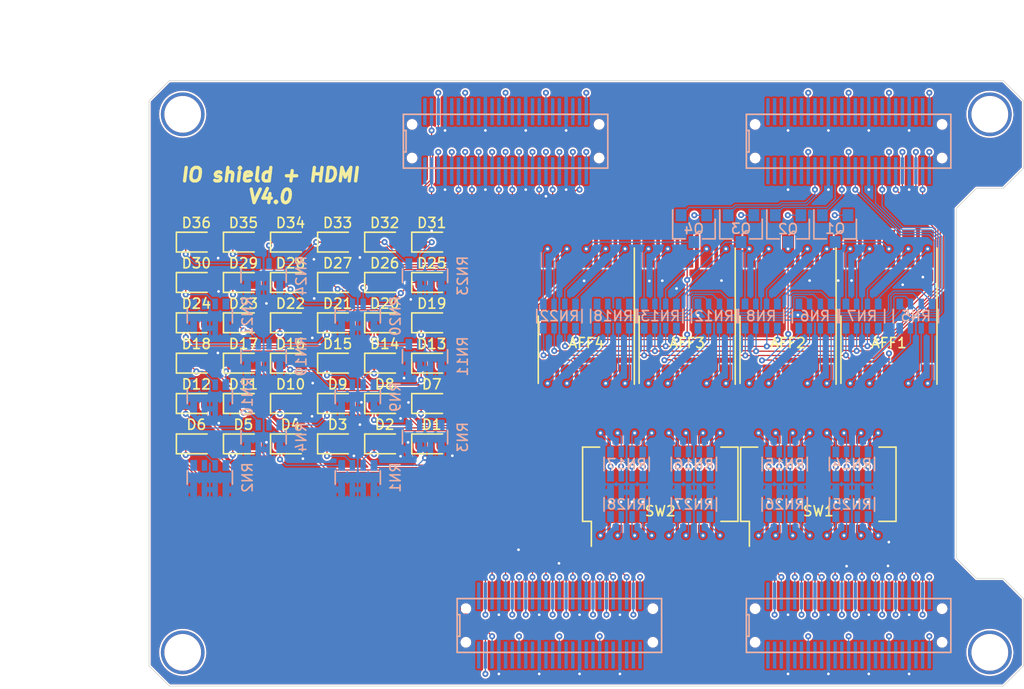
<source format=kicad_pcb>
(kicad_pcb (version 20201116) (generator pcbnew)
  (layers (0 "F.Cu" signal) (1 "In1.Cu" signal) (2 "In2.Cu" signal) (31 "B.Cu" signal) (34 "B.Paste" user) (35 "F.Paste" user) (36 "B.SilkS" user "B.Silkscreen") (37 "F.SilkS" user "F.Silkscreen") (38 "B.Mask" user) (39 "F.Mask" user) (44 "Edge.Cuts" user))
  (net 0 "")
  (net 1 "GNDREF")
  (net 2 "Net-(AFF4-Pad3)")
  (net 3 "+3V3")
  (net 4 "/LED24")
  (net 5 "Net-(D25-Pad1)")
  (net 6 "/LED25")
  (net 7 "Net-(D26-Pad1)")
  (net 8 "/LED26")
  (net 9 "Net-(D27-Pad1)")
  (net 10 "/LED27")
  (net 11 "Net-(D28-Pad1)")
  (net 12 "/LED28")
  (net 13 "Net-(D29-Pad1)")
  (net 14 "/LED29")
  (net 15 "Net-(D30-Pad1)")
  (net 16 "/LED30")
  (net 17 "Net-(D31-Pad1)")
  (net 18 "/LED31")
  (net 19 "Net-(D32-Pad1)")
  (net 20 "/LED32")
  (net 21 "Net-(D33-Pad1)")
  (net 22 "/LED33")
  (net 23 "Net-(D34-Pad1)")
  (net 24 "/LED0")
  (net 25 "Net-(D24-Pad1)")
  (net 26 "/LED1")
  (net 27 "Net-(D1-Pad1)")
  (net 28 "/LED2")
  (net 29 "Net-(D2-Pad1)")
  (net 30 "/LED3")
  (net 31 "Net-(D3-Pad1)")
  (net 32 "/LED4")
  (net 33 "Net-(D4-Pad1)")
  (net 34 "/LED5")
  (net 35 "Net-(D5-Pad1)")
  (net 36 "/LED6")
  (net 37 "Net-(D6-Pad1)")
  (net 38 "/LED7")
  (net 39 "Net-(D7-Pad1)")
  (net 40 "/LED8")
  (net 41 "Net-(D8-Pad1)")
  (net 42 "/LED9")
  (net 43 "Net-(D9-Pad1)")
  (net 44 "/LED10")
  (net 45 "Net-(D10-Pad1)")
  (net 46 "/LED11")
  (net 47 "Net-(D11-Pad1)")
  (net 48 "/LED12")
  (net 49 "Net-(D12-Pad1)")
  (net 50 "/LED13")
  (net 51 "Net-(D13-Pad1)")
  (net 52 "/LED14")
  (net 53 "Net-(D14-Pad1)")
  (net 54 "/LED15")
  (net 55 "Net-(D15-Pad1)")
  (net 56 "/LED16")
  (net 57 "Net-(D16-Pad1)")
  (net 58 "/LED17")
  (net 59 "Net-(D17-Pad1)")
  (net 60 "/LED18")
  (net 61 "Net-(D18-Pad1)")
  (net 62 "/LED19")
  (net 63 "Net-(D19-Pad1)")
  (net 64 "/LED20")
  (net 65 "Net-(D20-Pad1)")
  (net 66 "/LED21")
  (net 67 "Net-(D21-Pad1)")
  (net 68 "/LED22")
  (net 69 "Net-(D22-Pad1)")
  (net 70 "/LED23")
  (net 71 "Net-(D23-Pad1)")
  (net 72 "/LED34")
  (net 73 "Net-(D35-Pad1)")
  (net 74 "/LED35")
  (net 75 "Net-(D36-Pad1)")
  (net 76 "Net-(RN14-Pad5)")
  (net 77 "Net-(RN14-Pad6)")
  (net 78 "Net-(RN14-Pad7)")
  (net 79 "Net-(RN14-Pad8)")
  (net 80 "Net-(RN15-Pad5)")
  (net 81 "Net-(RN15-Pad6)")
  (net 82 "Net-(RN15-Pad7)")
  (net 83 "Net-(RN15-Pad8)")
  (net 84 "Net-(RN16-Pad5)")
  (net 85 "Net-(RN16-Pad6)")
  (net 86 "Net-(RN16-Pad7)")
  (net 87 "Net-(RN16-Pad8)")
  (net 88 "Net-(RN17-Pad5)")
  (net 89 "Net-(RN17-Pad6)")
  (net 90 "Net-(RN17-Pad7)")
  (net 91 "Net-(RN17-Pad8)")
  (net 92 "/C3")
  (net 93 "/DP")
  (net 94 "/C2")
  (net 95 "/AN1")
  (net 96 "/C5")
  (net 97 "/C4")
  (net 98 "/C1")
  (net 99 "/AN0")
  (net 100 "/C6")
  (net 101 "/C0")
  (net 102 "/AN2")
  (net 103 "/LEDs/AFF0_E")
  (net 104 "/LEDs/AFF0_D")
  (net 105 "/LEDs/AFF1_E")
  (net 106 "/LEDs/AFF1_D")
  (net 107 "/LEDs/AFF1_C")
  (net 108 "/LEDs/AFF1_DP")
  (net 109 "/LEDs/AFF1_B")
  (net 110 "/LEDs/AFF1_A")
  (net 111 "/LEDs/AFF1_F")
  (net 112 "/LEDs/AFF0_C")
  (net 113 "/LEDs/AFF0_DP")
  (net 114 "/LEDs/AFF0_B")
  (net 115 "/LEDs/AFF0_A")
  (net 116 "/LEDs/AFF0_F")
  (net 117 "/LEDs/AFF0_G")
  (net 118 "Net-(AFF1-Pad3)")
  (net 119 "/LEDs/AFF2_E")
  (net 120 "/LEDs/AFF2_D")
  (net 121 "/LEDs/AFF2_C")
  (net 122 "/LEDs/AFF2_DP")
  (net 123 "Net-(AFF3-Pad3)")
  (net 124 "/LEDs/AFF2_B")
  (net 125 "/LEDs/AFF2_A")
  (net 126 "/LEDs/AFF2_F")
  (net 127 "/LEDs/AFF2_G")
  (net 128 "/LEDs/AFF3_E")
  (net 129 "/LEDs/AFF3_D")
  (net 130 "/AN3")
  (net 131 "Net-(AFF2-Pad3)")
  (net 132 "/LEDs/AFF1_G")
  (net 133 "/LEDs/AFF3_C")
  (net 134 "/LEDs/AFF3_DP")
  (net 135 "/LEDs/AFF3_B")
  (net 136 "/LEDs/AFF3_A")
  (net 137 "/LEDs/AFF3_F")
  (net 138 "/LEDs/AFF3_G")
  (net 139 "/DIP3")
  (net 140 "/DIP2")
  (net 141 "/DIP0")
  (net 142 "/DIP1")
  (net 143 "/DIP7")
  (net 144 "/DIP6")
  (net 145 "/DIP4")
  (net 146 "/DIP5")
  (net 147 "/DIP11")
  (net 148 "/DIP10")
  (net 149 "/DIP8")
  (net 150 "/DIP9")
  (net 151 "/DIP15")
  (net 152 "/DIP14")
  (net 153 "/DIP12")
  (net 154 "/DIP13")
  (footprint "Alchitry_Footprints:Alchitry_Bottom" (layer "F.Cu") (at 12 57)
    (fp_text reference "U1" hide)
    (fp_text value "Alchitry_Single" hide)
  )
  (footprint "Display_7Segment:KCSC02-136" (layer "F.Cu") (at 59.5 29.5 90)
    (fp_text reference "AFF2")
    (fp_text value "LTS-6960HR")
  )
  (footprint "Button_Switch_SMD:SW_DIP_SPSTx08_Slide_Copal_CHS-08B_W7.62mm_P1.27mm" (layer "F.Cu") (at 61.75 42 90)
    (fp_text reference "SW1")
    (fp_text value "SW_DIP_x08")
  )
  (footprint "LED_SMD:LED_0603_1608Metric" (layer "F.Cu") (at 22.5125 24)
    (fp_text reference "D34")
    (fp_text value "LED")
  )
  (footprint "LED_SMD:LED_0603_1608Metric" (layer "F.Cu") (at 33.0125 24)
    (fp_text reference "D31")
    (fp_text value "LED")
  )
  (footprint "LED_SMD:LED_0603_1608Metric" (layer "F.Cu") (at 33.0125 30)
    (fp_text reference "D19")
    (fp_text value "LED")
  )
  (footprint "LED_SMD:LED_0603_1608Metric" (layer "F.Cu") (at 26.0125 39)
    (fp_text reference "D3")
    (fp_text value "LED")
  )
  (footprint "LED_SMD:LED_0603_1608Metric" (layer "F.Cu") (at 29.5125 33)
    (fp_text reference "D14")
    (fp_text value "LED")
  )
  (footprint "LED_SMD:LED_0603_1608Metric" (layer "F.Cu") (at 26.0125 27)
    (fp_text reference "D27")
    (fp_text value "LED")
  )
  (footprint "LED_SMD:LED_0603_1608Metric" (layer "F.Cu") (at 19.0125 27)
    (fp_text reference "D29")
    (fp_text value "LED")
  )
  (footprint "Display_7Segment:KCSC02-136" (layer "F.Cu") (at 52 29.5 90)
    (fp_text reference "AFF3")
    (fp_text value "LTS-6960HR")
  )
  (footprint "LED_SMD:LED_0603_1608Metric" (layer "F.Cu") (at 22.5125 33)
    (fp_text reference "D16")
    (fp_text value "LED")
  )
  (footprint "LED_SMD:LED_0603_1608Metric" (layer "F.Cu") (at 15.5125 33)
    (fp_text reference "D18")
    (fp_text value "LED")
  )
  (footprint "Display_7Segment:KCSC02-136" (layer "F.Cu") (at 44.5 29.5 90)
    (fp_text reference "AFF4")
    (fp_text value "LTS-6960HR")
  )
  (footprint "LED_SMD:LED_0603_1608Metric" (layer "F.Cu") (at 33.0125 36)
    (fp_text reference "D7")
    (fp_text value "LED")
  )
  (footprint "LED_SMD:LED_0603_1608Metric" (layer "F.Cu") (at 19.0125 39)
    (fp_text reference "D5")
    (fp_text value "LED")
  )
  (footprint "Display_7Segment:KCSC02-136" (layer "F.Cu") (at 67 29.5 90)
    (fp_text reference "AFF1")
    (fp_text value "LTS-6960HR")
  )
  (footprint "LED_SMD:LED_0603_1608Metric" (layer "F.Cu") (at 22.5125 36)
    (fp_text reference "D10")
    (fp_text value "LED")
  )
  (footprint "LED_SMD:LED_0603_1608Metric" (layer "F.Cu") (at 26.0125 33)
    (fp_text reference "D15")
    (fp_text value "LED")
  )
  (footprint "LED_SMD:LED_0603_1608Metric" (layer "F.Cu") (at 33.0125 39)
    (fp_text reference "D1")
    (fp_text value "LED")
  )
  (footprint "LED_SMD:LED_0603_1608Metric" (layer "F.Cu") (at 26.0125 36)
    (fp_text reference "D9")
    (fp_text value "LED")
  )
  (footprint "LED_SMD:LED_0603_1608Metric" (layer "F.Cu") (at 29.5125 36)
    (fp_text reference "D8")
    (fp_text value "LED")
  )
  (footprint "LED_SMD:LED_0603_1608Metric" (layer "F.Cu") (at 29.5125 27)
    (fp_text reference "D26")
    (fp_text value "LED")
  )
  (footprint "LED_SMD:LED_0603_1608Metric" (layer "F.Cu") (at 22.5125 39)
    (fp_text reference "D4")
    (fp_text value "LED")
  )
  (footprint "LED_SMD:LED_0603_1608Metric" (layer "F.Cu") (at 22.5125 27)
    (fp_text reference "D28")
    (fp_text value "LED")
  )
  (footprint "LED_SMD:LED_0603_1608Metric" (layer "F.Cu") (at 26.0125 24)
    (fp_text reference "D33")
    (fp_text value "LED")
  )
  (footprint "LED_SMD:LED_0603_1608Metric" (layer "F.Cu") (at 15.5125 24)
    (fp_text reference "D36")
    (fp_text value "LED")
  )
  (footprint "Button_Switch_SMD:SW_DIP_SPSTx08_Slide_Copal_CHS-08B_W7.62mm_P1.27mm" (layer "F.Cu") (at 50 42 90)
    (fp_text reference "SW2")
    (fp_text value "SW_DIP_x08")
  )
  (footprint "LED_SMD:LED_0603_1608Metric" (layer "F.Cu") (at 19.0125 36)
    (fp_text reference "D11")
    (fp_text value "LED")
  )
  (footprint "LED_SMD:LED_0603_1608Metric" (layer "F.Cu") (at 29.5125 39)
    (fp_text reference "D2")
    (fp_text value "LED")
  )
  (footprint "LOGO" (layer "F.Cu") (at 21 17)
    (fp_text reference "G***" hide)
    (fp_text value "LOGO" hide)
  )
  (footprint "LED_SMD:LED_0603_1608Metric" (layer "F.Cu") (at 19.0125 30)
    (fp_text reference "D23")
    (fp_text value "LED")
  )
  (footprint "LED_SMD:LED_0603_1608Metric" (layer "F.Cu") (at 15.5125 39)
    (fp_text reference "D6")
    (fp_text value "LED")
  )
  (footprint "LED_SMD:LED_0603_1608Metric" (layer "F.Cu") (at 15.5125 36)
    (fp_text reference "D12")
    (fp_text value "LED")
  )
  (footprint "LED_SMD:LED_0603_1608Metric" (layer "F.Cu") (at 33.0125 27)
    (fp_text reference "D25")
    (fp_text value "LED")
  )
  (footprint "LED_SMD:LED_0603_1608Metric" (layer "F.Cu") (at 26.0125 30)
    (fp_text reference "D21")
    (fp_text value "LED")
  )
  (footprint "LED_SMD:LED_0603_1608Metric" (layer "F.Cu") (at 22.5125 30)
    (fp_text reference "D22")
    (fp_text value "LED")
  )
  (footprint "LED_SMD:LED_0603_1608Metric" (layer "F.Cu") (at 19.0125 24)
    (fp_text reference "D35")
    (fp_text value "LED")
  )
  (footprint "LED_SMD:LED_0603_1608Metric" (layer "F.Cu") (at 19.0125 33)
    (fp_text reference "D17")
    (fp_text value "LED")
  )
  (footprint "LED_SMD:LED_0603_1608Metric" (layer "F.Cu") (at 29.5125 24)
    (fp_text reference "D32")
    (fp_text value "LED")
  )
  (footprint "LED_SMD:LED_0603_1608Metric" (layer "F.Cu") (at 33.0125 33)
    (fp_text reference "D13")
    (fp_text value "LED")
  )
  (footprint "LED_SMD:LED_0603_1608Metric" (layer "F.Cu") (at 29.5125 30)
    (fp_text reference "D20")
    (fp_text value "LED")
  )
  (footprint "LED_SMD:LED_0603_1608Metric" (layer "F.Cu") (at 15.5125 30)
    (fp_text reference "D24")
    (fp_text value "LED")
  )
  (footprint "LED_SMD:LED_0603_1608Metric" (layer "F.Cu") (at 15.5125 27)
    (fp_text reference "D30")
    (fp_text value "LED")
  )
  (footprint "Resistor_SMD:R_Array_Convex_4x0603" (layer "B.Cu") (at 54 29.5 -90)
    (fp_text reference "RN12")
    (fp_text value "R_Pack04")
  )
  (footprint "Resistor_SMD:R_Array_Convex_4x0603" (layer "B.Cu") (at 64.25 40.5 90)
    (fp_text reference "RN14")
    (fp_text value "330")
  )
  (footprint "Resistor_SMD:R_Array_Convex_4x0603" (layer "B.Cu") (at 27.5125 29.5 90)
    (fp_text reference "RN20")
    (fp_text value "1k")
  )
  (footprint "Resistor_SMD:R_Array_Convex_4x0603" (layer "B.Cu") (at 32.5125 26.5 90)
    (fp_text reference "RN23")
    (fp_text value "1k")
  )
  (footprint "Resistor_SMD:R_Array_Convex_4x0603" (layer "B.Cu") (at 69 29.5 -90)
    (fp_text reference "RN5")
    (fp_text value "R_Pack04")
  )
  (footprint "Resistor_SMD:R_Array_Convex_4x0603" (layer "B.Cu") (at 47.5 43.5 90)
    (fp_text reference "RN28")
    (fp_text value "1k")
  )
  (footprint "Package_TO_SOT_SMD:SOT-23" (layer "B.Cu") (at 52.5 23 -90)
    (fp_text reference "Q4")
    (fp_text value "FDN340P")
  )
  (footprint "Resistor_SMD:R_Array_Convex_4x0603" (layer "B.Cu") (at 20.5125 32.5 90)
    (fp_text reference "RN19")
    (fp_text value "1k")
  )
  (footprint "Resistor_SMD:R_Array_Convex_4x0603" (layer "B.Cu") (at 20.5125 38.5 90)
    (fp_text reference "RN4")
    (fp_text value "1k")
  )
  (footprint "Resistor_SMD:R_Array_Convex_4x0603" (layer "B.Cu") (at 27.5125 41.5 90)
    (fp_text reference "RN1")
    (fp_text value "1k")
  )
  (footprint "Resistor_SMD:R_Array_Convex_4x0603" (layer "B.Cu") (at 32.5125 38.5 90)
    (fp_text reference "RN3")
    (fp_text value "1k")
  )
  (footprint "Resistor_SMD:R_Array_Convex_4x0603" (layer "B.Cu") (at 61.5 29.5 -90)
    (fp_text reference "RN6")
    (fp_text value "R_Pack04")
  )
  (footprint "Resistor_SMD:R_Array_Convex_4x0603" (layer "B.Cu") (at 65 29.5 90)
    (fp_text reference "RN7")
    (fp_text value "330")
  )
  (footprint "Resistor_SMD:R_Array_Convex_4x0603" (layer "B.Cu") (at 52.5 40.5 90)
    (fp_text reference "RN16")
    (fp_text value "330")
  )
  (footprint "Resistor_SMD:R_Array_Convex_4x0603" (layer "B.Cu") (at 47.5 40.5 90)
    (fp_text reference "RN17")
    (fp_text value "330")
  )
  (footprint "Resistor_SMD:R_Array_Convex_4x0603" (layer "B.Cu") (at 16.5125 29.5 90)
    (fp_text reference "RN21")
    (fp_text value "1k")
  )
  (footprint "Package_TO_SOT_SMD:SOT-23" (layer "B.Cu") (at 56 23 -90)
    (fp_text reference "Q3")
    (fp_text value "FDN340P")
  )
  (footprint "Resistor_SMD:R_Array_Convex_4x0603" (layer "B.Cu") (at 42.5 29.5 90)
    (fp_text reference "RN22")
    (fp_text value "330")
  )
  (footprint "Resistor_SMD:R_Array_Convex_4x0603" (layer "B.Cu") (at 27.5125 35.5 90)
    (fp_text reference "RN9")
    (fp_text value "1k")
  )
  (footprint "Resistor_SMD:R_Array_Convex_4x0603" (layer "B.Cu") (at 32.5125 32.5 90)
    (fp_text reference "RN11")
    (fp_text value "1k")
  )
  (footprint "Resistor_SMD:R_Array_Convex_4x0603" (layer "B.Cu") (at 59.25 43.5 90)
    (fp_text reference "RN26")
    (fp_text value "330")
  )
  (footprint "Resistor_SMD:R_Array_Convex_4x0603" (layer "B.Cu") (at 16.5125 35.5 90)
    (fp_text reference "RN10")
    (fp_text value "1k")
  )
  (footprint "Package_TO_SOT_SMD:SOT-23" (layer "B.Cu") (at 63 23 -90)
    (fp_text reference "Q1")
    (fp_text value "FDN340P")
  )
  (footprint "Resistor_SMD:R_Array_Convex_4x0603" (layer "B.Cu") (at 50 29.5 90)
    (fp_text reference "RN13")
    (fp_text value "330")
  )
  (footprint "Package_TO_SOT_SMD:SOT-23" (layer "B.Cu") (at 59.5 23 -90)
    (fp_text reference "Q2")
    (fp_text value "FDN340P")
  )
  (footprint "Resistor_SMD:R_Array_Convex_4x0603" (layer "B.Cu") (at 20.5125 26.5 90)
    (fp_text reference "RN24")
    (fp_text value "1k")
  )
  (footprint "Resistor_SMD:R_Array_Convex_4x0603" (layer "B.Cu") (at 16.5125 41.5 90)
    (fp_text reference "RN2")
    (fp_text value "1k")
  )
  (footprint "Resistor_SMD:R_Array_Convex_4x0603" (layer "B.Cu") (at 59.25 40.5 90)
    (fp_text reference "RN15")
    (fp_text value "330")
  )
  (footprint "Resistor_SMD:R_Array_Convex_4x0603" (layer "B.Cu") (at 57.5 29.5 90)
    (fp_text reference "RN8")
    (fp_text value "330")
  )
  (footprint "Resistor_SMD:R_Array_Convex_4x0603" (layer "B.Cu") (at 64.25 43.5 90)
    (fp_text reference "RN25")
    (fp_text value "330")
  )
  (footprint "Resistor_SMD:R_Array_Convex_4x0603" (layer "B.Cu") (at 46.5 29.5 -90)
    (fp_text reference "RN18")
    (fp_text value "R_Pack04")
  )
  (footprint "Resistor_SMD:R_Array_Convex_4x0603" (layer "B.Cu") (at 52.5 43.5 90)
    (fp_text reference "RN27")
    (fp_text value "330")
  )
  (gr_line (start 12 13.5) (end 12 55.5) (layer "Edge.Cuts") (width 0.05))
  (gr_line (start 12 55.5) (end 13.5 57) (layer "Edge.Cuts") (width 0.05))
  (gr_line (start 77 13.5) (end 75.5 12) (layer "Edge.Cuts") (width 0.05))
  (gr_line (start 73.5 20) (end 75.5 20) (layer "Edge.Cuts") (width 0.05))
  (gr_line (start 13.5 57) (end 75.5 57) (layer "Edge.Cuts") (width 0.05))
  (gr_line (start 75.5 49) (end 73.5 49) (layer "Edge.Cuts") (width 0.05))
  (gr_line (start 72 47.5) (end 72 21.5) (layer "Edge.Cuts") (width 0.05))
  (gr_line (start 77 18.5) (end 77 13.5) (layer "Edge.Cuts") (width 0.05))
  (gr_line (start 77 50.5) (end 75.5 49) (layer "Edge.Cuts") (width 0.05))
  (gr_line (start 75.5 12) (end 13.5 12) (layer "Edge.Cuts") (width 0.05))
  (gr_line (start 73.5 49) (end 72 47.5) (layer "Edge.Cuts") (width 0.05))
  (gr_line (start 72 21.5) (end 73.5 20) (layer "Edge.Cuts") (width 0.05))
  (gr_line (start 75.5 57) (end 77 55.5) (layer "Edge.Cuts") (width 0.05))
  (gr_line (start 75.5 20) (end 77 18.5) (layer "Edge.Cuts") (width 0.05))
  (gr_line (start 13.5 12) (end 12 13.5) (layer "Edge.Cuts") (width 0.05))
  (gr_line (start 77 55.5) (end 77 50.5) (layer "Edge.Cuts") (width 0.05))
  (gr_text "\nIO shield + HDMI\nV4.0" (at 21 19) (layer "F.SilkS") (effects (font (size 1 1) (thickness 0.25) italic)))
  (via (at 41 56.1) (size 0.45) (drill 0.2) (layers "F.Cu" "B.Cu") (net 1))
  (via (at 24.2725 28.19) (size 0.45) (drill 0.2) (layers "F.Cu" "B.Cu") (net 1))
  (via (at 40 20.1) (size 0.45) (drill 0.2) (layers "F.Cu" "B.Cu") (net 1))
  (via (at 41.5 20.59) (size 0.45) (drill 0.2) (layers "F.Cu" "B.Cu") (net 1))
  (via (at 59.5 56.1) (size 0.45) (drill 0.2) (layers "F.Cu" "B.Cu") (net 1))
  (via (at 27.6725 25.14) (size 0.45) (drill 0.2) (layers "F.Cu" "B.Cu") (net 1))
  (via (at 50.15 26.87) (size 0.45) (drill 0.2) (layers "F.Cu" "B.Cu") (net 1))
  (via (at 51.21 27.45) (size 0.45) (drill 0.2) (layers "F.Cu" "B.Cu") (net 1))
  (via (at 17.1625 27.67) (size 0.45) (drill 0.2) (layers "F.Cu" "B.Cu") (net 1))
  (via (at 54.55 26.86) (size 0.45) (drill 0.2) (layers "F.Cu" "B.Cu") (net 1))
  (via (at 47.89 43.31) (size 0.45) (drill 0.2) (layers "F.Cu" "B.Cu") (net 1))
  (via (at 24.1325 31.12) (size 0.45) (drill 0.2) (layers "F.Cu" "B.Cu") (net 1))
  (via (at 62.5 56.1) (size 0.45) (drill 0.2) (layers "F.Cu" "B.Cu") (net 1))
  (via (at 27.6725 37.57) (size 0.45) (drill 0.2) (layers "F.Cu" "B.Cu") (net 1))
  (via (at 64.65 43.315) (size 0.45) (drill 0.2) (layers "F.Cu" "B.Cu") (net 1))
  (via (at 34 20.1) (size 0.45) (drill 0.2) (layers "F.Cu" "B.Cu") (net 1))
  (via (at 24.1125 36.95) (size 0.45) (drill 0.2) (layers "F.Cu" "B.Cu") (net 1))
  (via (at 59.64 43.305) (size 0.45) (drill 0.2) (layers "F.Cu" "B.Cu") (net 1))
  (via (at 68.5 20.1) (size 0.45) (drill 0.2) (layers "F.Cu" "B.Cu") (net 1))
  (via (at 52.9 43.32) (size 0.45) (drill 0.2) (layers "F.Cu" "B.Cu") (net 1))
  (via (at 58.84 43.305) (size 0.45) (drill 0.2) (layers "F.Cu" "B.Cu") (net 1))
  (via (at 69.52 26.6) (size 0.45) (drill 0.2) (layers "F.Cu" "B.Cu") (net 1))
  (via (at 43 20.1) (size 0.45) (drill 0.2) (layers "F.Cu" "B.Cu") (net 1))
  (via (at 39.46 46.87) (size 0.45) (drill 0.2) (layers "F.Cu" "B.Cu") (net 1))
  (via (at 51.29 43.31) (size 0.45) (drill 0.2) (layers "F.Cu" "B.Cu") (net 1))
  (via (at 44 51.7) (size 0.45) (drill 0.2) (layers "F.Cu" "B.Cu") (net 1))
  (via (at 38 51.7) (size 0.45) (drill 0.2) (layers "F.Cu" "B.Cu") (net 1))
  (via (at 62.5 51.7) (size 0.45) (drill 0.2) (layers "F.Cu" "B.Cu") (net 1))
  (via (at 30.6925 37.11) (size 0.45) (drill 0.2) (layers "F.Cu" "B.Cu") (net 1))
  (via (at 68.5 51.7) (size 0.45) (drill 0.2) (layers "F.Cu" "B.Cu") (net 1))
  (via (at 23.4325 40.1) (size 0.45) (drill 0.2) (layers "F.Cu" "B.Cu") (net 1))
  (via (at 62.5 20.1) (size 0.45) (drill 0.2) (layers "F.Cu" "B.Cu") (net 1))
  (via (at 65.5 20.1) (size 0.45) (drill 0.2) (layers "F.Cu" "B.Cu") (net 1))
  (via (at 34 15.7) (size 0.45) (drill 0.2) (layers "F.Cu" "B.Cu") (net 1))
  (via (at 24.1625 34.48) (size 0.45) (drill 0.2) (layers "F.Cu" "B.Cu") (net 1))
  (via (at 59.5 20.1) (size 0.45) (drill 0.2) (layers "F.Cu" "B.Cu") (net 1))
  (via (at 22.9325 37.18) (size 0.45) (drill 0.2) (layers "F.Cu" "B.Cu") (net 1))
  (via (at 27.7825 35.91) (size 0.45) (drill 0.2) (layers "F.Cu" "B.Cu") (net 1))
  (via (at 65.5 51.7) (size 0.45) (drill 0.2) (layers "F.Cu" "B.Cu") (net 1))
  (via (at 68.5 56.1) (size 0.45) (drill 0.2) (layers "F.Cu" "B.Cu") (net 1))
  (via (at 40 15.7) (size 0.45) (drill 0.2) (layers "F.Cu" "B.Cu") (net 1))
  (via (at 44 56.1) (size 0.45) (drill 0.2) (layers "F.Cu" "B.Cu") (net 1))
  (via (at 48.69 43.31) (size 0.45) (drill 0.2) (layers "F.Cu" "B.Cu") (net 1))
  (via (at 52.81 29.44) (size 0.45) (drill 0.2) (layers "F.Cu" "B.Cu") (net 1))
  (via (at 20.7225 38.88) (size 0.45) (drill 0.2) (layers "F.Cu" "B.Cu") (net 1))
  (via (at 65.5 56.1) (size 0.45) (drill 0.2) (layers "F.Cu" "B.Cu") (net 1))
  (via (at 52.09 43.31) (size 0.45) (drill 0.2) (layers "F.Cu" "B.Cu") (net 1))
  (via (at 63.23 26.86) (size 0.45) (drill 0.2) (layers "F.Cu" "B.Cu") (net 1))
  (via (at 37 20.1) (size 0.45) (drill 0.2) (layers "F.Cu" "B.Cu") (net 1))
  (via (at 30.6925 39.92) (size 0.45) (drill 0.2) (layers "F.Cu" "B.Cu") (net 1))
  (via (at 42.47 47.88) (size 0.45) (drill 0.2) (layers "F.Cu" "B.Cu") (net 1))
  (via (at 63.04 43.305) (size 0.45) (drill 0.2) (layers "F.Cu" "B.Cu") (net 1))
  (via (at 53.69 43.32) (size 0.45) (drill 0.2) (layers "F.Cu" "B.Cu") (net 1))
  (via (at 24.2525 25.28) (size 0.45) (drill 0.2) (layers "F.Cu" "B.Cu") (net 1))
  (via (at 59.5 51.7) (size 0.45) (drill 0.2) (layers "F.Cu" "B.Cu") (net 1))
  (via (at 68.5 15.7) (size 0.45) (drill 0.2) (layers "F.Cu" "B.Cu") (net 1))
  (via (at 41 51.7) (size 0.45) (drill 0.2) (layers "F.Cu" "B.Cu") (net 1))
  (via (at 34.5425 39.88) (size 0.45) (drill 0.2) (layers "F.Cu" "B.Cu") (net 1))
  (via (at 65.44 43.315) (size 0.45) (drill 0.2) (layers "F.Cu" "B.Cu") (net 1))
  (via (at 17.1125 32.24) (size 0.45) (drill 0.2) (layers "F.Cu" "B.Cu") (net 1))
  (via (at 33.0025 23.16) (size 0.45) (drill 0.2) (layers "F.Cu" "B.Cu") (net 1))
  (via (at 17.1325 25.19) (size 0.45) (drill 0.2) (layers "F.Cu" "B.Cu") (net 1))
  (via (at 60.44 43.305) (size 0.45) (drill 0.2) (layers "F.Cu" "B.Cu") (net 1))
  (via (at 62.5 15.7) (size 0.45) (drill 0.2) (layers "F.Cu" "B.Cu") (net 1))
  (via (at 61.1 26.86) (size 0.45) (drill 0.2) (layers "F.Cu" "B.Cu") (net 1))
  (via (at 17.1825 37.46) (size 0.45) (drill 0.2) (layers "F.Cu" "B.Cu") (net 1))
  (via (at 49.19 26.89) (size 0.45) (drill 0.2) (layers "F.Cu" "B.Cu") (net 1))
  (via (at 44.34 26.88) (size 0.45) (drill 0.2) (layers "F.Cu" "B.Cu") (net 1))
  (via (at 68.02 27.17) (size 0.45) (drill 0.2) (layers "F.Cu" "B.Cu") (net 1))
  (via (at 37 15.7) (size 0.45) (drill 0.2) (layers "F.Cu" "B.Cu") (net 1))
  (via (at 47.09 43.31) (size 0.45) (drill 0.2) (layers "F.Cu" "B.Cu") (net 1))
  (via (at 47 56.1) (size 0.45) (drill 0.2) (layers "F.Cu" "B.Cu") (net 1))
  (via (at 46.29 43.31) (size 0.45) (drill 0.2) (layers "F.Cu" "B.Cu") (net 1))
  (via (at 63.84 43.305) (size 0.45) (drill 0.2) (layers "F.Cu" "B.Cu") (net 1))
  (via (at 31.2525 38.89) (size 0.45) (drill 0.2) (layers "F.Cu" "B.Cu") (net 1))
  (via (at 65.5 15.7) (size 0.45) (drill 0.2) (layers "F.Cu" "B.Cu") (net 1))
  (via (at 64.22 26.86) (size 0.45) (drill 0.2) (layers "F.Cu" "B.Cu") (net 1))
  (via (at 47 51.7) (size 0.45) (drill 0.2) (layers "F.Cu" "B.Cu") (net 1))
  (via (at 59.5 15.7) (size 0.45) (drill 0.2) (layers "F.Cu" "B.Cu") (net 1))
  (via (at 27.2225 39.89) (size 0.45) (drill 0.2) (layers "F.Cu" "B.Cu") (net 1))
  (via (at 31.4525 28.26) (size 0.45) (drill 0.2) (layers "F.Cu" "B.Cu") (net 1))
  (via (at 63.85 48.09) (size 0.45) (drill 0.2) (layers "F.Cu" "B.Cu") (net 1))
  (via (at 66.99 46.3) (size 0.45) (drill 0.2) (layers "F.Cu" "B.Cu") (net 1))
  (via (at 58.04 43.305) (size 0.45) (drill 0.2) (layers "F.Cu" "B.Cu") (net 1))
  (via (at 43 15.7) (size 0.45) (drill 0.2) (layers "F.Cu" "B.Cu") (net 1))
  (via (at 60.23 29.42) (size 0.45) (drill 0.2) (layers "F.Cu" "B.Cu") (net 1))
  (via (at 38 56.1) (size 0.45) (drill 0.2) (layers "F.Cu" "B.Cu") (net 1))
  (via (at 66.93 48.07) (size 0.45) (drill 0.2) (layers "F.Cu" "B.Cu") (net 1))
  (via (at 30.9525 34.11) (size 0.45) (drill 0.2) (layers "F.Cu" "B.Cu") (net 1))
  (via (at 31.2825 35.92) (size 0.45) (drill 0.2) (layers "F.Cu" "B.Cu") (net 1))
  (via (at 20.7225 28.56) (size 0.45) (drill 0.2) (layers "F.Cu" "B.Cu") (net 1))
  (segment (start 40 18.66) (end 40 20.1) (width 0.0889) (layer "B.Cu") (net 1))
  (segment (start 63.04 42.595) (end 63.04 43.305) (width 0.0889) (layer "B.Cu") (net 1))
  (segment (start 47 50.26) (end 47 51.7) (width 0.0889) (layer "B.Cu") (net 1))
  (segment (start 37 14.26) (end 37 15.7) (width 0.0889) (layer "B.Cu") (net 1))
  (segment (start 59.64 42.595) (end 59.64 43.305) (width 0.0889) (layer "B.Cu") (net 1))
  (segment (start 68.5 54.66) (end 68.5 56.1) (width 0.0889) (layer "B.Cu") (net 1))
  (segment (start 43 18.66) (end 43 20.1) (width 0.0889) (layer "B.Cu") (net 1))
  (segment (start 58.84 42.595) (end 58.84 43.305) (width 0.0889) (layer "B.Cu") (net 1))
  (segment (start 41 50.26) (end 41 51.7) (width 0.0889) (layer "B.Cu") (net 1))
  (segment (start 34 14.26) (end 34 15.7) (width 0.0889) (layer "B.Cu") (net 1))
  (segment (start 43 14.26) (end 43 15.7) (width 0.0889) (layer "B.Cu") (net 1))
  (segment (start 46.29 42.6) (end 46.29 43.31) (width 0.0889) (layer "B.Cu") (net 1))
  (segment (start 65.5 18.66) (end 65.5 20.1) (width 0.0889) (layer "B.Cu") (net 1))
  (segment (start 68.5 14.26) (end 68.5 15.7) (width 0.0889) (layer "B.Cu") (net 1))
  (segment (start 52.89 43.31) (end 52.9 43.32) (width 0.0889) (layer "B.Cu") (net 1))
  (segment (start 41 54.66) (end 41 56.1) (width 0.0889) (layer "B.Cu") (net 1))
  (segment (start 62.5 14.26) (end 62.5 15.7) (width 0.0889) (layer "B.Cu") (net 1))
  (segment (start 47.09 42.6) (end 47.09 43.31) (width 0.0889) (layer "B.Cu") (net 1))
  (segment (start 34 18.66) (end 34 20.1) (width 0.0889) (layer "B.Cu") (net 1))
  (segment (start 38 50.26) (end 38 51.7) (width 0.0889) (layer "B.Cu") (net 1))
  (segment (start 47.89 42.6) (end 47.89 43.31) (width 0.0889) (layer "B.Cu") (net 1))
  (segment (start 64.64 42.595) (end 64.64 43.305) (width 0.0889) (layer "B.Cu") (net 1))
  (segment (start 47 54.66) (end 47 56.1) (width 0.0889) (layer "B.Cu") (net 1))
  (segment (start 53.69 42.6) (end 53.69 43.32) (width 0.0889) (layer "B.Cu") (net 1))
  (segment (start 37 18.66) (end 37 20.1) (width 0.0889) (layer "B.Cu") (net 1))
  (segment (start 59.5 54.66) (end 59.5 56.1) (width 0.0889) (layer "B.Cu") (net 1))
  (segment (start 59.5 50.26) (end 59.5 51.7) (width 0.0889) (layer "B.Cu") (net 1))
  (segment (start 68.5 50.26) (end 68.5 51.7) (width 0.0889) (layer "B.Cu") (net 1))
  (segment (start 63.84 42.595) (end 63.84 43.305) (width 0.0889) (layer "B.Cu") (net 1))
  (segment (start 40 14.26) (end 40 15.7) (width 0.0889) (layer "B.Cu") (net 1))
  (segment (start 59.5 14.26) (end 59.5 15.7) (width 0.0889) (layer "B.Cu") (net 1))
  (segment (start 65.5 50.26) (end 65.5 51.7) (width 0.0889) (layer "B.Cu") (net 1))
  (segment (start 44 54.66) (end 44 56.1) (width 0.0889) (layer "B.Cu") (net 1))
  (segment (start 65.5 54.66) (end 65.5 56.1) (width 0.0889) (layer "B.Cu") (net 1))
  (segment (start 59.5 18.66) (end 59.5 20.1) (width 0.0889) (layer "B.Cu") (net 1))
  (segment (start 64.64 43.305) (end 64.65 43.315) (width 0.0889) (layer "B.Cu") (net 1))
  (segment (start 65.44 42.595) (end 65.44 43.315) (width 0.0889) (layer "B.Cu") (net 1))
  (segment (start 68.5 18.66) (end 68.5 20.1) (width 0.0889) (layer "B.Cu") (net 1))
  (segment (start 48.69 42.6) (end 48.69 43.31) (width 0.0889) (layer "B.Cu") (net 1))
  (segment (start 60.44 42.595) (end 60.44 43.305) (width 0.0889) (layer "B.Cu") (net 1))
  (segment (start 58.04 42.595) (end 58.04 43.305) (width 0.0889) (layer "B.Cu") (net 1))
  (segment (start 51.29 42.6) (end 51.29 43.31) (width 0.0889) (layer "B.Cu") (net 1))
  (segment (start 52.09 42.6) (end 52.09 43.31) (width 0.0889) (layer "B.Cu") (net 1))
  (segment (start 65.5 14.26) (end 65.5 15.7) (width 0.0889) (layer "B.Cu") (net 1))
  (segment (start 62.5 50.26) (end 62.5 51.7) (width 0.0889) (layer "B.Cu") (net 1))
  (segment (start 52.89 42.6) (end 52.89 43.31) (width 0.0889) (layer "B.Cu") (net 1))
  (segment (start 62.5 54.66) (end 62.5 56.1) (width 0.0889) (layer "B.Cu") (net 1))
  (segment (start 62.5 18.66) (end 62.5 20.1) (width 0.0889) (layer "B.Cu") (net 1))
  (segment (start 38 54.66) (end 38 56.1) (width 0.0889) (layer "B.Cu") (net 1))
  (segment (start 44.5 33.901398) (end 43.366953 32.768351) (width 0.0889) (layer "F.Cu") (net 2))
  (segment (start 41.147991 32.768351) (end 40.961649 32.582009) (width 0.0889) (layer "F.Cu") (net 2))
  (segment (start 43.366953 32.768351) (end 41.147991 32.768351) (width 0.0889) (layer "F.Cu") (net 2))
  (segment (start 40.961649 28.636951) (end 44.5 25.0986) (width 0.0889) (layer "F.Cu") (net 2))
  (segment (start 40.961649 32.582009) (end 40.961649 28.636951) (width 0.0889) (layer "F.Cu") (net 2))
  (via (at 44.5 24.5) (size 0.45) (drill 0.2) (layers "F.Cu" "B.Cu") (net 2))
  (segment (start 45 24) (end 44.5 24.5) (width 0.0889) (layer "B.Cu") (net 2))
  (segment (start 52.5 24) (end 45 24) (width 0.0889) (layer "B.Cu") (net 2))
  (via (at 46.3 40.68) (size 0.45) (drill 0.2) (layers "F.Cu" "B.Cu") (net 3))
  (via (at 64 17.3) (size 0.45) (drill 0.2) (layers "F.Cu" "B.Cu") (net 3))
  (via (at 60.45 40.695) (size 0.45) (drill 0.2) (layers "F.Cu" "B.Cu") (net 3))
  (via (at 48.5 48.9) (size 0.45) (drill 0.2) (layers "F.Cu" "B.Cu") (net 3))
  (via (at 42.5 48.9) (size 0.45) (drill 0.2) (layers "F.Cu" "B.Cu") (net 3))
  (via (at 39.5 53.3) (size 0.45) (drill 0.2) (layers "F.Cu" "B.Cu") (net 3))
  (via (at 52.1 40.69) (size 0.45) (drill 0.2) (layers "F.Cu" "B.Cu") (net 3))
  (via (at 44.5 17.3) (size 0.45) (drill 0.2) (layers "F.Cu" "B.Cu") (net 3))
  (via (at 52.53 22) (size 0.45) (drill 0.2) (layers "F.Cu" "B.Cu") (net 3))
  (via (at 63.05 40.695) (size 0.45) (drill 0.2) (layers "F.Cu" "B.Cu") (net 3))
  (via (at 70 12.9) (size 0.45) (drill 0.2) (layers "F.Cu" "B.Cu") (net 3))
  (via (at 58.84 40.685) (size 0.45) (drill 0.2) (layers "F.Cu" "B.Cu") (net 3))
  (via (at 39.5 48.9) (size 0.45) (drill 0.2) (layers "F.Cu" "B.Cu") (net 3))
  (via (at 61 12.9) (size 0.45) (drill 0.2) (layers "F.Cu" "B.Cu") (net 3))
  (via (at 35.5 12.9) (size 0.45) (drill 0.2) (layers "F.Cu" "B.Cu") (net 3))
  (via (at 59.48 22) (size 0.45) (drill 0.2) (layers "F.Cu" "B.Cu") (net 3))
  (via (at 64 53.3) (size 0.45) (drill 0.2) (layers "F.Cu" "B.Cu") (net 3))
  (via (at 45.5 48.9) (size 0.45) (drill 0.2) (layers "F.Cu" "B.Cu") (net 3))
  (via (at 64 48.9) (size 0.45) (drill 0.2) (layers "F.Cu" "B.Cu") (net 3))
  (via (at 62.97 22) (size 0.45) (drill 0.2) (layers "F.Cu" "B.Cu") (net 3))
  (via (at 51.3 40.69) (size 0.45) (drill 0.2) (layers "F.Cu" "B.Cu") (net 3))
  (via (at 70 48.9) (size 0.45) (drill 0.2) (layers "F.Cu" "B.Cu") (net 3))
  (via (at 38.5 12.9) (size 0.45) (drill 0.2) (layers "F.Cu" "B.Cu") (net 3))
  (via (at 42.5 53.3) (size 0.45) (drill 0.2) (layers "F.Cu" "B.Cu") (net 3))
  (via (at 64 12.9) (size 0.45) (drill 0.2) (layers "F.Cu" "B.Cu") (net 3))
  (via (at 61 17.3) (size 0.45) (drill 0.2) (layers "F.Cu" "B.Cu") (net 3))
  (via (at 35.5 17.3) (size 0.45) (drill 0.2) (layers "F.Cu" "B.Cu") (net 3))
  (via (at 61 48.9) (size 0.45) (drill 0.2) (layers "F.Cu" "B.Cu") (net 3))
  (via (at 67 12.9) (size 0.45) (drill 0.2) (layers "F.Cu" "B.Cu") (net 3))
  (via (at 45.5 53.3) (size 0.45) (drill 0.2) (layers "F.Cu" "B.Cu") (net 3))
  (via (at 70 17.3) (size 0.45) (drill 0.2) (layers "F.Cu" "B.Cu") (net 3))
  (via (at 53.7 40.69) (size 0.45) (drill 0.2) (layers "F.Cu" "B.Cu") (net 3))
  (via (at 52.9 40.69) (size 0.45) (drill 0.2) (layers "F.Cu" "B.Cu") (net 3))
  (via (at 58.05 40.685) (size 0.45) (drill 0.2) (layers "F.Cu" "B.Cu") (net 3))
  (via (at 56.01 21.99) (size 0.45) (drill 0.2) (layers "F.Cu" "B.Cu") (net 3))
  (via (at 44.5 12.9) (size 0.45) (drill 0.2) (layers "F.Cu" "B.Cu") (net 3))
  (via (at 65.45 40.695) (size 0.45) (drill 0.2) (layers "F.Cu" "B.Cu") (net 3))
  (via (at 48.7 40.69) (size 0.45) (drill 0.2) (layers "F.Cu" "B.Cu") (net 3))
  (via (at 67 48.9) (size 0.45) (drill 0.2) (layers "F.Cu" "B.Cu") (net 3))
  (via (at 67 17.3) (size 0.45) (drill 0.2) (layers "F.Cu" "B.Cu") (net 3))
  (via (at 47.09 40.68) (size 0.45) (drill 0.2) (layers "F.Cu" "B.Cu") (net 3))
  (via (at 38.5 17.3) (size 0.45) (drill 0.2) (layers "F.Cu" "B.Cu") (net 3))
  (via (at 70 53.3) (size 0.45) (drill 0.2) (layers "F.Cu" "B.Cu") (net 3))
  (via (at 67 53.3) (size 0.45) (drill 0.2) (layers "F.Cu" "B.Cu") (net 3))
  (via (at 41.5 12.9) (size 0.45) (drill 0.2) (layers "F.Cu" "B.Cu") (net 3))
  (via (at 59.65 40.695) (size 0.45) (drill 0.2) (layers "F.Cu" "B.Cu") (net 3))
  (via (at 41.5 17.3) (size 0.45) (drill 0.2) (layers "F.Cu" "B.Cu") (net 3))
  (via (at 64.65 40.695) (size 0.45) (drill 0.2) (layers "F.Cu" "B.Cu") (net 3))
  (via (at 63.85 40.695) (size 0.45) (drill 0.2) (layers "F.Cu" "B.Cu") (net 3))
  (via (at 47.9 40.69) (size 0.45) (drill 0.2) (layers "F.Cu" "B.Cu") (net 3))
  (via (at 61 53.3) (size 0.45) (drill 0.2) (layers "F.Cu" "B.Cu") (net 3))
  (segment (start 60.45 41.405) (end 60.45 40.695) (width 0.0889) (layer "B.Cu") (net 3))
  (segment (start 38.5 14.34) (end 38.5 12.9) (width 0.0889) (layer "B.Cu") (net 3))
  (segment (start 63.05 41.405) (end 63.05 40.695) (width 0.0889) (layer "B.Cu") (net 3))
  (segment (start 61 50.34) (end 61 48.9) (width 0.0889) (layer "B.Cu") (net 3))
  (segment (start 48.7 41.4) (end 48.7 40.69) (width 0.0889) (layer "B.Cu") (net 3))
  (segment (start 70 18.7) (end 70 17.3) (width 0.0889) (layer "B.Cu") (net 3))
  (segment (start 67 14.34) (end 67 12.9) (width 0.0889) (layer "B.Cu") (net 3))
  (segment (start 52.1 41.4) (end 52.1 40.69) (width 0.0889) (layer "B.Cu") (net 3))
  (segment (start 70 14.3) (end 70 12.9) (width 0.0889) (layer "B.Cu") (net 3))
  (segment (start 61 18.74) (end 61 17.3) (width 0.0889) (layer "B.Cu") (net 3))
  (segment (start 48.5 50.34) (end 48.5 48.9) (width 0.0889) (layer "B.Cu") (net 3))
  (segment (start 64 14.34) (end 64 12.9) (width 0.0889) (layer "B.Cu") (net 3))
  (segment (start 51.3 41.4) (end 51.3 40.69) (width 0.0889) (layer "B.Cu") (net 3))
  (segment (start 39.5 50.34) (end 39.5 48.9) (width 0.0889) (layer "B.Cu") (net 3))
  (segment (start 38.5 18.74) (end 38.5 17.3) (width 0.0889) (layer "B.Cu") (net 3))
  (segment (start 35.5 14.34) (end 35.5 12.9) (width 0.0889) (layer "B.Cu") (net 3))
  (segment (start 67 54.74) (end 67 53.3) (width 0.0889) (layer "B.Cu") (net 3))
  (segment (start 47.9 41.4) (end 47.9 40.69) (width 0.0889) (layer "B.Cu") (net 3))
  (segment (start 65.45 41.405) (end 65.45 40.695) (width 0.0889) (layer "B.Cu") (net 3))
  (segment (start 64 18.74) (end 64 17.3) (width 0.0889) (layer "B.Cu") (net 3))
  (segment (start 67 18.74) (end 67 17.3) (width 0.0889) (layer "B.Cu") (net 3))
  (segment (start 58.05 41.405) (end 58.05 40.685) (width 0.0889) (layer "B.Cu") (net 3))
  (segment (start 61 54.74) (end 61 53.3) (width 0.0889) (layer "B.Cu") (net 3))
  (segment (start 42.5 54.74) (end 42.5 53.3) (width 0.0889) (layer "B.Cu") (net 3))
  (segment (start 44.5 14.3) (end 44.5 12.9) (width 0.0889) (layer "B.Cu") (net 3))
  (segment (start 52.9 41.4) (end 52.9 40.69) (width 0.0889) (layer "B.Cu") (net 3))
  (segment (start 45.5 54.74) (end 45.5 53.3) (width 0.0889) (layer "B.Cu") (net 3))
  (segment (start 47.1 40.69) (end 47.09 40.68) (width 0.0889) (layer "B.Cu") (net 3))
  (segment (start 70 54.7) (end 70 53.3) (width 0.0889) (layer "B.Cu") (net 3))
  (segment (start 70 50.3) (end 70 48.9) (width 0.0889) (layer "B.Cu") (net 3))
  (segment (start 39.5 54.74) (end 39.5 53.3) (width 0.0889) (layer "B.Cu") (net 3))
  (segment (start 53.7 41.4) (end 53.7 40.69) (width 0.0889) (layer "B.Cu") (net 3))
  (segment (start 56.95 22) (end 56.02 22) (width 0.0889) (layer "B.Cu") (net 3))
  (segment (start 41.5 14.34) (end 41.5 12.9) (width 0.0889) (layer "B.Cu") (net 3))
  (segment (start 59.65 41.405) (end 59.65 40.695) (width 0.0889) (layer "B.Cu") (net 3))
  (segment (start 41.5 18.74) (end 41.5 17.3) (width 0.0889) (layer "B.Cu") (net 3))
  (segment (start 42.5 50.34) (end 42.5 48.9) (width 0.0889) (layer "B.Cu") (net 3))
  (segment (start 61 14.34) (end 61 12.9) (width 0.0889) (layer "B.Cu") (net 3))
  (segment (start 53.45 22) (end 52.53 22) (width 0.0889) (layer "B.Cu") (net 3))
  (segment (start 63.95 22) (end 62.97 22) (width 0.0889) (layer "B.Cu") (net 3))
  (segment (start 58.85 41.405) (end 58.85 40.695) (width 0.0889) (layer "B.Cu") (net 3))
  (segment (start 64 54.74) (end 64 53.3) (width 0.0889) (layer "B.Cu") (net 3))
  (segment (start 45.5 50.34) (end 45.5 48.9) (width 0.0889) (layer "B.Cu") (net 3))
  (segment (start 64 50.34) (end 64 48.9) (width 0.0889) (layer "B.Cu") (net 3))
  (segment (start 60.45 22) (end 59.48 22) (width 0.0889) (layer "B.Cu") (net 3))
  (segment (start 47.1 41.4) (end 47.1 40.69) (width 0.0889) (layer "B.Cu") (net 3))
  (segment (start 63.85 41.405) (end 63.85 40.695) (width 0.0889) (layer "B.Cu") (net 3))
  (segment (start 44.5 18.7) (end 44.5 17.3) (width 0.0889) (layer "B.Cu") (net 3))
  (segment (start 46.3 41.4) (end 46.3 40.68) (width 0.0889) (layer "B.Cu") (net 3))
  (segment (start 56.02 22) (end 56.01 21.99) (width 0.0889) (layer "B.Cu") (net 3))
  (segment (start 35.5 18.74) (end 35.5 17.3) (width 0.0889) (layer "B.Cu") (net 3))
  (segment (start 67 50.34) (end 67 48.9) (width 0.0889) (layer "B.Cu") (net 3))
  (segment (start 58.85 40.695) (end 58.84 40.685) (width 0.0889) (layer "B.Cu") (net 3))
  (segment (start 64.65 41.405) (end 64.65 40.695) (width 0.0889) (layer "B.Cu") (net 3))
  (segment (start 33.8 27) (end 34.200172 27) (width 0.0889) (layer "F.Cu") (net 4))
  (segment (start 38.7125 22.378034) (end 39.5 21.590534) (width 0.0889) (layer "F.Cu") (net 4))
  (segment (start 39.5 21.590534) (end 39.5 17.3) (width 0.0889) (layer "F.Cu") (net 4))
  (segment (start 34.090534 27) (end 38.7125 22.378034) (width 0.0889) (layer "F.Cu") (net 4))
  (via (at 39.5 17.3) (size 0.45) (drill 0.2) (layers "F.Cu" "B.Cu") (net 4))
  (segment (start 39.5 18.74) (end 39.5 17.3) (width 0.0889) (layer "B.Cu") (net 4))
  (segment (start 32.225 27) (end 31.50386 27) (width 0.0889) (layer "F.Cu") (net 5))
  (segment (start 31.50386 27) (end 30.710501 27.793359) (width 0.0889) (layer "F.Cu") (net 5))
  (via (at 30.710501 27.793359) (size 0.45) (drill 0.2) (layers "F.Cu" "B.Cu") (net 5))
  (segment (start 29.7625 28.6) (end 28.7125 28.6) (width 0.0889) (layer "B.Cu") (net 5))
  (segment (start 30.710501 27.793359) (end 29.90386 28.6) (width 0.0889) (layer "B.Cu") (net 5))
  (segment (start 29.90386 28.6) (end 29.7625 28.6) (width 0.0889) (layer "B.Cu") (net 5))
  (segment (start 38.2125 22.626573) (end 39 21.839073) (width 0.0889) (layer "F.Cu") (net 6))
  (segment (start 34.447433 26.39164) (end 30.90836 26.39164) (width 0.0889) (layer "F.Cu") (net 6))
  (segment (start 30.90836 26.39164) (end 30.3 27) (width 0.0889) (layer "F.Cu") (net 6))
  (segment (start 39 21.839073) (end 39 20.1) (width 0.0889) (layer "F.Cu") (net 6))
  (segment (start 38.2125 22.626573) (end 34.447433 26.39164) (width 0.0889) (layer "F.Cu") (net 6))
  (via (at 39 20.1) (size 0.45) (drill 0.2) (layers "F.Cu" "B.Cu") (net 6))
  (segment (start 39 18.66) (end 39 20.1) (width 0.0889) (layer "B.Cu") (net 6))
  (segment (start 28.3025 27) (end 27.9125 27.39) (width 0.0889) (layer "F.Cu") (net 7))
  (segment (start 28.725 27) (end 28.3025 27) (width 0.0889) (layer "F.Cu") (net 7))
  (via (at 27.9125 27.39) (size 0.45) (drill 0.2) (layers "F.Cu" "B.Cu") (net 7))
  (segment (start 27.9125 27.39) (end 27.9125 28.6) (width 0.0889) (layer "B.Cu") (net 7))
  (segment (start 34.373782 26.21383) (end 37.2125 23.375112) (width 0.0889) (layer "F.Cu") (net 8))
  (segment (start 27.40836 26.39164) (end 30.656899 26.39164) (width 0.0889) (layer "F.Cu") (net 8))
  (segment (start 37.2125 23.375112) (end 38 22.587612) (width 0.0889) (layer "F.Cu") (net 8))
  (segment (start 30.656899 26.39164) (end 30.834709 26.21383) (width 0.0889) (layer "F.Cu") (net 8))
  (segment (start 38 22.587612) (end 38 20.1) (width 0.0889) (layer "F.Cu") (net 8))
  (segment (start 30.834709 26.21383) (end 34.373782 26.21383) (width 0.0889) (layer "F.Cu") (net 8))
  (segment (start 26.8 27) (end 27.40836 26.39164) (width 0.0889) (layer "F.Cu") (net 8))
  (via (at 38 20.1) (size 0.45) (drill 0.2) (layers "F.Cu" "B.Cu") (net 8))
  (segment (start 38 18.66) (end 38 20.1) (width 0.0889) (layer "B.Cu") (net 8))
  (segment (start 25.5225 27) (end 26.0125 27.49) (width 0.0889) (layer "F.Cu") (net 9))
  (via (at 26.0125 27.49) (size 0.45) (drill 0.2) (layers "F.Cu" "B.Cu") (net 9))
  (segment (start 26.330698 27.49) (end 27.1125 28.271802) (width 0.0889) (layer "B.Cu") (net 9))
  (segment (start 26.0125 27.49) (end 26.330698 27.49) (width 0.0889) (layer "B.Cu") (net 9))
  (segment (start 34.300131 26.03602) (end 36.7125 23.623651) (width 0.0889) (layer "F.Cu") (net 10))
  (segment (start 23.3 27) (end 23.90836 26.39164) (width 0.0889) (layer "F.Cu") (net 10))
  (segment (start 27.334709 26.21383) (end 30.583249 26.21383) (width 0.0889) (layer "F.Cu") (net 10))
  (segment (start 23.90836 26.39164) (end 27.1569 26.39164) (width 0.0889) (layer "F.Cu") (net 10))
  (segment (start 30.583249 26.21383) (end 30.761058 26.03602) (width 0.0889) (layer "F.Cu") (net 10))
  (segment (start 36.7125 23.623651) (end 37.5 22.836151) (width 0.0889) (layer "F.Cu") (net 10))
  (segment (start 30.761058 26.03602) (end 34.300131 26.03602) (width 0.0889) (layer "F.Cu") (net 10))
  (segment (start 27.1569 26.39164) (end 27.334709 26.21383) (width 0.0889) (layer "F.Cu") (net 10))
  (segment (start 37.5 22.836151) (end 37.5 17.3) (width 0.0889) (layer "F.Cu") (net 10))
  (via (at 37.5 17.3) (size 0.45) (drill 0.2) (layers "F.Cu" "B.Cu") (net 10))
  (segment (start 37.5 18.74) (end 37.5 17.3) (width 0.0889) (layer "B.Cu") (net 10))
  (segment (start 22.0025 27) (end 22.5125 27.51) (width 0.0889) (layer "F.Cu") (net 11))
  (via (at 22.5125 27.51) (size 0.45) (drill 0.2) (layers "F.Cu" "B.Cu") (net 11))
  (segment (start 23.7425 28.6) (end 26.3125 28.6) (width 0.0889) (layer "B.Cu") (net 11))
  (segment (start 23.6025 28.6) (end 23.7425 28.6) (width 0.0889) (layer "B.Cu") (net 11))
  (segment (start 22.5125 27.51) (end 23.6025 28.6) (width 0.0889) (layer "B.Cu") (net 11))
  (segment (start 27.083249 26.21383) (end 23.834709 26.21383) (width 0.0889) (layer "F.Cu") (net 12))
  (segment (start 30.687405 25.858211) (end 30.509598 26.03602) (width 0.0889) (layer "F.Cu") (net 12))
  (segment (start 34.22648 25.85821) (end 30.687405 25.858211) (width 0.0889) (layer "F.Cu") (net 12))
  (segment (start 36.5 23.58469) (end 36.5 17.3) (width 0.0889) (layer "F.Cu") (net 12))
  (segment (start 23.834709 26.21383) (end 23.6569 26.39164) (width 0.0889) (layer "F.Cu") (net 12))
  (segment (start 30.509598 26.03602) (end 27.261056 26.036021) (width 0.0889) (layer "F.Cu") (net 12))
  (segment (start 23.6569 26.39164) (end 20.40836 26.39164) (width 0.0889) (layer "F.Cu") (net 12))
  (segment (start 27.261056 26.036021) (end 27.083249 26.21383) (width 0.0889) (layer "F.Cu") (net 12))
  (segment (start 35.7125 24.37219) (end 34.22648 25.85821) (width 0.0889) (layer "F.Cu") (net 12))
  (segment (start 20.40836 26.39164) (end 19.8 27) (width 0.0889) (layer "F.Cu") (net 12))
  (segment (start 35.7125 24.37219) (end 36.5 23.58469) (width 0.0889) (layer "F.Cu") (net 12))
  (via (at 36.5 17.3) (size 0.45) (drill 0.2) (layers "F.Cu" "B.Cu") (net 12))
  (segment (start 36.5 18.74) (end 36.5 17.3) (width 0.0889) (layer "B.Cu") (net 12))
  (segment (start 18.225 27) (end 18.225 27.8925) (width 0.0889) (layer "F.Cu") (net 13))
  (segment (start 18.225 27.8925) (end 18.2325 27.9) (width 0.0889) (layer "F.Cu") (net 13))
  (via (at 18.2325 27.9) (size 0.45) (drill 0.2) (layers "F.Cu" "B.Cu") (net 13))
  (segment (start 18.2325 28.08) (end 17.7125 28.6) (width 0.0889) (layer "B.Cu") (net 13))
  (segment (start 18.2325 27.9) (end 18.2325 28.08) (width 0.0889) (layer "B.Cu") (net 13))
  (segment (start 23.583248 26.21383) (end 23.761058 26.03602) (width 0.0889) (layer "F.Cu") (net 14))
  (segment (start 16.90836 26.39164) (end 20.1569 26.39164) (width 0.0889) (layer "F.Cu") (net 14))
  (segment (start 35.2125 24.61) (end 36 23.8225) (width 0.0889) (layer "F.Cu") (net 14))
  (segment (start 20.334709 26.21383) (end 23.583248 26.21383) (width 0.0889) (layer "F.Cu") (net 14))
  (segment (start 30.613755 25.680402) (end 34.142098 25.680402) (width 0.0889) (layer "F.Cu") (net 14))
  (segment (start 36 23.8225) (end 36 20.1) (width 0.0889) (layer "F.Cu") (net 14))
  (segment (start 27.009598 26.03602) (end 27.187406 25.858212) (width 0.0889) (layer "F.Cu") (net 14))
  (segment (start 20.1569 26.39164) (end 20.334709 26.21383) (width 0.0889) (layer "F.Cu") (net 14))
  (segment (start 34.142098 25.680402) (end 35.2125 24.61) (width 0.0889) (layer "F.Cu") (net 14))
  (segment (start 23.761058 26.03602) (end 27.009598 26.03602) (width 0.0889) (layer "F.Cu") (net 14))
  (segment (start 27.187406 25.858212) (end 30.435946 25.858212) (width 0.0889) (layer "F.Cu") (net 14))
  (segment (start 16.3 27) (end 16.90836 26.39164) (width 0.0889) (layer "F.Cu") (net 14))
  (segment (start 30.435946 25.858212) (end 30.613755 25.680402) (width 0.0889) (layer "F.Cu") (net 14))
  (via (at 36 20.1) (size 0.45) (drill 0.2) (layers "F.Cu" "B.Cu") (net 14))
  (segment (start 36 18.66) (end 36 20.1) (width 0.0889) (layer "B.Cu") (net 14))
  (segment (start 14.725 27.8975) (end 14.7225 27.9) (width 0.0889) (layer "F.Cu") (net 15))
  (segment (start 14.725 27) (end 14.725 27.8975) (width 0.0889) (layer "F.Cu") (net 15))
  (via (at 14.7225 27.9) (size 0.45) (drill 0.2) (layers "F.Cu" "B.Cu") (net 15))
  (segment (start 14.7225 27.9) (end 16.281924 27.9) (width 0.0889) (layer "B.Cu") (net 15))
  (segment (start 16.281924 27.9) (end 16.9125 28.530576) (width 0.0889) (layer "B.Cu") (net 15))
  (segment (start 33.8 21.535421) (end 35 20.335421) (width 0.0889) (layer "F.Cu") (net 16))
  (segment (start 33.8 24) (end 33.8 21.535421) (width 0.0889) (layer "F.Cu") (net 16))
  (segment (start 35 20.335421) (end 35 20.1) (width 0.0889) (layer "F.Cu") (net 16))
  (via (at 35 20.1) (size 0.45) (drill 0.2) (layers "F.Cu" "B.Cu") (net 16))
  (segment (start 35 18.66) (end 35 20.1) (width 0.0889) (layer "B.Cu") (net 16))
  (segment (start 32.225 24) (end 33.0005 24) (width 0.0889) (layer "F.Cu") (net 17))
  (segment (start 33.0005 24) (end 33.0105 24.01) (width 0.0889) (layer "F.Cu") (net 17))
  (via (at 33.0105 24.01) (size 0.45) (drill 0.2) (layers "F.Cu" "B.Cu") (net 17))
  (segment (start 33.0105 24.01) (end 32.1125 24.908) (width 0.0889) (layer "B.Cu") (net 17))
  (segment (start 32.1125 24.908) (end 32.1125 25.6) (width 0.0889) (layer "B.Cu") (net 17))
  (segment (start 30.3 24) (end 30.90836 23.39164) (width 0.0889) (layer "F.Cu") (net 18))
  (segment (start 31.69232 23.39164) (end 33.52698 21.55698) (width 0.0889) (layer "F.Cu") (net 18))
  (segment (start 30.90836 23.39164) (end 31.69232 23.39164) (width 0.0889) (layer "F.Cu") (net 18))
  (segment (start 34.5 20.58396) (end 34.5 17.3) (width 0.0889) (layer "F.Cu") (net 18))
  (segment (start 33.52698 21.55698) (end 33.7125 21.37146) (width 0.0889) (layer "F.Cu") (net 18))
  (segment (start 33.52698 21.55698) (end 34.5 20.58396) (width 0.0889) (layer "F.Cu") (net 18))
  (via (at 34.5 17.3) (size 0.45) (drill 0.2) (layers "F.Cu" "B.Cu") (net 18))
  (segment (start 34.5 18.74) (end 34.5 17.3) (width 0.0889) (layer "B.Cu") (net 18))
  (segment (start 28.725 24) (end 29.5025 24) (width 0.0889) (layer "F.Cu") (net 19))
  (via (at 29.5025 24) (size 0.45) (drill 0.2) (layers "F.Cu" "B.Cu") (net 19))
  (segment (start 31.1025 25.6) (end 31.3125 25.6) (width 0.0889) (layer "B.Cu") (net 19))
  (segment (start 29.5025 24) (end 31.1025 25.6) (width 0.0889) (layer "B.Cu") (net 19))
  (segment (start 33.5 21.3325) (end 33.5 17.3) (width 0.0889) (layer "F.Cu") (net 20))
  (segment (start 31.61867 23.21383) (end 30.834709 23.21383) (width 0.0889) (layer "F.Cu") (net 20))
  (segment (start 32.7125 22.12) (end 33.5 21.3325) (width 0.0889) (layer "F.Cu") (net 20))
  (segment (start 30.834709 23.21383) (end 30.6569 23.39164) (width 0.0889) (layer "F.Cu") (net 20))
  (segment (start 32.7125 22.12) (end 31.61867 23.21383) (width 0.0889) (layer "F.Cu") (net 20))
  (segment (start 27.40836 23.39164) (end 26.8 24) (width 0.0889) (layer "F.Cu") (net 20))
  (segment (start 30.6569 23.39164) (end 27.40836 23.39164) (width 0.0889) (layer "F.Cu") (net 20))
  (via (at 33.5 17.3) (size 0.45) (drill 0.2) (layers "F.Cu" "B.Cu") (net 20))
  (segment (start 33.5 18.74) (end 33.5 17.3) (width 0.0889) (layer "B.Cu") (net 20))
  (segment (start 25.225 24) (end 24.4225 24) (width 0.0889) (layer "F.Cu") (net 21))
  (via (at 24.4225 24) (size 0.45) (drill 0.2) (layers "F.Cu" "B.Cu") (net 21))
  (segment (start 24.4225 24) (end 22.8225 25.6) (width 0.0889) (layer "B.Cu") (net 21))
  (segment (start 22.8225 25.6) (end 21.7125 25.6) (width 0.0889) (layer "B.Cu") (net 21))
  (segment (start 23.90836 23.39164) (end 27.1569 23.39164) (width 0.0889) (layer "F.Cu") (net 22))
  (segment (start 32.2125 22.36854) (end 33 21.58104) (width 0.0889) (layer "F.Cu") (net 22))
  (segment (start 30.583248 23.21383) (end 30.761058 23.03602) (width 0.0889) (layer "F.Cu") (net 22))
  (segment (start 31.54502 23.03602) (end 32.2125 22.36854) (width 0.0889) (layer "F.Cu") (net 22))
  (segment (start 27.1569 23.39164) (end 27.334709 23.21383) (width 0.0889) (layer "F.Cu") (net 22))
  (segment (start 30.761058 23.03602) (end 31.54502 23.03602) (width 0.0889) (layer "F.Cu") (net 22))
  (segment (start 23.3 24) (end 23.90836 23.39164) (width 0.0889) (layer "F.Cu") (net 22))
  (segment (start 33 21.58104) (end 33 20.1) (width 0.0889) (layer "F.Cu") (net 22))
  (segment (start 27.334709 23.21383) (end 30.583248 23.21383) (width 0.0889) (layer "F.Cu") (net 22))
  (via (at 33 20.1) (size 0.45) (drill 0.2) (layers "F.Cu" "B.Cu") (net 22))
  (segment (start 33 18.66) (end 33 20.1) (width 0.0889) (layer "B.Cu") (net 22))
  (segment (start 21.725 24) (end 21.1625 24) (width 0.0889) (layer "F.Cu") (net 23))
  (segment (start 21.1625 24) (end 20.9125 24.25) (width 0.0889) (layer "F.Cu") (net 23))
  (via (at 20.9125 24.25) (size 0.45) (drill 0.2) (layers "F.Cu" "B.Cu") (net 23))
  (segment (start 20.9125 24.25) (end 20.9125 25.6) (width 0.0889) (layer "B.Cu") (net 23))
  (segment (start 33.8 39) (end 34.5215 39) (width 0.0889) (layer "F.Cu") (net 24))
  (segment (start 40.5 45.991) (end 40.5 48.9) (width 0.0889) (layer "F.Cu") (net 24))
  (via (at 40.5 48.9) (size 0.45) (drill 0.2) (layers "F.Cu" "B.Cu") (net 24))
  (segment (start 40.5 50.34) (end 40.5 48.9) (width 0.0889) (layer "B.Cu") (net 24))
  (segment (start 14.725 30) (end 14.725 31.062164) (width 0.0889) (layer "F.Cu") (net 25))
  (segment (start 14.725 31.062164) (end 14.727095 31.064259) (width 0.0889) (layer "F.Cu") (net 25))
  (via (at 14.727095 31.064259) (size 0.45) (drill 0.2) (layers "F.Cu" "B.Cu") (net 25))
  (segment (start 15.262836 31.6) (end 19.3125 31.6) (width 0.0889) (layer "B.Cu") (net 25))
  (segment (start 14.727095 31.064259) (end 15.262836 31.6) (width 0.0889) (layer "B.Cu") (net 25))
  (segment (start 35.755842 40.58) (end 32.40986 40.58) (width 0.0889) (layer "F.Cu") (net 26))
  (segment (start 32.40986 40.58) (end 31.88 40.58) (width 0.0889) (layer "F.Cu") (net 26))
  (segment (start 40 45.74246) (end 40 51.7) (width 0.0889) (layer "F.Cu") (net 26))
  (segment (start 31.88 40.58) (end 30.3 39) (width 0.0889) (layer "F.Cu") (net 26))
  (segment (start 40 45.74246) (end 40 44.824158) (width 0.0889) (layer "F.Cu") (net 26))
  (segment (start 40 44.824158) (end 35.755842 40.58) (width 0.0889) (layer "F.Cu") (net 26))
  (via (at 40 51.7) (size 0.45) (drill 0.2) (layers "F.Cu" "B.Cu") (net 26))
  (segment (start 40 50.26) (end 40 51.7) (width 0.0889) (layer "B.Cu") (net 26))
  (segment (start 32.515684 40.044534) (end 32.515684 39.290684) (width 0.0889) (layer "F.Cu") (net 27))
  (segment (start 32.515684 39.290684) (end 32.225 39) (width 0.0889) (layer "F.Cu") (net 27))
  (via (at 32.515684 40.044534) (size 0.45) (drill 0.2) (layers "F.Cu" "B.Cu") (net 27))
  (segment (start 31.960218 40.6) (end 28.7125 40.6) (width 0.0889) (layer "B.Cu") (net 27))
  (segment (start 32.515684 40.044534) (end 31.960218 40.6) (width 0.0889) (layer "B.Cu") (net 27))
  (segment (start 30.115378 40.763161) (end 30.116349 40.76219) (width 0.0889) (layer "F.Cu") (net 28))
  (segment (start 28.625661 40.763161) (end 30.115378 40.763161) (width 0.0889) (layer "F.Cu") (net 28))
  (segment (start 35.686572 40.76219) (end 39 44.075618) (width 0.0889) (layer "F.Cu") (net 28))
  (segment (start 26.8625 39) (end 28.625661 40.763161) (width 0.0889) (layer "F.Cu") (net 28))
  (segment (start 39 44.075618) (end 39 44.99392) (width 0.0889) (layer "F.Cu") (net 28))
  (segment (start 39 44.99392) (end 39 51.7) (width 0.0889) (layer "F.Cu") (net 28))
  (segment (start 30.116349 40.76219) (end 35.686572 40.76219) (width 0.0889) (layer "F.Cu") (net 28))
  (via (at 39 51.7) (size 0.45) (drill 0.2) (layers "F.Cu" "B.Cu") (net 28))
  (segment (start 39 50.26) (end 39 51.7) (width 0.0889) (layer "B.Cu") (net 28))
  (segment (start 28.725 39) (end 28.725 39.7705) (width 0.0889) (layer "F.Cu") (net 29))
  (segment (start 28.725 39.7705) (end 28.7225 39.773) (width 0.0889) (layer "F.Cu") (net 29))
  (via (at 28.7225 39.773) (size 0.45) (drill 0.2) (layers "F.Cu" "B.Cu") (net 29))
  (segment (start 28.7225 39.773) (end 28.298236 39.773) (width 0.0889) (layer "B.Cu") (net 29))
  (segment (start 27.9125 40.158736) (end 27.9125 40.6) (width 0.0889) (layer "B.Cu") (net 29))
  (segment (start 28.298236 39.773) (end 27.9125 40.158736) (width 0.0889) (layer "B.Cu") (net 29))
  (segment (start 30.19 40.94) (end 35.612921 40.94) (width 0.0889) (layer "F.Cu") (net 30))
  (segment (start 25.203471 40.940971) (end 30.189029 40.940971) (width 0.0889) (layer "F.Cu") (net 30))
  (segment (start 23.3 39.0375) (end 25.203471 40.940971) (width 0.0889) (layer "F.Cu") (net 30))
  (segment (start 38.5 43.827079) (end 38.5 44.74538) (width 0.0889) (layer "F.Cu") (net 30))
  (segment (start 30.189029 40.940971) (end 30.19 40.94) (width 0.0889) (layer "F.Cu") (net 30))
  (segment (start 35.612921 40.94) (end 38.5 43.827079) (width 0.0889) (layer "F.Cu") (net 30))
  (segment (start 38.5 44.74538) (end 38.5 48.9) (width 0.0889) (layer "F.Cu") (net 30))
  (via (at 38.5 48.9) (size 0.45) (drill 0.2) (layers "F.Cu" "B.Cu") (net 30))
  (segment (start 38.5 50.34) (end 38.5 48.9) (width 0.0889) (layer "B.Cu") (net 30))
  (segment (start 25.225 39) (end 25.225 39.9075) (width 0.0889) (layer "F.Cu") (net 31))
  (segment (start 25.225 39.9075) (end 25.2225 39.91) (width 0.0889) (layer "F.Cu") (net 31))
  (via (at 25.2225 39.91) (size 0.45) (drill 0.2) (layers "F.Cu" "B.Cu") (net 31))
  (segment (start 26.541924 39.91) (end 27.1125 40.480576) (width 0.0889) (layer "B.Cu") (net 31))
  (segment (start 25.2225 39.91) (end 26.541924 39.91) (width 0.0889) (layer "B.Cu") (net 31))
  (segment (start 37.5 43.078539) (end 37.5 43.99684) (width 0.0889) (layer "F.Cu") (net 32))
  (segment (start 21.871281 41.118781) (end 35.540242 41.118781) (width 0.0889) (layer "F.Cu") (net 32))
  (segment (start 19.8 39.0475) (end 21.871281 41.118781) (width 0.0889) (layer "F.Cu") (net 32))
  (segment (start 35.540242 41.118781) (end 37.5 43.078539) (width 0.0889) (layer "F.Cu") (net 32))
  (segment (start 37.5 43.99684) (end 37.5 48.9) (width 0.0889) (layer "F.Cu") (net 32))
  (via (at 37.5 48.9) (size 0.45) (drill 0.2) (layers "F.Cu" "B.Cu") (net 32))
  (segment (start 37.5 50.34) (end 37.5 48.9) (width 0.0889) (layer "B.Cu") (net 32))
  (segment (start 21.725 39) (end 21.725 40.147042) (width 0.0889) (layer "F.Cu") (net 33))
  (segment (start 21.725 40.147042) (end 21.729958 40.152) (width 0.0889) (layer "F.Cu") (net 33))
  (via (at 21.729958 40.152) (size 0.45) (drill 0.2) (layers "F.Cu" "B.Cu") (net 33))
  (segment (start 22.177958 40.6) (end 26.3125 40.6) (width 0.0889) (layer "B.Cu") (net 33))
  (segment (start 21.729958 40.152) (end 22.177958 40.6) (width 0.0889) (layer "B.Cu") (net 33))
  (segment (start 35.466591 41.296591) (end 37 42.83) (width 0.0889) (layer "F.Cu") (net 34))
  (segment (start 37 43.7483) (end 37 51.7) (width 0.0889) (layer "F.Cu") (net 34))
  (segment (start 37 42.83) (end 37 43.7483) (width 0.0889) (layer "F.Cu") (net 34))
  (segment (start 16.3 39.0075) (end 18.589091 41.296591) (width 0.0889) (layer "F.Cu") (net 34))
  (segment (start 18.589091 41.296591) (end 35.466591 41.296591) (width 0.0889) (layer "F.Cu") (net 34))
  (via (at 37 51.7) (size 0.45) (drill 0.2) (layers "F.Cu" "B.Cu") (net 34))
  (segment (start 37 50.26) (end 37 51.7) (width 0.0889) (layer "B.Cu") (net 34))
  (segment (start 18.225 39) (end 18.225 39.8275) (width 0.0889) (layer "F.Cu") (net 35))
  (segment (start 18.225 39.8275) (end 18.2225 39.83) (width 0.0889) (layer "F.Cu") (net 35))
  (via (at 18.2225 39.83) (size 0.45) (drill 0.2) (layers "F.Cu" "B.Cu") (net 35))
  (segment (start 18.2225 39.83) (end 18.2225 40.09) (width 0.0889) (layer "B.Cu") (net 35))
  (segment (start 18.2225 40.09) (end 17.7125 40.6) (width 0.0889) (layer "B.Cu") (net 35))
  (segment (start 44.559412 48.541649) (end 44.672009 48.541649) (width 0.0889) (layer "F.Cu") (net 36))
  (segment (start 45 49.38) (end 45 51.7) (width 0.0889) (layer "F.Cu") (net 36))
  (segment (start 33.8 36) (end 33.8 36.769736) (width 0.0889) (layer "F.Cu") (net 36))
  (segment (start 44.672009 48.541649) (end 45 48.86964) (width 0.0889) (layer "F.Cu") (net 36))
  (segment (start 45 48.86964) (end 45 49.38) (width 0.0889) (layer "F.Cu") (net 36))
  (via (at 45 51.7) (size 0.45) (drill 0.2) (layers "F.Cu" "B.Cu") (net 36))
  (segment (start 45 50.26) (end 45 51.7) (width 0.0889) (layer "B.Cu") (net 36))
  (segment (start 14.725 39.8275) (end 14.7225 39.83) (width 0.0889) (layer "F.Cu") (net 37))
  (segment (start 14.725 39) (end 14.725 39.8275) (width 0.0889) (layer "F.Cu") (net 37))
  (via (at 14.7225 39.83) (size 0.45) (drill 0.2) (layers "F.Cu" "B.Cu") (net 37))
  (segment (start 14.7225 39.83) (end 16.211924 39.83) (width 0.0889) (layer "B.Cu") (net 37))
  (segment (start 16.211924 39.83) (end 16.9125 40.530576) (width 0.0889) (layer "B.Cu") (net 37))
  (segment (start 31.93219 37.63219) (end 34.410993 37.63219) (width 0.0889) (layer "F.Cu") (net 38))
  (segment (start 30.3 36) (end 31.93219 37.63219) (width 0.0889) (layer "F.Cu") (net 38))
  (segment (start 44.5 48.733697) (end 44.5 48.9) (width 0.0889) (layer "F.Cu") (net 38))
  (via (at 44.5 48.9) (size 0.45) (drill 0.2) (layers "F.Cu" "B.Cu") (net 38))
  (segment (start 44.5 50.34) (end 44.5 48.9) (width 0.0889) (layer "B.Cu") (net 38))
  (segment (start 32.225 36.7675) (end 32.2125 36.78) (width 0.0889) (layer "F.Cu") (net 39))
  (segment (start 32.225 36) (end 32.225 36.7675) (width 0.0889) (layer "F.Cu") (net 39))
  (via (at 32.2125 36.78) (size 0.45) (drill 0.2) (layers "F.Cu" "B.Cu") (net 39))
  (segment (start 32.2125 36.78) (end 32.2125 37.5) (width 0.0889) (layer "B.Cu") (net 39))
  (segment (start 26.8 36) (end 28.61 37.81) (width 0.0889) (layer "F.Cu") (net 40))
  (segment (start 43.5 47.985158) (end 43.5 48.9) (width 0.0889) (layer "F.Cu") (net 40))
  (segment (start 28.61 37.81) (end 34.337342 37.81) (width 0.0889) (layer "F.Cu") (net 40))
  (via (at 43.5 48.9) (size 0.45) (drill 0.2) (layers "F.Cu" "B.Cu") (net 40))
  (segment (start 43.5 50.34) (end 43.5 48.9) (width 0.0889) (layer "B.Cu") (net 40))
  (segment (start 28.725 37.2245) (end 28.7225 37.227) (width 0.0889) (layer "F.Cu") (net 41))
  (segment (start 28.725 36) (end 28.725 37.2245) (width 0.0889) (layer "F.Cu") (net 41))
  (via (at 28.7225 37.227) (size 0.45) (drill 0.2) (layers "F.Cu" "B.Cu") (net 41))
  (segment (start 29.0955 37.6) (end 31.3125 37.6) (width 0.0889) (layer "B.Cu") (net 41))
  (segment (start 28.7225 37.227) (end 29.0955 37.6) (width 0.0889) (layer "B.Cu") (net 41))
  (segment (start 23.3 36) (end 23.3 36.9375) (width 0.0889) (layer "F.Cu") (net 42))
  (segment (start 24.3825 38.02) (end 34.295881 38.02) (width 0.0889) (layer "F.Cu") (net 42))
  (segment (start 23.3 36.9375) (end 24.3825 38.02) (width 0.0889) (layer "F.Cu") (net 42))
  (segment (start 43 47.736619) (end 43 51.7) (width 0.0889) (layer "F.Cu") (net 42))
  (via (at 43 51.7) (size 0.45) (drill 0.2) (layers "F.Cu" "B.Cu") (net 42))
  (segment (start 43 50.26) (end 43 51.7) (width 0.0889) (layer "B.Cu") (net 42))
  (segment (start 25.225 36.9075) (end 25.2225 36.91) (width 0.0889) (layer "F.Cu") (net 43))
  (segment (start 25.225 36) (end 25.225 36.9075) (width 0.0889) (layer "F.Cu") (net 43))
  (via (at 25.2225 36.91) (size 0.45) (drill 0.2) (layers "F.Cu" "B.Cu") (net 43))
  (segment (start 25.2225 36.91) (end 24.5325 37.6) (width 0.0889) (layer "B.Cu") (net 43))
  (segment (start 24.5325 37.6) (end 21.7125 37.6) (width 0.0889) (layer "B.Cu") (net 43))
  (segment (start 19.8 36) (end 22.01 38.21) (width 0.0889) (layer "F.Cu") (net 44))
  (segment (start 42 46.98808) (end 42 51.7) (width 0.0889) (layer "F.Cu") (net 44))
  (segment (start 22.01 38.21) (end 34.23442 38.21) (width 0.0889) (layer "F.Cu") (net 44))
  (via (at 42 51.7) (size 0.45) (drill 0.2) (layers "F.Cu" "B.Cu") (net 44))
  (segment (start 42 50.26) (end 42 51.7) (width 0.0889) (layer "B.Cu") (net 44))
  (segment (start 21.725 36.766344) (end 21.718344 36.773) (width 0.0889) (layer "F.Cu") (net 45))
  (segment (start 21.725 36) (end 21.725 36.766344) (width 0.0889) (layer "F.Cu") (net 45))
  (via (at 21.718344 36.773) (size 0.45) (drill 0.2) (layers "F.Cu" "B.Cu") (net 45))
  (segment (start 21.29408 36.773) (end 20.9125 37.15458) (width 0.0889) (layer "B.Cu") (net 45))
  (segment (start 20.9125 37.15458) (end 20.9125 37.6) (width 0.0889) (layer "B.Cu") (net 45))
  (segment (start 21.718344 36.773) (end 21.29408 36.773) (width 0.0889) (layer "B.Cu") (net 45))
  (segment (start 41.5 46.73954) (end 41.5 48.9) (width 0.0889) (layer "F.Cu") (net 46))
  (segment (start 16.3 37.10786) (end 17.58378 38.39164) (width 0.0889) (layer "F.Cu") (net 46))
  (segment (start 16.3 36) (end 16.3 37.10786) (width 0.0889) (layer "F.Cu") (net 46))
  (segment (start 17.58378 38.39164) (end 34.1646 38.39164) (width 0.0889) (layer "F.Cu") (net 46))
  (via (at 41.5 48.9) (size 0.45) (drill 0.2) (layers "F.Cu" "B.Cu") (net 46))
  (segment (start 41.5 50.34) (end 41.5 48.9) (width 0.0889) (layer "B.Cu") (net 46))
  (segment (start 18.3425 36) (end 19.0225 36.68) (width 0.0889) (layer "F.Cu") (net 47))
  (via (at 19.0225 36.68) (size 0.45) (drill 0.2) (layers "F.Cu" "B.Cu") (net 47))
  (segment (start 19.0225 36.68) (end 19.446764 36.68) (width 0.0889) (layer "B.Cu") (net 47))
  (segment (start 19.446764 36.68) (end 20.1125 37.345736) (width 0.0889) (layer "B.Cu") (net 47))
  (segment (start 33.8 33) (end 32.503839 31.703839) (width 0.0889) (layer "F.Cu") (net 48))
  (segment (start 14.79674 31.703839) (end 13.9625 32.53808) (width 0.0889) (layer "F.Cu") (net 48))
  (segment (start 13.9625 39.86) (end 15.3325 41.23) (width 0.0889) (layer "F.Cu") (net 48))
  (segment (start 35.784701 51.836161) (end 37 53.05146) (width 0.0889) (layer "F.Cu") (net 48))
  (segment (start 15.34068 41.23) (end 15.76289 41.652211) (width 0.0889) (layer "F.Cu") (net 48))
  (segment (start 34.963839 51.015299) (end 34.963839 51.51966) (width 0.0889) (layer "F.Cu") (net 48))
  (segment (start 37 53.05146) (end 37 56.1) (width 0.0889) (layer "F.Cu") (net 48))
  (segment (start 27.400751 43.452211) (end 34.963839 51.015299) (width 0.0889) (layer "F.Cu") (net 48))
  (segment (start 35.28034 51.836161) (end 35.784701 51.836161) (width 0.0889) (layer "F.Cu") (net 48))
  (segment (start 15.76289 41.652211) (end 26.613251 41.652211) (width 0.0889) (layer "F.Cu") (net 48))
  (segment (start 15.3325 41.23) (end 15.34068 41.23) (width 0.0889) (layer "F.Cu") (net 48))
  (segment (start 32.503839 31.703839) (end 14.79674 31.703839) (width 0.0889) (layer "F.Cu") (net 48))
  (segment (start 13.9625 39.86) (end 13.9625 39.88) (width 0.0889) (layer "F.Cu") (net 48))
  (segment (start 13.9625 32.53808) (end 13.9625 39.86) (width 0.0889) (layer "F.Cu") (net 48))
  (segment (start 34.963839 51.51966) (end 35.28034 51.836161) (width 0.0889) (layer "F.Cu") (net 48))
  (via (at 37 56.1) (size 0.45) (drill 0.2) (layers "F.Cu" "B.Cu") (net 48))
  (segment (start 37 54.66) (end 37 56.1) (width 0.0889) (layer "B.Cu") (net 48))
  (segment (start 14.725 36) (end 14.725 36.757141) (width 0.0889) (layer "F.Cu") (net 49))
  (segment (start 14.725 36.757141) (end 14.722141 36.76) (width 0.0889) (layer "F.Cu") (net 49))
  (via (at 14.722141 36.76) (size 0.45) (drill 0.2) (layers "F.Cu" "B.Cu") (net 49))
  (segment (start 19.094149 37.818351) (end 19.3125 37.6) (width 0.0889) (layer "B.Cu") (net 49))
  (segment (start 14.722141 36.76) (end 15.780492 37.818351) (width 0.0889) (layer "B.Cu") (net 49))
  (segment (start 15.780492 37.818351) (end 19.094149 37.818351) (width 0.0889) (layer "B.Cu") (net 49))
  (segment (start 30.3 33) (end 29.181649 31.881649) (width 0.0889) (layer "F.Cu") (net 50))
  (segment (start 14.15414 39.792) (end 15.836541 41.474401) (width 0.0889) (layer "F.Cu") (net 50))
  (segment (start 35.353991 51.658351) (end 35.858352 51.658351) (width 0.0889) (layer "F.Cu") (net 50))
  (segment (start 27.474401 43.274401) (end 35.141649 50.941649) (width 0.0889) (layer "F.Cu") (net 50))
  (segment (start 29.181649 31.881649) (end 14.870391 31.881649) (width 0.0889) (layer "F.Cu") (net 50))
  (segment (start 35.141649 51.446009) (end 35.353991 51.658351) (width 0.0889) (layer "F.Cu") (net 50))
  (segment (start 14.15414 32.5979) (end 14.15414 39.792) (width 0.0889) (layer "F.Cu") (net 50))
  (segment (start 35.962511 51.762511) (end 37.5 53.3) (width 0.0889) (layer "F.Cu") (net 50))
  (segment (start 35.141649 50.941649) (end 35.141649 51.446009) (width 0.0889) (layer "F.Cu") (net 50))
  (segment (start 14.870391 31.881649) (end 14.15414 32.5979) (width 0.0889) (layer "F.Cu") (net 50))
  (segment (start 35.858352 51.658351) (end 35.962511 51.762511) (width 0.0889) (layer "F.Cu") (net 50))
  (segment (start 15.836541 41.474401) (end 26.686901 41.474401) (width 0.0889) (layer "F.Cu") (net 50))
  (via (at 37.5 53.3) (size 0.45) (drill 0.2) (layers "F.Cu" "B.Cu") (net 50))
  (segment (start 37.5 54.74) (end 37.5 53.3) (width 0.0889) (layer "B.Cu") (net 50))
  (segment (start 32.225 34.2275) (end 32.2225 34.23) (width 0.0889) (layer "F.Cu") (net 51))
  (segment (start 32.225 33) (end 32.225 34.2275) (width 0.0889) (layer "F.Cu") (net 51))
  (via (at 32.2225 34.23) (size 0.45) (drill 0.2) (layers "F.Cu" "B.Cu") (net 51))
  (segment (start 32.2225 34.23) (end 31.8525 34.6) (width 0.0889) (layer "B.Cu") (net 51))
  (segment (start 31.8525 34.6) (end 28.7125 34.6) (width 0.0889) (layer "B.Cu") (net 51))
  (segment (start 34.377342 34.85) (end 34.90429 35.376947) (width 0.0889) (layer "F.Cu") (net 52))
  (segment (start 48 48.87) (end 48 51.7) (width 0.0889) (layer "F.Cu") (net 52))
  (segment (start 44.843603 47.82) (end 46.95 47.82) (width 0.0889) (layer "F.Cu") (net 52))
  (segment (start 28.65 34.85) (end 34.377342 34.85) (width 0.0889) (layer "F.Cu") (net 52))
  (segment (start 26.8 33) (end 28.65 34.85) (width 0.0889) (layer "F.Cu") (net 52))
  (segment (start 46.95 47.82) (end 48 48.87) (width 0.0889) (layer "F.Cu") (net 52))
  (segment (start 34.90429 35.376947) (end 34.90429 36.868187) (width 0.0889) (layer "F.Cu") (net 52))
  (via (at 48 51.7) (size 0.45) (drill 0.2) (layers "F.Cu" "B.Cu") (net 52))
  (segment (start 48 50.26) (end 48 51.7) (width 0.0889) (layer "B.Cu") (net 52))
  (segment (start 28.725 33) (end 28.725 33.7705) (width 0.0889) (layer "F.Cu") (net 53))
  (segment (start 28.725 33.7705) (end 28.7225 33.773) (width 0.0889) (layer "F.Cu") (net 53))
  (via (at 28.7225 33.773) (size 0.45) (drill 0.2) (layers "F.Cu" "B.Cu") (net 53))
  (segment (start 28.298236 33.773) (end 27.9125 34.158736) (width 0.0889) (layer "B.Cu") (net 53))
  (segment (start 28.7225 33.773) (end 28.298236 33.773) (width 0.0889) (layer "B.Cu") (net 53))
  (segment (start 27.9125 34.158736) (end 27.9125 34.6) (width 0.0889) (layer "B.Cu") (net 53))
  (segment (start 34.305881 35.03) (end 34.72648 35.450598) (width 0.0889) (layer "F.Cu") (net 54))
  (segment (start 23.3 33) (end 25.33 35.03) (width 0.0889) (layer "F.Cu") (net 54))
  (segment (start 34.72648 35.450598) (end 34.72648 36.941837) (width 0.0889) (layer "F.Cu") (net 54))
  (segment (start 44.772143 48) (end 46.6 48) (width 0.0889) (layer "F.Cu") (net 54))
  (segment (start 25.33 35.03) (end 34.305881 35.03) (width 0.0889) (layer "F.Cu") (net 54))
  (segment (start 46.6 48) (end 47.5 48.9) (width 0.0889) (layer "F.Cu") (net 54))
  (segment (start 44.591071 47.818928) (end 44.772143 48) (width 0.0889) (layer "F.Cu") (net 54))
  (via (at 47.5 48.9) (size 0.45) (drill 0.2) (layers "F.Cu" "B.Cu") (net 54))
  (segment (start 47.5 50.34) (end 47.5 48.9) (width 0.0889) (layer "B.Cu") (net 54))
  (segment (start 25.225 33.9075) (end 25.2225 33.91) (width 0.0889) (layer "F.Cu") (net 55))
  (segment (start 25.225 33) (end 25.225 33.9075) (width 0.0889) (layer "F.Cu") (net 55))
  (via (at 25.2225 33.91) (size 0.45) (drill 0.2) (layers "F.Cu" "B.Cu") (net 55))
  (segment (start 25.2225 33.91) (end 26.541924 33.91) (width 0.0889) (layer "B.Cu") (net 55))
  (segment (start 26.541924 33.91) (end 27.1125 34.480576) (width 0.0889) (layer "B.Cu") (net 55))
  (segment (start 44.706712 48.186029) (end 45.786029 48.186029) (width 0.0889) (layer "F.Cu") (net 56))
  (segment (start 34.234421 35.21) (end 34.54867 35.524249) (width 0.0889) (layer "F.Cu") (net 56))
  (segment (start 34.54867 35.524249) (end 34.54867 37.015487) (width 0.0889) (layer "F.Cu") (net 56))
  (segment (start 45.786029 48.186029) (end 46.5 48.9) (width 0.0889) (layer "F.Cu") (net 56))
  (segment (start 22.01 35.21) (end 34.234421 35.21) (width 0.0889) (layer "F.Cu") (net 56))
  (segment (start 19.8 33) (end 22.01 35.21) (width 0.0889) (layer "F.Cu") (net 56))
  (via (at 46.5 48.9) (size 0.45) (drill 0.2) (layers "F.Cu" "B.Cu") (net 56))
  (segment (start 46.5 50.34) (end 46.5 48.9) (width 0.0889) (layer "B.Cu") (net 56))
  (segment (start 22.0125 33) (end 22.4925 33.48) (width 0.0889) (layer "F.Cu") (net 57))
  (via (at 22.4925 33.48) (size 0.45) (drill 0.2) (layers "F.Cu" "B.Cu") (net 57))
  (segment (start 22.4925 33.48) (end 24.26214 33.48) (width 0.0889) (layer "B.Cu") (net 57))
  (segment (start 25.38214 34.6) (end 26.3125 34.6) (width 0.0889) (layer "B.Cu") (net 57))
  (segment (start 24.26214 33.48) (end 25.38214 34.6) (width 0.0889) (layer "B.Cu") (net 57))
  (segment (start 45.494199 48.363839) (end 46 48.86964) (width 0.0889) (layer "F.Cu") (net 58))
  (segment (start 18.69 35.39) (end 32.4525 35.39) (width 0.0889) (layer "F.Cu") (net 58))
  (segment (start 46 48.86964) (end 46 50.03) (width 0.0889) (layer "F.Cu") (net 58))
  (segment (start 16.3 33) (end 18.69 35.39) (width 0.0889) (layer "F.Cu") (net 58))
  (segment (start 34.1646 35.39164) (end 34.37086 35.5979) (width 0.0889) (layer "F.Cu") (net 58))
  (segment (start 44.633062 48.363839) (end 45.494199 48.363839) (width 0.0889) (layer "F.Cu") (net 58))
  (segment (start 32.4525 35.39) (end 32.45414 35.39164) (width 0.0889) (layer "F.Cu") (net 58))
  (segment (start 46 50.03) (end 46 51.7) (width 0.0889) (layer "F.Cu") (net 58))
  (segment (start 32.45414 35.39164) (end 34.1646 35.39164) (width 0.0889) (layer "F.Cu") (net 58))
  (segment (start 34.37086 35.5979) (end 34.37086 37.089137) (width 0.0889) (layer "F.Cu") (net 58))
  (via (at 46 51.7) (size 0.45) (drill 0.2) (layers "F.Cu" "B.Cu") (net 58))
  (segment (start 46 50.26) (end 46 51.7) (width 0.0889) (layer "B.Cu") (net 58))
  (segment (start 18.225 33.0975) (end 17.7125 33.61) (width 0.0889) (layer "F.Cu") (net 59))
  (via (at 17.7125 33.61) (size 0.45) (drill 0.2) (layers "F.Cu" "B.Cu") (net 59))
  (segment (start 17.7125 33.61) (end 17.7125 34.6) (width 0.0889) (layer "B.Cu") (net 59))
  (segment (start 33.8 30) (end 39.9625 23.8375) (width 0.0889) (layer "F.Cu") (net 60))
  (segment (start 43.9814 20.1) (end 44 20.1) (width 0.0889) (layer "F.Cu") (net 60))
  (segment (start 39.9625 23.8375) (end 40.04432 23.8375) (width 0.0889) (layer "F.Cu") (net 60))
  (segment (start 40.04432 23.8375) (end 43.78182 20.1) (width 0.0889) (layer "F.Cu") (net 60))
  (segment (start 43.78182 20.1) (end 44 20.1) (width 0.0889) (layer "F.Cu") (net 60))
  (via (at 44 20.1) (size 0.45) (drill 0.2) (layers "F.Cu" "B.Cu") (net 60))
  (segment (start 44 18.66) (end 44 20.1) (width 0.0889) (layer "B.Cu") (net 60))
  (segment (start 14.9025 33) (end 15.5125 33.61) (width 0.0889) (layer "F.Cu") (net 61))
  (via (at 15.5125 33.61) (size 0.45) (drill 0.2) (layers "F.Cu" "B.Cu") (net 61))
  (segment (start 15.5125 33.61) (end 15.991924 33.61) (width 0.0889) (layer "B.Cu") (net 61))
  (segment (start 15.991924 33.61) (end 16.9125 34.530576) (width 0.0889) (layer "B.Cu") (net 61))
  (segment (start 43.5 17.3) (end 43.5 20.13036) (width 0.0889) (layer "F.Cu") (net 62))
  (segment (start 43.5 20.13036) (end 39.99036 23.64) (width 0.0889) (layer "F.Cu") (net 62))
  (segment (start 30.91 29.39) (end 34.15854 29.39) (width 0.0889) (layer "F.Cu") (net 62))
  (segment (start 30.3 30) (end 30.91 29.39) (width 0.0889) (layer "F.Cu") (net 62))
  (segment (start 39.99036 23.64) (end 39.90854 23.64) (width 0.0889) (layer "F.Cu") (net 62))
  (segment (start 39.71927 23.82927) (end 39.7725 23.77604) (width 0.0889) (layer "F.Cu") (net 62))
  (segment (start 39.90854 23.64) (end 39.71927 23.82927) (width 0.0889) (layer "F.Cu") (net 62))
  (segment (start 34.15854 29.39) (end 39.71927 23.82927) (width 0.0889) (layer "F.Cu") (net 62))
  (via (at 43.5 17.3) (size 0.45) (drill 0.2) (layers "F.Cu" "B.Cu") (net 62))
  (segment (start 43.5 18.74) (end 43.5 17.3) (width 0.0889) (layer "B.Cu") (net 62))
  (segment (start 32.225 30.8975) (end 32.2225 30.9) (width 0.0889) (layer "F.Cu") (net 63))
  (segment (start 32.225 30) (end 32.225 30.8975) (width 0.0889) (layer "F.Cu") (net 63))
  (via (at 32.2225 30.9) (size 0.45) (drill 0.2) (layers "F.Cu" "B.Cu") (net 63))
  (segment (start 32.2225 30.9) (end 32.2225 31.49) (width 0.0889) (layer "B.Cu") (net 63))
  (segment (start 34.08489 29.21219) (end 39.5925 23.70458) (width 0.0889) (layer "F.Cu") (net 64))
  (segment (start 30.6569 29.39164) (end 30.836349 29.21219) (width 0.0889) (layer "F.Cu") (net 64))
  (segment (start 27.40836 29.39164) (end 30.6569 29.39164) (width 0.0889) (layer "F.Cu") (net 64))
  (segment (start 39.5925 23.70458) (end 42.5 20.79708) (width 0.0889) (layer "F.Cu") (net 64))
  (segment (start 26.8 30) (end 27.40836 29.39164) (width 0.0889) (layer "F.Cu") (net 64))
  (segment (start 42.5 20.79708) (end 42.5 17.3) (width 0.0889) (layer "F.Cu") (net 64))
  (segment (start 30.836349 29.21219) (end 34.08489 29.21219) (width 0.0889) (layer "F.Cu") (net 64))
  (via (at 42.5 17.3) (size 0.45) (drill 0.2) (layers "F.Cu" "B.Cu") (net 64))
  (segment (start 42.5 18.74) (end 42.5 17.3) (width 0.0889) (layer "B.Cu") (net 64))
  (segment (start 28.725 31.2225) (end 28.7325 31.23) (width 0.0889) (layer "F.Cu") (net 65))
  (segment (start 28.725 30) (end 28.725 31.2225) (width 0.0889) (layer "F.Cu") (net 65))
  (via (at 28.7325 31.23) (size 0.45) (drill 0.2) (layers "F.Cu" "B.Cu") (net 65))
  (segment (start 29.1025 31.6) (end 31.3125 31.6) (width 0.0889) (layer "B.Cu") (net 65))
  (segment (start 28.7325 31.23) (end 29.1025 31.6) (width 0.0889) (layer "B.Cu") (net 65))
  (segment (start 27.334709 29.21383) (end 27.1569 29.39164) (width 0.0889) (layer "F.Cu") (net 66))
  (segment (start 30.762696 29.034381) (end 30.583247 29.21383) (width 0.0889) (layer "F.Cu") (net 66))
  (segment (start 42 21.04562) (end 42 20.1) (width 0.0889) (layer "F.Cu") (net 66))
  (segment (start 30.583247 29.21383) (end 27.334709 29.21383) (width 0.0889) (layer "F.Cu") (net 66))
  (segment (start 23.90836 29.39164) (end 23.3 30) (width 0.0889) (layer "F.Cu") (net 66))
  (segment (start 39.4125 23.63312) (end 34.01124 29.03438) (width 0.0889) (layer "F.Cu") (net 66))
  (segment (start 27.1569 29.39164) (end 23.90836 29.39164) (width 0.0889) (layer "F.Cu") (net 66))
  (segment (start 39.4125 23.63312) (end 42 21.04562) (width 0.0889) (layer "F.Cu") (net 66))
  (segment (start 34.01124 29.03438) (end 30.762696 29.034381) (width 0.0889) (layer "F.Cu") (net 66))
  (via (at 42 20.1) (size 0.45) (drill 0.2) (layers "F.Cu" "B.Cu") (net 66))
  (segment (start 42 18.66) (end 42 20.1) (width 0.0889) (layer "B.Cu") (net 66))
  (segment (start 25.225 30) (end 25.225 30.8975) (width 0.0889) (layer "F.Cu") (net 67))
  (segment (start 25.225 30.8975) (end 25.2225 30.9) (width 0.0889) (layer "F.Cu") (net 67))
  (via (at 25.2225 30.9) (size 0.45) (drill 0.2) (layers "F.Cu" "B.Cu") (net 67))
  (segment (start 24.5225 31.6) (end 21.7125 31.6) (width 0.0889) (layer "B.Cu") (net 67))
  (segment (start 25.2225 30.9) (end 24.5225 31.6) (width 0.0889) (layer "B.Cu") (net 67))
  (segment (start 30.689046 28.856572) (end 33.937588 28.856572) (width 0.0889) (layer "F.Cu") (net 68))
  (segment (start 41 21.79416) (end 41 20.1) (width 0.0889) (layer "F.Cu") (net 68))
  (segment (start 23.6569 29.39164) (end 23.834709 29.21383) (width 0.0889) (layer "F.Cu") (net 68))
  (segment (start 20.40836 29.39164) (end 23.6569 29.39164) (width 0.0889) (layer "F.Cu") (net 68))
  (segment (start 19.8 30) (end 20.40836 29.39164) (width 0.0889) (layer "F.Cu") (net 68))
  (segment (start 23.834709 29.21383) (end 27.083248 29.21383) (width 0.0889) (layer "F.Cu") (net 68))
  (segment (start 39.23469 23.55947) (end 41 21.79416) (width 0.0889) (layer "F.Cu") (net 68))
  (segment (start 33.937588 28.856572) (end 39.23469 23.55947) (width 0.0889) (layer "F.Cu") (net 68))
  (segment (start 30.509597 29.03602) (end 30.689046 28.856572) (width 0.0889) (layer "F.Cu") (net 68))
  (segment (start 27.083248 29.21383) (end 27.261058 29.03602) (width 0.0889) (layer "F.Cu") (net 68))
  (segment (start 27.261058 29.03602) (end 30.509597 29.03602) (width 0.0889) (layer "F.Cu") (net 68))
  (via (at 41 20.1) (size 0.45) (drill 0.2) (layers "F.Cu" "B.Cu") (net 68))
  (segment (start 41 18.66) (end 41 20.1) (width 0.0889) (layer "B.Cu") (net 68))
  (segment (start 21.725 30) (end 21.725 30.7705) (width 0.0889) (layer "F.Cu") (net 69))
  (segment (start 21.725 30.7705) (end 21.7225 30.773) (width 0.0889) (layer "F.Cu") (net 69))
  (via (at 21.7225 30.773) (size 0.45) (drill 0.2) (layers "F.Cu" "B.Cu") (net 69))
  (segment (start 21.298236 30.773) (end 20.9125 31.158736) (width 0.0889) (layer "B.Cu") (net 69))
  (segment (start 21.7225 30.773) (end 21.298236 30.773) (width 0.0889) (layer "B.Cu") (net 69))
  (segment (start 20.9125 31.158736) (end 20.9125 31.6) (width 0.0889) (layer "B.Cu") (net 69))
  (segment (start 40.5 17.3) (end 40.5 22.0427) (width 0.0889) (layer "F.Cu") (net 70))
  (segment (start 16.90836 29.39164) (end 20.1569 29.39164) (width 0.0889) (layer "F.Cu") (net 70))
  (segment (start 23.583248 29.21383) (end 23.761058 29.03602) (width 0.0889) (layer "F.Cu") (net 70))
  (segment (start 27.187407 28.85821) (end 30.435946 28.85821) (width 0.0889) (layer "F.Cu") (net 70))
  (segment (start 40.5 22.0427) (end 39.01135 23.53135) (width 0.0889) (layer "F.Cu") (net 70))
  (segment (start 20.1569 29.39164) (end 20.334709 29.21383) (width 0.0889) (layer "F.Cu") (net 70))
  (segment (start 20.334709 29.21383) (end 23.583248 29.21383) (width 0.0889) (layer "F.Cu") (net 70))
  (segment (start 16.3 30) (end 16.90836 29.39164) (width 0.0889) (layer "F.Cu") (net 70))
  (segment (start 30.435946 28.85821) (end 30.615395 28.678762) (width 0.0889) (layer "F.Cu") (net 70))
  (segment (start 23.761058 29.03602) (end 27.009598 29.03602) (width 0.0889) (layer "F.Cu") (net 70))
  (segment (start 27.009598 29.03602) (end 27.187407 28.85821) (width 0.0889) (layer "F.Cu") (net 70))
  (segment (start 39.01135 23.53135) (end 39.056881 23.485819) (width 0.0889) (layer "F.Cu") (net 70))
  (segment (start 33.863938 28.678762) (end 39.01135 23.53135) (width 0.0889) (layer "F.Cu") (net 70))
  (segment (start 30.615395 28.678762) (end 33.863938 28.678762) (width 0.0889) (layer "F.Cu") (net 70))
  (via (at 40.5 17.3) (size 0.45) (drill 0.2) (layers "F.Cu" "B.Cu") (net 70))
  (segment (start 40.5 18.74) (end 40.5 17.3) (width 0.0889) (layer "B.Cu") (net 70))
  (segment (start 18.453333 30) (end 19.013025 30.559692) (width 0.0889) (layer "F.Cu") (net 71))
  (via (at 19.013025 30.559692) (size 0.45) (drill 0.2) (layers "F.Cu" "B.Cu") (net 71))
  (segment (start 19.437289 30.559692) (end 20.1125 31.234903) (width 0.0889) (layer "B.Cu") (net 71))
  (segment (start 19.013025 30.559692) (end 19.437289 30.559692) (width 0.0889) (layer "B.Cu") (net 71))
  (segment (start 20.1125 31.234903) (end 20.1125 31.6) (width 0.0889) (layer "B.Cu") (net 71))
  (segment (start 23.6569 23.39164) (end 23.834709 23.21383) (width 0.0889) (layer "F.Cu") (net 72))
  (segment (start 33.078351 16.941649) (end 33.5 16.52) (width 0.0889) (layer "F.Cu") (net 72))
  (segment (start 27.261058 23.03602) (end 30.509598 23.03602) (width 0.0889) (layer "F.Cu") (net 72))
  (segment (start 30.687407 22.85821) (end 31.47137 22.85821) (width 0.0889) (layer "F.Cu") (net 72))
  (segment (start 32.641649 19.927991) (end 33.078351 19.491289) (width 0.0889) (layer "F.Cu") (net 72))
  (segment (start 31.82479 22.50479) (end 31.854149 22.475431) (width 0.0889) (layer "F.Cu") (net 72))
  (segment (start 32.641649 21.687931) (end 31.82479 22.50479) (width 0.0889) (layer "F.Cu") (net 72))
  (segment (start 33.078351 19.491289) (end 33.078351 16.941649) (width 0.0889) (layer "F.Cu") (net 72))
  (segment (start 32.641649 19.927991) (end 32.641649 21.687931) (width 0.0889) (layer "F.Cu") (net 72))
  (segment (start 19.8 24) (end 20.40836 23.39164) (width 0.0889) (layer "F.Cu") (net 72))
  (segment (start 33.5 16.52) (end 33.5 12.9) (width 0.0889) (layer "F.Cu") (net 72))
  (segment (start 23.834709 23.21383) (end 27.083248 23.21383) (width 0.0889) (layer "F.Cu") (net 72))
  (segment (start 20.40836 23.39164) (end 23.6569 23.39164) (width 0.0889) (layer "F.Cu") (net 72))
  (segment (start 27.083248 23.21383) (end 27.261058 23.03602) (width 0.0889) (layer "F.Cu") (net 72))
  (segment (start 31.47137 22.85821) (end 31.82479 22.50479) (width 0.0889) (layer "F.Cu") (net 72))
  (segment (start 30.509598 23.03602) (end 30.687407 22.85821) (width 0.0889) (layer "F.Cu") (net 72))
  (via (at 33.5 12.9) (size 0.45) (drill 0.2) (layers "F.Cu" "B.Cu") (net 72))
  (segment (start 33.5 14.34) (end 33.5 12.9) (width 0.0889) (layer "B.Cu") (net 72))
  (segment (start 18.225 24.8975) (end 18.2225 24.9) (width 0.0889) (layer "F.Cu") (net 73))
  (segment (start 18.225 24) (end 18.225 24.8975) (width 0.0889) (layer "F.Cu") (net 73))
  (via (at 18.2225 24.9) (size 0.45) (drill 0.2) (layers "F.Cu" "B.Cu") (net 73))
  (segment (start 19.531924 24.9) (end 20.1125 25.480576) (width 0.0889) (layer "B.Cu") (net 73))
  (segment (start 18.2225 24.9) (end 19.531924 24.9) (width 0.0889) (layer "B.Cu") (net 73))
  (segment (start 32.900541 19.417639) (end 32.463839 19.85434) (width 0.0889) (layer "F.Cu") (net 74))
  (segment (start 23.761056 23.036021) (end 23.583249 23.21383) (width 0.0889) (layer "F.Cu") (net 74))
  (segment (start 16.90836 23.39164) (end 16.3 24) (width 0.0889) (layer "F.Cu") (net 74))
  (segment (start 20.1569 23.39164) (end 16.90836 23.39164) (width 0.0889) (layer "F.Cu") (net 74))
  (segment (start 31.60906 22.46906) (end 31.39772 22.6804) (width 0.0889) (layer "F.Cu") (net 74))
  (segment (start 30.613754 22.680401) (end 30.435947 22.85821) (width 0.0889) (layer "F.Cu") (net 74))
  (segment (start 32.463839 19.85434) (end 32.463839 21.614281) (width 0.0889) (layer "F.Cu") (net 74))
  (segment (start 20.334709 23.21383) (end 20.1569 23.39164) (width 0.0889) (layer "F.Cu") (net 74))
  (segment (start 33 15.7) (end 33 16.768539) (width 0.0889) (layer "F.Cu") (net 74))
  (segment (start 32.463839 21.614281) (end 31.60906 22.46906) (width 0.0889) (layer "F.Cu") (net 74))
  (segment (start 31.676339 22.401781) (end 31.60906 22.46906) (width 0.0889) (layer "F.Cu") (net 74))
  (segment (start 27.187407 22.85821) (end 27.009598 23.03602) (width 0.0889) (layer "F.Cu") (net 74))
  (segment (start 31.39772 22.6804) (end 30.613754 22.680401) (width 0.0889) (layer "F.Cu") (net 74))
  (segment (start 27.009598 23.03602) (end 23.761056 23.036021) (width 0.0889) (layer "F.Cu") (net 74))
  (segment (start 32.900541 16.867998) (end 32.900541 19.417639) (width 0.0889) (layer "F.Cu") (net 74))
  (segment (start 23.583249 23.21383) (end 20.334709 23.21383) (width 0.0889) (layer "F.Cu") (net 74))
  (segment (start 33 16.768539) (end 32.900541 16.867998) (width 0.0889) (layer "F.Cu") (net 74))
  (segment (start 30.435947 22.85821) (end 27.187407 22.85821) (width 0.0889) (layer "F.Cu") (net 74))
  (via (at 33 15.7) (size 0.45) (drill 0.2) (layers "F.Cu" "B.Cu") (net 74))
  (segment (start 33 14.26) (end 33 15.7) (width 0.0889) (layer "B.Cu") (net 74))
  (segment (start 14.725 24) (end 14.725 24.8975) (width 0.0889) (layer "F.Cu") (net 75))
  (segment (start 14.725 24.8975) (end 14.7225 24.9) (width 0.0889) (layer "F.Cu") (net 75))
  (via (at 14.7225 24.9) (size 0.45) (drill 0.2) (layers "F.Cu" "B.Cu") (net 75))
  (segment (start 15.4225 25.6) (end 19.3125 25.6) (width 0.0889) (layer "B.Cu") (net 75))
  (segment (start 14.7225 24.9) (end 15.4225 25.6) (width 0.0889) (layer "B.Cu") (net 75))
  (via (at 62.385 38.19) (size 0.45) (drill 0.2) (layers "F.Cu" "B.Cu") (net 76))
  (segment (start 63.05 38.855) (end 62.385 38.19) (width 0.0889) (layer "B.Cu") (net 76))
  (segment (start 63.05 39.6) (end 63.05 38.855) (width 0.0889) (layer "B.Cu") (net 76))
  (via (at 63.655 38.19) (size 0.45) (drill 0.2) (layers "F.Cu" "B.Cu") (net 77))
  (segment (start 63.85 39.6) (end 63.85 38.385) (width 0.0889) (layer "B.Cu") (net 77))
  (segment (start 63.85 38.385) (end 63.655 38.19) (width 0.0889) (layer "B.Cu") (net 77))
  (via (at 64.925 38.19) (size 0.45) (drill 0.2) (layers "F.Cu" "B.Cu") (net 78))
  (segment (start 64.65 39.6) (end 64.65 38.465) (width 0.0889) (layer "B.Cu") (net 78))
  (segment (start 64.65 38.465) (end 64.925 38.19) (width 0.0889) (layer "B.Cu") (net 78))
  (via (at 66.195 38.19) (size 0.45) (drill 0.2) (layers "F.Cu" "B.Cu") (net 79))
  (segment (start 65.45 39.6) (end 65.45 38.935) (width 0.0889) (layer "B.Cu") (net 79))
  (segment (start 65.45 38.935) (end 66.195 38.19) (width 0.0889) (layer "B.Cu") (net 79))
  (via (at 57.305 38.19) (size 0.45) (drill 0.2) (layers "F.Cu" "B.Cu") (net 80))
  (segment (start 58.05 39.6) (end 58.05 38.935) (width 0.0889) (layer "B.Cu") (net 80))
  (segment (start 58.05 38.935) (end 57.305 38.19) (width 0.0889) (layer "B.Cu") (net 80))
  (via (at 58.575 38.19) (size 0.45) (drill 0.2) (layers "F.Cu" "B.Cu") (net 81))
  (segment (start 58.85 38.465) (end 58.575 38.19) (width 0.0889) (layer "B.Cu") (net 81))
  (segment (start 58.85 39.6) (end 58.85 38.465) (width 0.0889) (layer "B.Cu") (net 81))
  (via (at 59.845 38.19) (size 0.45) (drill 0.2) (layers "F.Cu" "B.Cu") (net 82))
  (segment (start 59.65 39.6) (end 59.65 38.385) (width 0.0889) (layer "B.Cu") (net 82))
  (segment (start 59.65 38.385) (end 59.845 38.19) (width 0.0889) (layer "B.Cu") (net 82))
  (via (at 61.115 38.19) (size 0.45) (drill 0.2) (layers "F.Cu" "B.Cu") (net 83))
  (segment (start 60.45 38.855) (end 61.115 38.19) (width 0.0889) (layer "B.Cu") (net 83))
  (segment (start 60.45 39.6) (end 60.45 38.855) (width 0.0889) (layer "B.Cu") (net 83))
  (via (at 50.635 38.19) (size 0.45) (drill 0.2) (layers "F.Cu" "B.Cu") (net 84))
  (segment (start 51.3 39.6) (end 51.3 38.855) (width 0.0889) (layer "B.Cu") (net 84))
  (segment (start 51.3 38.855) (end 50.635 38.19) (width 0.0889) (layer "B.Cu") (net 84))
  (via (at 51.905 38.19) (size 0.45) (drill 0.2) (layers "F.Cu" "B.Cu") (net 85))
  (segment (start 52.1 39.6) (end 52.1 38.385) (width 0.0889) (layer "B.Cu") (net 85))
  (segment (start 52.1 38.385) (end 51.905 38.19) (width 0.0889) (layer "B.Cu") (net 85))
  (via (at 53.175 38.19) (size 0.45) (drill 0.2) (layers "F.Cu" "B.Cu") (net 86))
  (segment (start 52.9 38.465) (end 53.175 38.19) (width 0.0889) (layer "B.Cu") (net 86))
  (segment (start 52.9 39.6) (end 52.9 38.465) (width 0.0889) (layer "B.Cu") (net 86))
  (via (at 54.445 38.19) (size 0.45) (drill 0.2) (layers "F.Cu" "B.Cu") (net 87))
  (segment (start 53.7 38.935) (end 54.445 38.19) (width 0.0889) (layer "B.Cu") (net 87))
  (segment (start 53.7 39.6) (end 53.7 38.935) (width 0.0889) (layer "B.Cu") (net 87))
  (via (at 45.555 38.19) (size 0.45) (drill 0.2) (layers "F.Cu" "B.Cu") (net 88))
  (segment (start 46.3 38.935) (end 45.555 38.19) (width 0.0889) (layer "B.Cu") (net 88))
  (segment (start 46.3 39.6) (end 46.3 38.935) (width 0.0889) (layer "B.Cu") (net 88))
  (via (at 46.825 38.19) (size 0.45) (drill 0.2) (layers "F.Cu" "B.Cu") (net 89))
  (segment (start 47.1 38.465) (end 46.825 38.19) (width 0.0889) (layer "B.Cu") (net 89))
  (segment (start 47.1 39.6) (end 47.1 38.465) (width 0.0889) (layer "B.Cu") (net 89))
  (via (at 48.095 38.19) (size 0.45) (drill 0.2) (layers "F.Cu" "B.Cu") (net 90))
  (segment (start 47.9 38.385) (end 48.095 38.19) (width 0.0889) (layer "B.Cu") (net 90))
  (segment (start 47.9 39.6) (end 47.9 38.385) (width 0.0889) (layer "B.Cu") (net 90))
  (via (at 49.365 38.19) (size 0.45) (drill 0.2) (layers "F.Cu" "B.Cu") (net 91))
  (segment (start 48.7 38.855) (end 49.365 38.19) (width 0.0889) (layer "B.Cu") (net 91))
  (segment (start 48.7 39.6) (end 48.7 38.855) (width 0.0889) (layer "B.Cu") (net 91))
  (via (at 64.5 20.1) (size 0.45) (drill 0.2) (layers "F.Cu" "B.Cu") (net 92))
  (segment (start 67.320716 27.63) (end 66.97 27.980716) (width 0.0889) (layer "B.Cu") (net 92))
  (segment (start 70.40555 28.39445) (end 70.40555 23.88555) (width 0.0889) (layer "B.Cu") (net 92))
  (segment (start 61.96102 27.71102) (end 59.847458 27.71102) (width 0.0889) (layer "B.Cu") (net 92))
  (segment (start 52.05 28.88) (end 52.05219 28.88219) (width 0.0889) (layer "B.Cu") (net 92))
  (segment (start 48.22 29.26) (end 47.7 28.74) (width 0.0889) (layer "B.Cu") (net 92))
  (segment (start 70.40555 23.88555) (end 69.97 23.45) (width 0.0889) (layer "B.Cu") (net 92))
  (segment (start 62.7 28.45) (end 61.96102 27.71102) (width 0.0889) (layer "B.Cu") (net 92))
  (segment (start 54.47102 27.71102) (end 52.347458 27.71102) (width 0.0889) (layer "B.Cu") (net 92))
  (segment (start 51.67854 29.26) (end 48.22 29.26) (width 0.0889) (layer "B.Cu") (net 92))
  (segment (start 66.97 29.07) (end 66.78 29.26) (width 0.0889) (layer "B.Cu") (net 92))
  (segment (start 69.38 27.63) (end 67.320716 27.63) (width 0.0889) (layer "B.Cu") (net 92))
  (segment (start 70.2 28.45) (end 69.38 27.63) (width 0.0889) (layer "B.Cu") (net 92))
  (segment (start 63.22 29.26) (end 66.78 29.26) (width 0.0889) (layer "B.Cu") (net 92))
  (segment (start 59.55 28.008478) (end 59.55 28.76) (width 0.0889) (layer "B.Cu") (net 92))
  (segment (start 52.05219 28.88219) (end 52.05219 28.88635) (width 0.0889) (layer "B.Cu") (net 92))
  (segment (start 52.347458 27.71102) (end 52.05 28.008478) (width 0.0889) (layer "B.Cu") (net 92))
  (segment (start 55.2 28.44) (end 54.47102 27.71102) (width 0.0889) (layer "B.Cu") (net 92))
  (segment (start 52.05 28.008478) (end 52.05 28.88) (width 0.0889) (layer "B.Cu") (net 92))
  (segment (start 69.97 23.45) (end 67.85 23.45) (width 0.0889) (layer "B.Cu") (net 92))
  (segment (start 59.05 29.26) (end 55.72 29.26) (width 0.0889) (layer "B.Cu") (net 92))
  (segment (start 63.22 29.26) (end 62.7 28.74) (width 0.0889) (layer "B.Cu") (net 92))
  (segment (start 66.97 27.980716) (end 66.97 29.07) (width 0.0889) (layer "B.Cu") (net 92))
  (segment (start 55.72 29.26) (end 55.2 28.74) (width 0.0889) (layer "B.Cu") (net 92))
  (segment (start 67.85 23.45) (end 64.5 20.1) (width 0.0889) (layer "B.Cu") (net 92))
  (segment (start 52.05219 28.88635) (end 51.67854 29.26) (width 0.0889) (layer "B.Cu") (net 92))
  (segment (start 59.55 28.76) (end 59.05 29.26) (width 0.0889) (layer "B.Cu") (net 92))
  (segment (start 59.847458 27.71102) (end 59.55 28.008478) (width 0.0889) (layer "B.Cu") (net 92))
  (segment (start 64.5 18.66) (end 64.5 20.1) (width 0.0889) (layer "B.Cu") (net 92))
  (segment (start 64.024999 32.634999) (end 65.845001 32.634999) (width 0.0889) (layer "F.Cu") (net 93))
  (segment (start 71.06 27.42) (end 71.06 22.887018) (width 0.0889) (layer "F.Cu") (net 93))
  (segment (start 56.32 32.43) (end 56.31 32.42) (width 0.0889) (layer "F.Cu") (net 93))
  (segment (start 63.8 32.41) (end 64.024999 32.634999) (width 0.0889) (layer "F.Cu") (net 93))
  (segment (start 48.79 32.41) (end 42.33036 32.41) (width 0.0889) (layer "F.Cu") (net 93))
  (segment (start 56.90964 32.43) (end 56.947991 32.468351) (width 0.0889) (layer "F.Cu") (net 93))
  (segment (start 63.78 32.43) (end 63.8 32.41) (width 0.0889) (layer "F.Cu") (net 93))
  (segment (start 49.772009 32.458351) (end 49.427991 32.458351) (width 0.0889) (layer "F.Cu") (net 93))
  (segment (start 42.292009 32.448351) (end 41.947991 32.448351) (width 0.0889) (layer "F.Cu") (net 93))
  (segment (start 56.32 32.43) (end 56.90964 32.43) (width 0.0889) (layer "F.Cu") (net 93))
  (segment (start 56.31 32.42) (end 49.81036 32.42) (width 0.0889) (layer "F.Cu") (net 93))
  (segment (start 71.06 22.887018) (end 69.5 21.327018) (width 0.0889) (layer "F.Cu") (net 93))
  (segment (start 69.5 21.327018) (end 69.5 20.1) (width 0.0889) (layer "F.Cu") (net 93))
  (segment (start 65.845001 32.634999) (end 71.06 27.42) (width 0.0889) (layer "F.Cu") (net 93))
  (segment (start 49.38964 32.42) (end 48.8 32.42) (width 0.0889) (layer "F.Cu") (net 93))
  (segment (start 48.8 32.42) (end 48.79 32.41) (width 0.0889) (layer "F.Cu") (net 93))
  (segment (start 42.33036 32.41) (end 42.292009 32.448351) (width 0.0889) (layer "F.Cu") (net 93))
  (segment (start 57.33036 32.43) (end 63.78 32.43) (width 0.0889) (layer "F.Cu") (net 93))
  (segment (start 49.81036 32.42) (end 49.772009 32.458351) (width 0.0889) (layer "F.Cu") (net 93))
  (segment (start 41.947991 32.448351) (end 41.90964 32.41) (width 0.0889) (layer "F.Cu") (net 93))
  (segment (start 57.292009 32.468351) (end 57.33036 32.43) (width 0.0889) (layer "F.Cu") (net 93))
  (segment (start 49.427991 32.458351) (end 49.38964 32.42) (width 0.0889) (layer "F.Cu") (net 93))
  (segment (start 56.947991 32.468351) (end 57.292009 32.468351) (width 0.0889) (layer "F.Cu") (net 93))
  (segment (start 41.90964 32.41) (end 41.32 32.41) (width 0.0889) (layer "F.Cu") (net 93))
  (via (at 56.32 32.43) (size 0.45) (drill 0.2) (layers "F.Cu" "B.Cu") (net 93))
  (via (at 41.32 32.41) (size 0.45) (drill 0.2) (layers "F.Cu" "B.Cu") (net 93))
  (via (at 63.8 32.41) (size 0.45) (drill 0.2) (layers "F.Cu" "B.Cu") (net 93))
  (via (at 69.5 20.1) (size 0.45) (drill 0.2) (layers "F.Cu" "B.Cu") (net 93))
  (via (at 48.8 32.42) (size 0.45) (drill 0.2) (layers "F.Cu" "B.Cu") (net 93))
  (segment (start 63.8 31.21) (end 63.8 32.41) (width 0.0889) (layer "B.Cu") (net 93))
  (segment (start 63.8 30.4) (end 63.8 31.21) (width 0.0889) (layer "B.Cu") (net 93))
  (segment (start 41.32 31.21) (end 41.32 32.41) (width 0.0889) (layer "B.Cu") (net 93))
  (segment (start 48.8 30.41) (end 48.8 31.22) (width 0.0889) (layer "B.Cu") (net 93))
  (segment (start 48.8 31.22) (end 48.8 32.42) (width 0.0889) (layer "B.Cu") (net 93))
  (segment (start 69.5 18.66) (end 69.5 20.1) (width 0.0889) (layer "B.Cu") (net 93))
  (segment (start 41.32 30.4) (end 41.32 31.21) (width 0.0889) (layer "B.Cu") (net 93))
  (segment (start 56.32 31.23) (end 56.32 32.43) (width 0.0889) (layer "B.Cu") (net 93))
  (segment (start 56.32 30.42) (end 56.32 31.23) (width 0.0889) (layer "B.Cu") (net 93))
  (segment (start 55.05 29.44) (end 54.4 28.79) (width 0.0889) (layer "B.Cu") (net 94))
  (segment (start 67.15 28.052176) (end 67.15 29.15) (width 0.0889) (layer "B.Cu") (net 94))
  (segment (start 66.85562 29.44438) (end 62.55438 29.44438) (width 0.0889) (layer "B.Cu") (net 94))
  (segment (start 61.38883 27.88883) (end 59.921109 27.88883) (width 0.0889) (layer "B.Cu") (net 94))
  (segment (start 67.15 29.15) (end 66.85562 29.44438) (width 0.0889) (layer "B.Cu") (net 94))
  (segment (start 69.4 28.4) (end 68.81263 27.81263) (width 0.0889) (layer "B.Cu") (net 94))
  (segment (start 61.9 28.4) (end 61.38883 27.88883) (width 0.0889) (layer "B.Cu") (net 94))
  (segment (start 47.54 29.44) (end 46.9 28.8) (width 0.0889) (layer "B.Cu") (net 94))
  (segment (start 59.73 28.079939) (end 59.73 28.84) (width 0.0889) (layer "B.Cu") (net 94))
  (segment (start 52.23 28.96) (end 51.75 29.44) (width 0.0889) (layer "B.Cu") (net 94))
  (segment (start 52.421109 27.88883) (end 52.23 28.079939) (width 0.0889) (layer "B.Cu") (net 94))
  (segment (start 65 20.34854) (end 65 18.7) (width 0.0889) (layer "B.Cu") (net 94))
  (segment (start 68.81263 27.81263) (end 67.389546 27.81263) (width 0.0889) (layer "B.Cu") (net 94))
  (segment (start 70.58336 29.05524) (end 70.58336 23.75336) (width 0.0889) (layer "B.Cu") (net 94))
  (segment (start 59.13 29.44) (end 55.05 29.44) (width 0.0889) (layer "B.Cu") (net 94))
  (segment (start 52.23 28.079939) (end 52.23 28.96) (width 0.0889) (layer "B.Cu") (net 94))
  (segment (start 59.921109 27.88883) (end 59.73 28.079939) (width 0.0889) (layer "B.Cu") (net 94))
  (segment (start 51.75 29.44) (end 47.54 29.44) (width 0.0889) (layer "B.Cu") (net 94))
  (segment (start 70.1 23.27) (end 67.92146 23.27) (width 0.0889) (layer "B.Cu") (net 94))
  (segment (start 67.389546 27.81263) (end 67.15 28.052176) (width 0.0889) (layer "B.Cu") (net 94))
  (segment (start 53.88883 27.88883) (end 52.421109 27.88883) (width 0.0889) (layer "B.Cu") (net 94))
  (segment (start 70.58336 23.75336) (end 70.1 23.27) (width 0.0889) (layer "B.Cu") (net 94))
  (segment (start 59.73 28.84) (end 59.13 29.44) (width 0.0889) (layer "B.Cu") (net 94))
  (segment (start 67.92146 23.27) (end 65 20.34854) (width 0.0889) (layer "B.Cu") (net 94))
  (segment (start 62.55438 29.44438) (end 61.9 28.79) (width 0.0889) (layer "B.Cu") (net 94))
  (segment (start 70.50524 29.13336) (end 70.58336 29.05524) (width 0.0889) (layer "B.Cu") (net 94))
  (segment (start 54.4 28.4) (end 53.88883 27.88883) (width 0.0889) (layer "B.Cu") (net 94))
  (segment (start 69.89476 29.13336) (end 70.50524 29.13336) (width 0.0889) (layer "B.Cu") (net 94))
  (segment (start 69.4 28.6386) (end 69.89476 29.13336) (width 0.0889) (layer "B.Cu") (net 94))
  (segment (start 60.90524 21.41664) (end 60.9086 21.42) (width 0.0889) (layer "B.Cu") (net 95))
  (segment (start 63 20.79854) (end 63 18.7) (width 0.0889) (layer "B.Cu") (net 95))
  (segment (start 59.13 21.42) (end 59.9914 21.42) (width 0.0889) (layer "B.Cu") (net 95))
  (segment (start 60.9086 21.42) (end 61.5914 21.42) (width 0.0889) (layer "B.Cu") (net 95))
  (segment (start 59.9914 21.42) (end 59.99476 21.41664) (width 0.0889) (layer "B.Cu") (net 95))
  (segment (start 58.55 22) (end 59.13 21.42) (width 0.0889) (layer "B.Cu") (net 95))
  (segment (start 62.3819 21.41664) (end 63 20.79854) (width 0.0889) (layer "B.Cu") (net 95))
  (segment (start 59.99476 21.41664) (end 60.90524 21.41664) (width 0.0889) (layer "B.Cu") (net 95))
  (segment (start 61.59476 21.41664) (end 62.3819 21.41664) (width 0.0889) (layer "B.Cu") (net 95))
  (segment (start 61.5914 21.42) (end 61.59476 21.41664) (width 0.0889) (layer "B.Cu") (net 95))
  (segment (start 50.4 31.74) (end 42.93 31.74) (width 0.0889) (layer "F.Cu") (net 96))
  (segment (start 70.641169 22.971107) (end 68 20.329938) (width 0.0889) (layer "F.Cu") (net 96))
  (segment (start 50.41 31.75) (end 50.4 31.74) (width 0.0889) (layer "F.Cu") (net 96))
  (segment (start 57.92 31.75) (end 50.41 31.75) (width 0.0889) (layer "F.Cu") (net 96))
  (segment (start 66.24036 31.73) (end 70.64117 27.32919) (width 0.0889) (layer "F.Cu") (net 96))
  (segment (start 57.938351 31.731649) (end 65.398351 31.731649) (width 0.0889) (layer "F.Cu") (net 96))
  (segment (start 42.93 31.74) (end 42.92 31.73) (width 0.0889) (layer "F.Cu") (net 96))
  (segment (start 57.92 31.75) (end 57.938351 31.731649) (width 0.0889) (layer "F.Cu") (net 96))
  (segment (start 65.398351 31.731649) (end 65.4 31.73) (width 0.0889) (layer "F.Cu") (net 96))
  (segment (start 65.4 31.73) (end 66.24036 31.73) (width 0.0889) (layer "F.Cu") (net 96))
  (segment (start 70.64117 27.32919) (end 70.641169 22.971107) (width 0.0889) (layer "F.Cu") (net 96))
  (segment (start 68 20.329938) (end 68 17.3) (width 0.0889) (layer "F.Cu") (net 96))
  (via (at 65.4 31.73) (size 0.45) (drill 0.2) (layers "F.Cu" "B.Cu") (net 96))
  (via (at 57.92 31.75) (size 0.45) (drill 0.2) (layers "F.Cu" "B.Cu") (net 96))
  (via (at 50.4 31.74) (size 0.45) (drill 0.2) (layers "F.Cu" "B.Cu") (net 96))
  (via (at 42.92 31.73) (size 0.45) (drill 0.2) (layers "F.Cu" "B.Cu") (net 96))
  (via (at 68 17.3) (size 0.45) (drill 0.2) (layers "F.Cu" "B.Cu") (net 96))
  (segment (start 65.4 30.4) (end 65.4 31.23) (width 0.0889) (layer "B.Cu") (net 96))
  (segment (start 57.92 30.42) (end 57.92 31.25) (width 0.0889) (layer "B.Cu") (net 96))
  (segment (start 50.4 31.24) (end 50.4 31.74) (width 0.0889) (layer "B.Cu") (net 96))
  (segment (start 42.92 31.23) (end 42.92 31.73) (width 0.0889) (layer "B.Cu") (net 96))
  (segment (start 42.92 30.4) (end 42.92 31.23) (width 0.0889) (layer "B.Cu") (net 96))
  (segment (start 57.92 31.25) (end 57.92 31.75) (width 0.0889) (layer "B.Cu") (net 96))
  (segment (start 65.4 31.23) (end 65.4 31.73) (width 0.0889) (layer "B.Cu") (net 96))
  (segment (start 50.4 30.41) (end 50.4 31.24) (width 0.0889) (layer "B.Cu") (net 96))
  (segment (start 68 18.74) (end 68 17.3) (width 0.0889) (layer "B.Cu") (net 96))
  (segment (start 51.19 31.24) (end 51.2 31.25) (width 0.0889) (layer "F.Cu") (net 97))
  (segment (start 43.72 31.24) (end 51.19 31.24) (width 0.0889) (layer "F.Cu") (net 97))
  (segment (start 51.2 31.25) (end 58.71 31.25) (width 0.0889) (layer "F.Cu") (net 97))
  (segment (start 66.2 31.24) (end 70.46336 26.97664) (width 0.0889) (layer "F.Cu") (net 97))
  (segment (start 70.46336 26.97664) (end 70.46336 23.044758) (width 0.0889) (layer "F.Cu") (net 97))
  (segment (start 67.518602 20.1) (end 67.5 20.1) (width 0.0889) (layer "F.Cu") (net 97))
  (segment (start 70.46336 23.044758) (end 67.518602 20.1) (width 0.0889) (layer "F.Cu") (net 97))
  (segment (start 58.71 31.25) (end 58.72 31.26) (width 0.0889) (layer "F.Cu") (net 97))
  (segment (start 66.2 31.24) (end 58.74 31.24) (width 0.0889) (layer "F.Cu") (net 97))
  (segment (start 58.74 31.24) (end 58.72 31.26) (width 0.0889) (layer "F.Cu") (net 97))
  (via (at 66.2 31.24) (size 0.45) (drill 0.2) (layers "F.Cu" "B.Cu") (net 97))
  (via (at 43.72 31.24) (size 0.45) (drill 0.2) (layers "F.Cu" "B.Cu") (net 97))
  (via (at 67.5 20.1) (size 0.45) (drill 0.2) (layers "F.Cu" "B.Cu") (net 97))
  (via (at 58.72 31.26) (size 0.45) (drill 0.2) (layers "F.Cu" "B.Cu") (net 97))
  (via (at 51.2 31.25) (size 0.45) (drill 0.2) (layers "F.Cu" "B.Cu") (net 97))
  (segment (start 43.72 30.4) (end 43.72 31.24) (width 0.0889) (layer "B.Cu") (net 97))
  (segment (start 66.2 30.4) (end 66.2 31.24) (width 0.0889) (layer "B.Cu") (net 97))
  (segment (start 51.2 30.41) (end 51.2 31.25) (width 0.0889) (layer "B.Cu") (net 97))
  (segment (start 67.5 18.66) (end 67.5 20.1) (width 0.0889) (layer "B.Cu") (net 97))
  (segment (start 58.72 30.42) (end 58.72 31.26) (width 0.0889) (layer "B.Cu") (net 97))
  (segment (start 60.76664 28.06664) (end 59.99476 28.06664) (width 0.0889) (layer "B.Cu") (net 98))
  (segment (start 67.99292 23.09) (end 70.17146 23.09) (width 0.0889) (layer "B.Cu") (net 98))
  (segment (start 59.21781 29.62219) (end 54.42219 29.62219) (width 0.0889) (layer "B.Cu") (net 98))
  (segment (start 70.76117 29.128891) (end 70.578891 29.31117) (width 0.0889) (layer "B.Cu") (net 98))
  (segment (start 61.92219 29.62219) (end 61.1 28.8) (width 0.0889) (layer "B.Cu") (net 98))
  (segment (start 59.99476 28.06664) (end 59.91664 28.14476) (width 0.0889) (layer "B.Cu") (net 98))
  (segment (start 67.37 29.24) (end 66.98781 29.62219) (width 0.0889) (layer "B.Cu") (net 98))
  (segment (start 53.26664 28.06664) (end 52.49476 28.06664) (width 0.0889) (layer "B.Cu") (net 98))
  (segment (start 68.22854 28.02854) (end 67.478978 28.02854) (width 0.0889) (layer "B.Cu") (net 98))
  (segment (start 66.98781 29.62219) (end 61.92219 29.62219) (width 0.0889) (layer "B.Cu") (net 98))
  (segment (start 52.41664 29.04336) (end 51.84 29.62) (width 0.0889) (layer "B.Cu") (net 98))
  (segment (start 61.1 28.4) (end 60.76664 28.06664) (width 0.0889) (layer "B.Cu") (net 98))
  (segment (start 68.6 28.6) (end 69.31117 29.31117) (width 0.0889) (layer "B.Cu") (net 98))
  (segment (start 52.49476 28.06664) (end 52.41664 28.14476) (width 0.0889) (layer "B.Cu") (net 98))
  (segment (start 66 21.09708) (end 67.99292 23.09) (width 0.0889) (layer "B.Cu") (net 98))
  (segment (start 67.37 28.137518) (end 67.37 29.24) (width 0.0889) (layer "B.Cu") (net 98))
  (segment (start 59.91664 28.14476) (end 59.91664 28.92336) (width 0.0889) (layer "B.Cu") (net 98))
  (segment (start 52.41664 28.14476) (end 52.41664 29.04336) (width 0.0889) (layer "B.Cu") (net 98))
  (segment (start 69.31117 29.31117) (end 70.578891 29.31117) (width 0.0889) (layer "B.Cu") (net 98))
  (segment (start 67.478978 28.02854) (end 67.37 28.137518) (width 0.0889) (layer "B.Cu") (net 98))
  (segment (start 68.6 28.4) (end 68.22854 28.02854) (width 0.0889) (layer "B.Cu") (net 98))
  (segment (start 59.91664 28.92336) (end 59.21781 29.62219) (width 0.0889) (layer "B.Cu") (net 98))
  (segment (start 54.42219 29.62219) (end 53.6 28.8) (width 0.0889) (layer "B.Cu") (net 98))
  (segment (start 70.17146 23.09) (end 70.76117 23.679709) (width 0.0889) (layer "B.Cu") (net 98))
  (segment (start 51.84 29.62) (end 46.92 29.62) (width 0.0889) (layer "B.Cu") (net 98))
  (segment (start 46.92 29.62) (end 46.1 28.8) (width 0.0889) (layer "B.Cu") (net 98))
  (segment (start 66 18.7) (end 66 21.09708) (width 0.0889) (layer "B.Cu") (net 98))
  (segment (start 53.6 28.4) (end 53.26664 28.06664) (width 0.0889) (layer "B.Cu") (net 98))
  (segment (start 70.76117 23.679709) (end 70.76117 29.128891) (width 0.0889) (layer "B.Cu") (net 98))
  (via (at 63.5 20.1) (size 0.45) (drill 0.2) (layers "F.Cu" "B.Cu") (net 99))
  (segment (start 62.05 22) (end 63.5 20.55) (width 0.0889) (layer "B.Cu") (net 99))
  (segment (start 63.5 18.66) (end 63.5 20.1) (width 0.0889) (layer "B.Cu") (net 99))
  (segment (start 63.5 20.55) (end 63.5 20.1) (width 0.0889) (layer "B.Cu") (net 99))
  (segment (start 63.627991 32.051649) (end 63.56964 32.11) (width 0.0889) (layer "F.Cu") (net 100))
  (segment (start 63.56964 32.11) (end 58.09036 32.11) (width 0.0889) (layer "F.Cu") (net 100))
  (segment (start 49.00036 32.09) (end 49.59 32.09) (width 0.0889) (layer "F.Cu") (net 100))
  (segment (start 64.6 32.09) (end 66.13182 32.09) (width 0.0889) (layer "F.Cu") (net 100))
  (segment (start 56.11964 32.1) (end 56.147991 32.071649) (width 0.0889) (layer "F.Cu") (net 100))
  (segment (start 49.6 32.1) (end 56.11964 32.1) (width 0.0889) (layer "F.Cu") (net 100))
  (segment (start 64.6 32.09) (end 64.58 32.11) (width 0.0889) (layer "F.Cu") (net 100))
  (segment (start 64.03036 32.11) (end 63.972009 32.051649) (width 0.0889) (layer "F.Cu") (net 100))
  (segment (start 48.59964 32.09) (end 48.627991 32.061649) (width 0.0889) (layer "F.Cu") (net 100))
  (segment (start 57.11 32.1) (end 57.12 32.11) (width 0.0889) (layer "F.Cu") (net 100))
  (segment (start 49.59 32.09) (end 49.6 32.1) (width 0.0889) (layer "F.Cu") (net 100))
  (segment (start 69 21.078478) (end 69 17.3) (width 0.0889) (layer "F.Cu") (net 100))
  (segment (start 48.972009 32.061649) (end 49.00036 32.09) (width 0.0889) (layer "F.Cu") (net 100))
  (segment (start 63.972009 32.051649) (end 63.627991 32.051649) (width 0.0889) (layer "F.Cu") (net 100))
  (segment (start 56.52036 32.1) (end 57.11 32.1) (width 0.0889) (layer "F.Cu") (net 100))
  (segment (start 48.627991 32.061649) (end 48.972009 32.061649) (width 0.0889) (layer "F.Cu") (net 100))
  (segment (start 66.13182 32.09) (end 70.818979 27.40284) (width 0.0889) (layer "F.Cu") (net 100))
  (segment (start 70.818978 22.897456) (end 69 21.078478) (width 0.0889) (layer "F.Cu") (net 100))
  (segment (start 58.09036 32.11) (end 57.12 32.11) (width 0.0889) (layer "F.Cu") (net 100))
  (segment (start 64.58 32.11) (end 64.03036 32.11) (width 0.0889) (layer "F.Cu") (net 100))
  (segment (start 56.492009 32.071649) (end 56.52036 32.1) (width 0.0889) (layer "F.Cu") (net 100))
  (segment (start 70.818979 27.40284) (end 70.818978 22.897456) (width 0.0889) (layer "F.Cu") (net 100))
  (segment (start 56.147991 32.071649) (end 56.492009 32.071649) (width 0.0889) (layer "F.Cu") (net 100))
  (segment (start 42.12 32.09) (end 48.59964 32.09) (width 0.0889) (layer "F.Cu") (net 100))
  (via (at 57.12 32.11) (size 0.45) (drill 0.2) (layers "F.Cu" "B.Cu") (net 100))
  (via (at 64.6 32.09) (size 0.45) (drill 0.2) (layers "F.Cu" "B.Cu") (net 100))
  (via (at 69 17.3) (size 0.45) (drill 0.2) (layers "F.Cu" "B.Cu") (net 100))
  (via (at 49.6 32.1) (size 0.45) (drill 0.2) (layers "F.Cu" "B.Cu") (net 100))
  (via (at 42.12 32.09) (size 0.45) (drill 0.2) (layers "F.Cu" "B.Cu") (net 100))
  (segment (start 42.12 31.22) (end 42.12 32.09) (width 0.0889) (layer "B.Cu") (net 100))
  (segment (start 64.6 30.4) (end 64.6 31.22) (width 0.0889) (layer "B.Cu") (net 100))
  (segment (start 49.6 31.23) (end 49.6 32.1) (width 0.0889) (layer "B.Cu") (net 100))
  (segment (start 49.6 30.41) (end 49.6 31.23) (width 0.0889) (layer "B.Cu") (net 100))
  (segment (start 57.12 30.42) (end 57.12 31.24) (width 0.0889) (layer "B.Cu") (net 100))
  (segment (start 57.12 31.24) (end 57.12 32.11) (width 0.0889) (layer "B.Cu") (net 100))
  (segment (start 42.12 30.4) (end 42.12 31.22) (width 0.0889) (layer "B.Cu") (net 100))
  (segment (start 69 18.74) (end 69 17.3) (width 0.0889) (layer "B.Cu") (net 100))
  (segment (start 64.6 31.22) (end 64.6 32.09) (width 0.0889) (layer "B.Cu") (net 100))
  (via (at 66.5 20.1) (size 0.45) (drill 0.2) (layers "F.Cu" "B.Cu") (net 101))
  (segment (start 70.242922 22.91) (end 70.93898 23.606058) (width 0.0889) (layer "B.Cu") (net 101))
  (segment (start 67.8 29.12) (end 67.12 29.8) (width 0.0889) (layer "B.Cu") (net 101))
  (segment (start 61.44 29.8) (end 61.35 29.8) (width 0.0889) (layer "B.Cu") (net 101))
  (segment (start 70.93898 23.606058) (end 70.93898 29.20254) (width 0.0889) (layer "B.Cu") (net 101))
  (segment (start 66.5 21.34562) (end 68.06438 22.91) (width 0.0889) (layer "B.Cu") (net 101))
  (segment (start 52.8 28.75) (end 53.85 29.8) (width 0.0889) (layer "B.Cu") (net 101))
  (segment (start 61.44 29.8) (end 53.39 29.8) (width 0.0889) (layer "B.Cu") (net 101))
  (segment (start 46.36 29.8) (end 45.3 28.74) (width 0.0889) (layer "B.Cu") (net 101))
  (segment (start 70.652542 29.48898) (end 70.938979 29.202541) (width 0.0889) (layer "B.Cu") (net 101))
  (segment (start 53.89 29.8) (end 46.36 29.8) (width 0.0889) (layer "B.Cu") (net 101))
  (segment (start 68.06438 22.91) (end 70.242922 22.91) (width 0.0889) (layer "B.Cu") (net 101))
  (segment (start 67.12 29.8) (end 60.94 29.8) (width 0.0889) (layer "B.Cu") (net 101))
  (segment (start 61.35 29.8) (end 60.3 28.75) (width 0.0889) (layer "B.Cu") (net 101))
  (segment (start 67.8 28.6) (end 67.8 29.12) (width 0.0889) (layer "B.Cu") (net 101))
  (segment (start 68.68898 29.48898) (end 70.652542 29.48898) (width 0.0889) (layer "B.Cu") (net 101))
  (segment (start 53.85 29.8) (end 53.89 29.8) (width 0.0889) (layer "B.Cu") (net 101))
  (segment (start 67.8 28.6) (end 68.68898 29.48898) (width 0.0889) (layer "B.Cu") (net 101))
  (segment (start 66.5 18.66) (end 66.5 20.1) (width 0.0889) (layer "B.Cu") (net 101))
  (segment (start 66.5 20.1) (end 66.5 21.34562) (width 0.0889) (layer "B.Cu") (net 101))
  (segment (start 70.93898 29.20254) (end 70.938979 29.202541) (width 0.0889) (layer "B.Cu") (net 101))
  (segment (start 58.88854 21.41) (end 59.056349 21.24219) (width 0.0889) (layer "B.Cu") (net 102))
  (segment (start 55.05 22) (end 55.64 21.41) (width 0.0889) (layer "B.Cu") (net 102))
  (segment (start 62 20.13036) (end 62 18.7) (width 0.0889) (layer "B.Cu") (net 102))
  (segment (start 55.64 21.41) (end 58.88854 21.41) (width 0.0889) (layer "B.Cu") (net 102))
  (segment (start 59.917749 21.24219) (end 59.921109 21.23883) (width 0.0889) (layer "B.Cu") (net 102))
  (segment (start 59.921109 21.23883) (end 60.89153 21.23883) (width 0.0889) (layer "B.Cu") (net 102))
  (segment (start 59.056349 21.24219) (end 59.917749 21.24219) (width 0.0889) (layer "B.Cu") (net 102))
  (segment (start 60.89153 21.23883) (end 62 20.13036) (width 0.0889) (layer "B.Cu") (net 102))
  (via (at 64.12 34.5) (size 0.45) (drill 0.2) (layers "F.Cu" "B.Cu") (net 103))
  (segment (start 67.8 30.4) (end 67.8 30.82) (width 0.0889) (layer "B.Cu") (net 103))
  (segment (start 67.8 30.82) (end 64.12 34.5) (width 0.0889) (layer "B.Cu") (net 103))
  (via (at 65.56 34.5) (size 0.45) (drill 0.2) (layers "F.Cu" "B.Cu") (net 104))
  (segment (start 68.6 31.46) (end 65.56 34.5) (width 0.0889) (layer "B.Cu") (net 104))
  (segment (start 68.6 30.4) (end 68.6 31.46) (width 0.0889) (layer "B.Cu") (net 104))
  (via (at 56.62 34.5) (size 0.45) (drill 0.2) (layers "F.Cu" "B.Cu") (net 105))
  (segment (start 60.3 30.4) (end 60.3 30.82) (width 0.0889) (layer "B.Cu") (net 105))
  (segment (start 60.3 30.82) (end 56.62 34.5) (width 0.0889) (layer "B.Cu") (net 105))
  (via (at 58.06 34.5) (size 0.45) (drill 0.2) (layers "F.Cu" "B.Cu") (net 106))
  (segment (start 61.1 31.46) (end 58.06 34.5) (width 0.0889) (layer "B.Cu") (net 106))
  (segment (start 61.1 30.4) (end 61.1 31.46) (width 0.0889) (layer "B.Cu") (net 106))
  (via (at 60.94 34.5) (size 0.45) (drill 0.2) (layers "F.Cu" "B.Cu") (net 107))
  (segment (start 61.9 30.4) (end 61.9 33.54) (width 0.0889) (layer "B.Cu") (net 107))
  (segment (start 61.9 33.54) (end 60.94 34.5) (width 0.0889) (layer "B.Cu") (net 107))
  (via (at 62.38 34.5) (size 0.45) (drill 0.2) (layers "F.Cu" "B.Cu") (net 108))
  (segment (start 62.7 30.4) (end 62.7 34.18) (width 0.0889) (layer "B.Cu") (net 108))
  (segment (start 62.7 34.18) (end 62.38 34.5) (width 0.0889) (layer "B.Cu") (net 108))
  (via (at 62.38 24.5) (size 0.45) (drill 0.2) (layers "F.Cu" "B.Cu") (net 109))
  (segment (start 58.7 28.6) (end 58.7 28.18) (width 0.0889) (layer "B.Cu") (net 109))
  (segment (start 58.7 28.18) (end 62.38 24.5) (width 0.0889) (layer "B.Cu") (net 109))
  (via (at 60.94 24.5) (size 0.45) (drill 0.2) (layers "F.Cu" "B.Cu") (net 110))
  (segment (start 57.9 28.6) (end 57.9 27.54) (width 0.0889) (layer "B.Cu") (net 110))
  (segment (start 57.9 27.54) (end 60.94 24.5) (width 0.0889) (layer "B.Cu") (net 110))
  (via (at 58.06 24.5) (size 0.45) (drill 0.2) (layers "F.Cu" "B.Cu") (net 111))
  (segment (start 57.1 25.46) (end 58.06 24.5) (width 0.0889) (layer "B.Cu") (net 111))
  (segment (start 57.1 28.6) (end 57.1 25.46) (width 0.0889) (layer "B.Cu") (net 111))
  (via (at 68.44 34.5) (size 0.45) (drill 0.2) (layers "F.Cu" "B.Cu") (net 112))
  (segment (start 69.4 30.4) (end 69.4 33.54) (width 0.0889) (layer "B.Cu") (net 112))
  (segment (start 69.4 33.54) (end 68.44 34.5) (width 0.0889) (layer "B.Cu") (net 112))
  (via (at 69.88 34.5) (size 0.45) (drill 0.2) (layers "F.Cu" "B.Cu") (net 113))
  (segment (start 70.2 30.4) (end 70.2 34.18) (width 0.0889) (layer "B.Cu") (net 113))
  (segment (start 70.2 34.18) (end 69.88 34.5) (width 0.0889) (layer "B.Cu") (net 113))
  (via (at 69.88 24.5) (size 0.45) (drill 0.2) (layers "F.Cu" "B.Cu") (net 114))
  (segment (start 66.2 28.18) (end 69.88 24.5) (width 0.0889) (layer "B.Cu") (net 114))
  (segment (start 66.2 28.6) (end 66.2 28.18) (width 0.0889) (layer "B.Cu") (net 114))
  (via (at 68.44 24.5) (size 0.45) (drill 0.2) (layers "F.Cu" "B.Cu") (net 115))
  (segment (start 65.4 28.6) (end 65.4 27.54) (width 0.0889) (layer "B.Cu") (net 115))
  (segment (start 65.4 27.54) (end 68.44 24.5) (width 0.0889) (layer "B.Cu") (net 115))
  (via (at 65.56 24.5) (size 0.45) (drill 0.2) (layers "F.Cu" "B.Cu") (net 116))
  (segment (start 64.6 28.6) (end 64.6 25.46) (width 0.0889) (layer "B.Cu") (net 116))
  (segment (start 64.6 25.46) (end 65.56 24.5) (width 0.0889) (layer "B.Cu") (net 116))
  (via (at 64.12 24.5) (size 0.45) (drill 0.2) (layers "F.Cu" "B.Cu") (net 117))
  (segment (start 63.8 28.6) (end 63.8 24.82) (width 0.0889) (layer "B.Cu") (net 117))
  (segment (start 63.8 24.82) (end 64.12 24.5) (width 0.0889) (layer "B.Cu") (net 117))
  (segment (start 67 33.9014) (end 67 32.27) (width 0.0889) (layer "F.Cu") (net 118))
  (via (at 67 24.5) (size 0.45) (drill 0.2) (layers "F.Cu" "B.Cu") (net 118))
  (via (at 67 32.27) (size 0.45) (drill 0.2) (layers "F.Cu" "B.Cu") (net 118))
  (segment (start 66.5 24) (end 67 24.5) (width 0.0889) (layer "B.Cu") (net 118))
  (segment (start 63 24) (end 66.5 24) (width 0.0889) (layer "B.Cu") (net 118))
  (via (at 49.12 34.5) (size 0.45) (drill 0.2) (layers "F.Cu" "B.Cu") (net 119))
  (segment (start 52.8 30.82) (end 49.12 34.5) (width 0.0889) (layer "B.Cu") (net 119))
  (segment (start 52.8 30.4) (end 52.8 30.82) (width 0.0889) (layer "B.Cu") (net 119))
  (via (at 50.56 34.5) (size 0.45) (drill 0.2) (layers "F.Cu" "B.Cu") (net 120))
  (segment (start 53.6 30.4) (end 53.6 31.46) (width 0.0889) (layer "B.Cu") (net 120))
  (segment (start 53.6 31.46) (end 50.56 34.5) (width 0.0889) (layer "B.Cu") (net 120))
  (via (at 53.44 34.5) (size 0.45) (drill 0.2) (layers "F.Cu" "B.Cu") (net 121))
  (segment (start 54.4 30.4) (end 54.4 33.54) (width 0.0889) (layer "B.Cu") (net 121))
  (segment (start 54.4 33.54) (end 53.44 34.5) (width 0.0889) (layer "B.Cu") (net 121))
  (via (at 54.88 34.5) (size 0.45) (drill 0.2) (layers "F.Cu" "B.Cu") (net 122))
  (segment (start 55.2 34.18) (end 54.88 34.5) (width 0.0889) (layer "B.Cu") (net 122))
  (segment (start 55.2 30.4) (end 55.2 34.18) (width 0.0889) (layer "B.Cu") (net 122))
  (segment (start 52 26.81) (end 52 24.5) (width 0.0889) (layer "F.Cu") (net 123))
  (segment (start 50.848602 32.75) (end 52 33.901398) (width 0.0889) (layer "F.Cu") (net 123))
  (segment (start 50.39 32.75) (end 50.848602 32.75) (width 0.0889) (layer "F.Cu") (net 123))
  (segment (start 52 26.81) (end 52 30.87) (width 0.0889) (layer "F.Cu") (net 123))
  (via (at 50.305087 32.781187) (size 0.45) (drill 0.2) (layers "F.Cu" "B.Cu") (net 123))
  (via (at 52 26.81) (size 0.45) (drill 0.2) (layers "F.Cu" "B.Cu") (net 123))
  (via (at 52 30.87) (size 0.45) (drill 0.2) (layers "F.Cu" "B.Cu") (net 123))
  (segment (start 52 30.87) (end 52 31.188198) (width 0.0889) (layer "B.Cu") (net 123))
  (segment (start 56 24) (end 54.84964 24) (width 0.0889) (layer "B.Cu") (net 123))
  (segment (start 54.84964 24) (end 52.03964 26.81) (width 0.0889) (layer "B.Cu") (net 123))
  (segment (start 50.438198 32.75) (end 50.39 32.75) (width 0.0889) (layer "B.Cu") (net 123))
  (segment (start 52.03964 26.81) (end 52 26.81) (width 0.0889) (layer "B.Cu") (net 123))
  (segment (start 52 31.188198) (end 50.438198 32.75) (width 0.0889) (layer "B.Cu") (net 123))
  (via (at 54.88 24.5) (size 0.45) (drill 0.2) (layers "F.Cu" "B.Cu") (net 124))
  (segment (start 51.2 28.6) (end 51.2 28.18) (width 0.0889) (layer "B.Cu") (net 124))
  (segment (start 51.2 28.18) (end 54.88 24.5) (width 0.0889) (layer "B.Cu") (net 124))
  (via (at 53.44 24.5) (size 0.45) (drill 0.2) (layers "F.Cu" "B.Cu") (net 125))
  (segment (start 50.4 27.54) (end 53.44 24.5) (width 0.0889) (layer "B.Cu") (net 125))
  (segment (start 50.4 28.6) (end 50.4 27.54) (width 0.0889) (layer "B.Cu") (net 125))
  (via (at 50.56 24.5) (size 0.45) (drill 0.2) (layers "F.Cu" "B.Cu") (net 126))
  (segment (start 49.6 25.46) (end 50.56 24.5) (width 0.0889) (layer "B.Cu") (net 126))
  (segment (start 49.6 28.6) (end 49.6 25.46) (width 0.0889) (layer "B.Cu") (net 126))
  (via (at 49.12 24.5) (size 0.45) (drill 0.2) (layers "F.Cu" "B.Cu") (net 127))
  (segment (start 48.8 24.82) (end 49.12 24.5) (width 0.0889) (layer "B.Cu") (net 127))
  (segment (start 48.8 28.6) (end 48.8 24.82) (width 0.0889) (layer "B.Cu") (net 127))
  (via (at 41.62 34.5) (size 0.45) (drill 0.2) (layers "F.Cu" "B.Cu") (net 128))
  (segment (start 45.3 30.4) (end 45.3 30.82) (width 0.0889) (layer "B.Cu") (net 128))
  (segment (start 45.3 30.82) (end 41.62 34.5) (width 0.0889) (layer "B.Cu") (net 128))
  (via (at 43.06 34.5) (size 0.45) (drill 0.2) (layers "F.Cu" "B.Cu") (net 129))
  (segment (start 46.1 30.4) (end 46.1 31.46) (width 0.0889) (layer "B.Cu") (net 129))
  (segment (start 46.1 31.46) (end 43.06 34.5) (width 0.0889) (layer "B.Cu") (net 129))
  (via (at 61.5 20.1) (size 0.45) (drill 0.2) (layers "F.Cu" "B.Cu") (net 130))
  (segment (start 60.81788 21.06102) (end 61.5 20.3789) (width 0.0889) (layer "B.Cu") (net 130))
  (segment (start 59.847458 21.06102) (end 60.81788 21.06102) (width 0.0889) (layer "B.Cu") (net 130))
  (segment (start 52.13336 21.41664) (end 55.3819 21.41664) (width 0.0889) (layer "B.Cu") (net 130))
  (segment (start 55.3819 21.41664) (end 55.566349 21.23219) (width 0.0889) (layer "B.Cu") (net 130))
  (segment (start 59.844098 21.06438) (end 59.847458 21.06102) (width 0.0889) (layer "B.Cu") (net 130))
  (segment (start 58.814888 21.23219) (end 58.982698 21.06438) (width 0.0889) (layer "B.Cu") (net 130))
  (segment (start 61.5 18.66) (end 61.5 20.1) (width 0.0889) (layer "B.Cu") (net 130))
  (segment (start 51.55 22) (end 52.13336 21.41664) (width 0.0889) (layer "B.Cu") (net 130))
  (segment (start 55.566349 21.23219) (end 58.814888 21.23219) (width 0.0889) (layer "B.Cu") (net 130))
  (segment (start 58.982698 21.06438) (end 59.844098 21.06438) (width 0.0889) (layer "B.Cu") (net 130))
  (segment (start 61.5 20.3789) (end 61.5 20.1) (width 0.0889) (layer "B.Cu") (net 130))
  (segment (start 59.5 30.82) (end 59.51 30.83) (width 0.0889) (layer "F.Cu") (net 131))
  (segment (start 57.8 32.77) (end 58.368602 32.77) (width 0.0889) (layer "F.Cu") (net 131))
  (segment (start 58.368602 32.77) (end 59.5 33.901398) (width 0.0889) (layer "F.Cu") (net 131))
  (segment (start 59.5 24.5) (end 59.5 30.82) (width 0.0889) (layer "F.Cu") (net 131))
  (via (at 57.560419 32.79004) (size 0.45) (drill 0.2) (layers "F.Cu" "B.Cu") (net 131))
  (via (at 59.51 30.83) (size 0.45) (drill 0.2) (layers "F.Cu" "B.Cu") (net 131))
  (via (at 59.5 24.5) (size 0.45) (drill 0.2) (layers "F.Cu" "B.Cu") (net 131))
  (segment (start 57.888198 32.77) (end 57.8 32.77) (width 0.0889) (layer "B.Cu") (net 131))
  (segment (start 59.51 31.148198) (end 57.888198 32.77) (width 0.0889) (layer "B.Cu") (net 131))
  (segment (start 59.5 24) (end 59.5 24.5) (width 0.0889) (layer "B.Cu") (net 131))
  (segment (start 59.51 30.83) (end 59.51 31.148198) (width 0.0889) (layer "B.Cu") (net 131))
  (via (at 56.62 24.5) (size 0.45) (drill 0.2) (layers "F.Cu" "B.Cu") (net 132))
  (segment (start 56.3 28.6) (end 56.3 24.82) (width 0.0889) (layer "B.Cu") (net 132))
  (segment (start 56.3 24.82) (end 56.62 24.5) (width 0.0889) (layer "B.Cu") (net 132))
  (via (at 45.94 34.5) (size 0.45) (drill 0.2) (layers "F.Cu" "B.Cu") (net 133))
  (segment (start 46.9 30.4) (end 46.9 33.54) (width 0.0889) (layer "B.Cu") (net 133))
  (segment (start 46.9 33.54) (end 45.94 34.5) (width 0.0889) (layer "B.Cu") (net 133))
  (via (at 47.38 34.5) (size 0.45) (drill 0.2) (layers "F.Cu" "B.Cu") (net 134))
  (segment (start 47.7 34.18) (end 47.38 34.5) (width 0.0889) (layer "B.Cu") (net 134))
  (segment (start 47.7 30.4) (end 47.7 34.18) (width 0.0889) (layer "B.Cu") (net 134))
  (via (at 47.38 24.5) (size 0.45) (drill 0.2) (layers "F.Cu" "B.Cu") (net 135))
  (segment (start 43.7 28.6) (end 43.7 28.18) (width 0.0889) (layer "B.Cu") (net 135))
  (segment (start 43.7 28.18) (end 47.38 24.5) (width 0.0889) (layer "B.Cu") (net 135))
  (via (at 45.94 24.5) (size 0.45) (drill 0.2) (layers "F.Cu" "B.Cu") (net 136))
  (segment (start 42.9 27.54) (end 45.94 24.5) (width 0.0889) (layer "B.Cu") (net 136))
  (segment (start 42.9 28.6) (end 42.9 27.54) (width 0.0889) (layer "B.Cu") (net 136))
  (via (at 43.06 24.5) (size 0.45) (drill 0.2) (layers "F.Cu" "B.Cu") (net 137))
  (segment (start 42.1 25.46) (end 43.06 24.5) (width 0.0889) (layer "B.Cu") (net 137))
  (segment (start 42.1 28.6) (end 42.1 25.46) (width 0.0889) (layer "B.Cu") (net 137))
  (via (at 41.62 24.5) (size 0.45) (drill 0.2) (layers "F.Cu" "B.Cu") (net 138))
  (segment (start 41.3 28.6) (end 41.3 24.82) (width 0.0889) (layer "B.Cu") (net 138))
  (segment (start 41.3 24.82) (end 41.62 24.5) (width 0.0889) (layer "B.Cu") (net 138))
  (segment (start 66.79325 47.09898) (end 67.5 47.80573) (width 0.0889) (layer "F.Cu") (net 139))
  (segment (start 65.612456 47.09898) (end 66.79325 47.09898) (width 0.0889) (layer "F.Cu") (net 139))
  (segment (start 65.451286 46.93781) (end 65.612456 47.09898) (width 0.0889) (layer "F.Cu") (net 139))
  (segment (start 63.226398 46.75) (end 64.244938 46.75) (width 0.0889) (layer "F.Cu") (net 139))
  (segment (start 64.432747 46.93781) (end 65.451286 46.93781) (width 0.0889) (layer "F.Cu") (net 139))
  (segment (start 62.385 45.908602) (end 63.226398 46.75) (width 0.0889) (layer "F.Cu") (net 139))
  (segment (start 67.5 47.80573) (end 67.5 51.7) (width 0.0889) (layer "F.Cu") (net 139))
  (segment (start 64.244938 46.75) (end 64.432747 46.93781) (width 0.0889) (layer "F.Cu") (net 139))
  (via (at 62.385 45.81) (size 0.45) (drill 0.2) (layers "F.Cu" "B.Cu") (net 139))
  (via (at 67.5 51.7) (size 0.45) (drill 0.2) (layers "F.Cu" "B.Cu") (net 139))
  (segment (start 67.5 50.26) (end 67.5 51.7) (width 0.0889) (layer "B.Cu") (net 139))
  (segment (start 63.05 44.4) (end 63.05 45.145) (width 0.0889) (layer "B.Cu") (net 139))
  (segment (start 63.05 45.145) (end 62.385 45.81) (width 0.0889) (layer "B.Cu") (net 139))
  (segment (start 63.655 45.908602) (end 64.506398 46.76) (width 0.0889) (layer "F.Cu") (net 140))
  (segment (start 66.89117 46.92117) (end 68 48.03) (width 0.0889) (layer "F.Cu") (net 140))
  (segment (start 65.686107 46.92117) (end 66.89117 46.92117) (width 0.0889) (layer "F.Cu") (net 140))
  (segment (start 64.506398 46.76) (end 65.524938 46.76) (width 0.0889) (layer "F.Cu") (net 140))
  (segment (start 65.524938 46.76) (end 65.686107 46.92117) (width 0.0889) (layer "F.Cu") (net 140))
  (segment (start 68 48.03) (end 68 48.9) (width 0.0889) (layer "F.Cu") (net 140))
  (via (at 63.655 45.81) (size 0.45) (drill 0.2) (layers "F.Cu" "B.Cu") (net 140))
  (via (at 68 48.9) (size 0.45) (drill 0.2) (layers "F.Cu" "B.Cu") (net 140))
  (segment (start 63.85 44.4) (end 63.85 45.615) (width 0.0889) (layer "B.Cu") (net 140))
  (segment (start 68 50.34) (end 68 48.9) (width 0.0889) (layer "B.Cu") (net 140))
  (segment (start 63.85 45.615) (end 63.655 45.81) (width 0.0889) (layer "B.Cu") (net 140))
  (segment (start 69.5 48.3) (end 69.5 51.7) (width 0.0889) (layer "F.Cu") (net 141))
  (segment (start 67.01 45.81) (end 69.5 48.3) (width 0.0889) (layer "F.Cu") (net 141))
  (segment (start 66.195 45.81) (end 67.01 45.81) (width 0.0889) (layer "F.Cu") (net 141))
  (via (at 66.195 45.81) (size 0.45) (drill 0.2) (layers "F.Cu" "B.Cu") (net 141))
  (via (at 69.5 51.7) (size 0.45) (drill 0.2) (layers "F.Cu" "B.Cu") (net 141))
  (segment (start 65.45 44.4) (end 65.45 45.065) (width 0.0889) (layer "B.Cu") (net 141))
  (segment (start 69.5 50.26) (end 69.5 51.7) (width 0.0889) (layer "B.Cu") (net 141))
  (segment (start 65.45 45.065) (end 66.195 45.81) (width 0.0889) (layer "B.Cu") (net 141))
  (segment (start 69 48.05146) (end 67.6919 46.74336) (width 0.0889) (layer "F.Cu") (net 142))
  (segment (start 65.759758 46.74336) (end 64.925 45.908602) (width 0.0889) (layer "F.Cu") (net 142))
  (segment (start 69 48.9) (end 69 48.05146) (width 0.0889) (layer "F.Cu") (net 142))
  (segment (start 67.6919 46.74336) (end 65.759758 46.74336) (width 0.0889) (layer "F.Cu") (net 142))
  (via (at 69 48.9) (size 0.45) (drill 0.2) (layers "F.Cu" "B.Cu") (net 142))
  (via (at 64.925 45.81) (size 0.45) (drill 0.2) (layers "F.Cu" "B.Cu") (net 142))
  (segment (start 64.65 45.535) (end 64.925 45.81) (width 0.0889) (layer "B.Cu") (net 142))
  (segment (start 69 50.34) (end 69 48.9) (width 0.0889) (layer "B.Cu") (net 142))
  (segment (start 64.65 44.4) (end 64.65 45.535) (width 0.0889) (layer "B.Cu") (net 142))
  (segment (start 64.5 48.010907) (end 64.5 51.7) (width 0.0889) (layer "F.Cu") (net 143))
  (segment (start 60.532456 47.09898) (end 61.550996 47.09898) (width 0.0889) (layer "F.Cu") (net 143))
  (segment (start 62.931794 47.46124) (end 63.950334 47.46124) (width 0.0889) (layer "F.Cu") (net 143))
  (segment (start 60.354647 46.92117) (end 60.532456 47.09898) (width 0.0889) (layer "F.Cu") (net 143))
  (segment (start 58.146398 46.75) (end 59.164938 46.75) (width 0.0889) (layer "F.Cu") (net 143))
  (segment (start 59.164938 46.75) (end 59.336107 46.92117) (width 0.0889) (layer "F.Cu") (net 143))
  (segment (start 57.305 45.908602) (end 58.146398 46.75) (width 0.0889) (layer "F.Cu") (net 143))
  (segment (start 59.336107 46.92117) (end 60.354647 46.92117) (width 0.0889) (layer "F.Cu") (net 143))
  (segment (start 62.753984 47.28343) (end 62.931794 47.46124) (width 0.0889) (layer "F.Cu") (net 143))
  (segment (start 61.735445 47.28343) (end 62.753984 47.28343) (width 0.0889) (layer "F.Cu") (net 143))
  (segment (start 61.550996 47.09898) (end 61.735445 47.28343) (width 0.0889) (layer "F.Cu") (net 143))
  (segment (start 63.950334 47.46124) (end 64.5 48.010907) (width 0.0889) (layer "F.Cu") (net 143))
  (via (at 64.5 51.7) (size 0.45) (drill 0.2) (layers "F.Cu" "B.Cu") (net 143))
  (via (at 57.305 45.81) (size 0.45) (drill 0.2) (layers "F.Cu" "B.Cu") (net 143))
  (segment (start 58.05 44.4) (end 58.05 45.065) (width 0.0889) (layer "B.Cu") (net 143))
  (segment (start 58.05 45.065) (end 57.305 45.81) (width 0.0889) (layer "B.Cu") (net 143))
  (segment (start 64.5 50.26) (end 64.5 51.7) (width 0.0889) (layer "B.Cu") (net 143))
  (segment (start 65 48.259446) (end 65 48.9) (width 0.0889) (layer "F.Cu") (net 144))
  (segment (start 63.005445 47.28343) (end 64.023985 47.28343) (width 0.0889) (layer "F.Cu") (net 144))
  (segment (start 61.624269 46.920792) (end 61.809096 47.10562) (width 0.0889) (layer "F.Cu") (net 144))
  (segment (start 60.606107 46.92117) (end 61.623891 46.92117) (width 0.0889) (layer "F.Cu") (net 144))
  (segment (start 62.827636 47.10562) (end 63.005445 47.28343) (width 0.0889) (layer "F.Cu") (net 144))
  (segment (start 61.623891 46.92117) (end 61.624269 46.920792) (width 0.0889) (layer "F.Cu") (net 144))
  (segment (start 61.809096 47.10562) (end 62.827636 47.10562) (width 0.0889) (layer "F.Cu") (net 144))
  (segment (start 58.575 45.908602) (end 59.409758 46.74336) (width 0.0889) (layer "F.Cu") (net 144))
  (segment (start 60.428297 46.74336) (end 60.606107 46.92117) (width 0.0889) (layer "F.Cu") (net 144))
  (segment (start 64.023985 47.28343) (end 65 48.259446) (width 0.0889) (layer "F.Cu") (net 144))
  (segment (start 59.409758 46.74336) (end 60.428297 46.74336) (width 0.0889) (layer "F.Cu") (net 144))
  (via (at 65 48.9) (size 0.45) (drill 0.2) (layers "F.Cu" "B.Cu") (net 144))
  (via (at 58.575 45.81) (size 0.45) (drill 0.2) (layers "F.Cu" "B.Cu") (net 144))
  (segment (start 58.85 44.4) (end 58.85 45.535) (width 0.0889) (layer "B.Cu") (net 144))
  (segment (start 65 50.34) (end 65 48.9) (width 0.0889) (layer "B.Cu") (net 144))
  (segment (start 58.85 45.535) (end 58.575 45.81) (width 0.0889) (layer "B.Cu") (net 144))
  (segment (start 63.152747 46.92781) (end 64.171287 46.92781) (width 0.0889) (layer "F.Cu") (net 145))
  (segment (start 64.171287 46.92781) (end 64.359096 47.11562) (width 0.0889) (layer "F.Cu") (net 145))
  (segment (start 61.115 45.908602) (end 61.956398 46.75) (width 0.0889) (layer "F.Cu") (net 145))
  (segment (start 66.5 48.237985) (end 66.5 51.7) (width 0.0889) (layer "F.Cu") (net 145))
  (segment (start 65.377636 47.11562) (end 65.538805 47.27679) (width 0.0889) (layer "F.Cu") (net 145))
  (segment (start 65.538805 47.27679) (end 66.5 48.237985) (width 0.0889) (layer "F.Cu") (net 145))
  (segment (start 61.956398 46.75) (end 62.974938 46.75) (width 0.0889) (layer "F.Cu") (net 145))
  (segment (start 64.359096 47.11562) (end 65.377636 47.11562) (width 0.0889) (layer "F.Cu") (net 145))
  (segment (start 62.974938 46.75) (end 63.152747 46.92781) (width 0.0889) (layer "F.Cu") (net 145))
  (via (at 66.5 51.7) (size 0.45) (drill 0.2) (layers "F.Cu" "B.Cu") (net 145))
  (via (at 61.115 45.81) (size 0.45) (drill 0.2) (layers "F.Cu" "B.Cu") (net 145))
  (segment (start 60.45 45.145) (end 61.115 45.81) (width 0.0889) (layer "B.Cu") (net 145))
  (segment (start 60.45 44.4) (end 60.45 45.145) (width 0.0889) (layer "B.Cu") (net 145))
  (segment (start 66.5 50.26) (end 66.5 51.7) (width 0.0889) (layer "B.Cu") (net 145))
  (segment (start 60.679758 46.74336) (end 61.55024 46.74336) (width 0.0889) (layer "F.Cu") (net 146))
  (segment (start 64.285445 47.29343) (end 65.303984 47.29343) (width 0.0889) (layer "F.Cu") (net 146))
  (segment (start 61.882747 46.92781) (end 62.901286 46.92781) (width 0.0889) (layer "F.Cu") (net 146))
  (segment (start 61.55024 46.74336) (end 61.5536 46.74) (width 0.0889) (layer "F.Cu") (net 146))
  (segment (start 64.097636 47.10562) (end 64.285445 47.29343) (width 0.0889) (layer "F.Cu") (net 146))
  (segment (start 59.845 45.908602) (end 60.679758 46.74336) (width 0.0889) (layer "F.Cu") (net 146))
  (segment (start 61.694938 46.74) (end 61.882747 46.92781) (width 0.0889) (layer "F.Cu") (net 146))
  (segment (start 61.5536 46.74) (end 61.694938 46.74) (width 0.0889) (layer "F.Cu") (net 146))
  (segment (start 65.303984 47.29343) (end 66 47.989446) (width 0.0889) (layer "F.Cu") (net 146))
  (segment (start 62.901286 46.92781) (end 63.079096 47.10562) (width 0.0889) (layer "F.Cu") (net 146))
  (segment (start 63.079096 47.10562) (end 64.097636 47.10562) (width 0.0889) (layer "F.Cu") (net 146))
  (segment (start 66 47.989446) (end 66 48.9) (width 0.0889) (layer "F.Cu") (net 146))
  (via (at 59.845 45.81) (size 0.45) (drill 0.2) (layers "F.Cu" "B.Cu") (net 146))
  (via (at 66 48.9) (size 0.45) (drill 0.2) (layers "F.Cu" "B.Cu") (net 146))
  (segment (start 59.65 45.615) (end 59.845 45.81) (width 0.0889) (layer "B.Cu") (net 146))
  (segment (start 59.65 44.4) (end 59.65 45.615) (width 0.0889) (layer "B.Cu") (net 146))
  (segment (start 66 50.34) (end 66 48.9) (width 0.0889) (layer "B.Cu") (net 146))
  (segment (start 52.3436 46.74) (end 52.484938 46.74) (width 0.0889) (layer "F.Cu") (net 147))
  (segment (start 52.34024 46.74336) (end 52.3436 46.74) (width 0.0889) (layer "F.Cu") (net 147))
  (segment (start 50.635 45.908602) (end 51.469758 46.74336) (width 0.0889) (layer "F.Cu") (net 147))
  (segment (start 60.237852 47.81022) (end 60.59022 47.81022) (width 0.0889) (layer "F.Cu") (net 147))
  (segment (start 57.851794 47.46124) (end 58.870334 47.46124) (width 0.0889) (layer "F.Cu") (net 147))
  (segment (start 60.060043 47.63241) (end 60.237852 47.81022) (width 0.0889) (layer "F.Cu") (net 147))
  (segment (start 55.174047 47.29343) (end 57.683984 47.29343) (width 0.0889) (layer "F.Cu") (net 147))
  (segment (start 52.484938 46.74) (end 52.666107 46.92117) (width 0.0889) (layer "F.Cu") (net 147))
  (segment (start 58.870334 47.46124) (end 59.041503 47.63241) (width 0.0889) (layer "F.Cu") (net 147))
  (segment (start 61.5 48.72) (end 61.5 51.44) (width 0.0889) (layer "F.Cu") (net 147))
  (segment (start 52.666107 46.92117) (end 53.684647 46.92117) (width 0.0889) (layer "F.Cu") (net 147))
  (segment (start 54.979598 47.09898) (end 55.174047 47.29343) (width 0.0889) (layer "F.Cu") (net 147))
  (segment (start 51.469758 46.74336) (end 52.34024 46.74336) (width 0.0889) (layer "F.Cu") (net 147))
  (segment (start 61.5 51.44) (end 61.5 51.7) (width 0.0889) (layer "F.Cu") (net 147))
  (segment (start 53.684647 46.92117) (end 53.862456 47.09898) (width 0.0889) (layer "F.Cu") (net 147))
  (segment (start 57.683984 47.29343) (end 57.851794 47.46124) (width 0.0889) (layer "F.Cu") (net 147))
  (segment (start 53.862456 47.09898) (end 54.979598 47.09898) (width 0.0889) (layer "F.Cu") (net 147))
  (segment (start 59.041503 47.63241) (end 60.060043 47.63241) (width 0.0889) (layer "F.Cu") (net 147))
  (segment (start 60.59022 47.81022) (end 61.5 48.72) (width 0.0889) (layer "F.Cu") (net 147))
  (via (at 61.5 51.7) (size 0.45) (drill 0.2) (layers "F.Cu" "B.Cu") (net 147))
  (via (at 50.635 45.81) (size 0.45) (drill 0.2) (layers "F.Cu" "B.Cu") (net 147))
  (segment (start 51.3 45.145) (end 50.635 45.81) (width 0.0889) (layer "B.Cu") (net 147))
  (segment (start 51.3 44.4) (end 51.3 45.145) (width 0.0889) (layer "B.Cu") (net 147))
  (segment (start 61.5 50.26) (end 61.5 51.7) (width 0.0889) (layer "B.Cu") (net 147))
  (segment (start 57.757636 47.11562) (end 57.925445 47.28343) (width 0.0889) (layer "F.Cu") (net 148))
  (segment (start 55.053249 46.92117) (end 55.247698 47.11562) (width 0.0889) (layer "F.Cu") (net 148))
  (segment (start 51.905 45.908602) (end 52.739758 46.74336) (width 0.0889) (layer "F.Cu") (net 148))
  (segment (start 57.925445 47.28343) (end 58.943984 47.28343) (width 0.0889) (layer "F.Cu") (net 148))
  (segment (start 60.663871 47.63241) (end 61.93146 48.9) (width 0.0889) (layer "F.Cu") (net 148))
  (segment (start 60.311503 47.63241) (end 60.663871 47.63241) (width 0.0889) (layer "F.Cu") (net 148))
  (segment (start 60.133693 47.4546) (end 60.311503 47.63241) (width 0.0889) (layer "F.Cu") (net 148))
  (segment (start 53.936107 46.92117) (end 55.053249 46.92117) (width 0.0889) (layer "F.Cu") (net 148))
  (segment (start 59.115154 47.4546) (end 60.133693 47.4546) (width 0.0889) (layer "F.Cu") (net 148))
  (segment (start 53.758297 46.74336) (end 53.936107 46.92117) (width 0.0889) (layer "F.Cu") (net 148))
  (segment (start 61.93146 48.9) (end 62 48.9) (width 0.0889) (layer "F.Cu") (net 148))
  (segment (start 58.943984 47.28343) (end 59.115154 47.4546) (width 0.0889) (layer "F.Cu") (net 148))
  (segment (start 55.247698 47.11562) (end 57.757636 47.11562) (width 0.0889) (layer "F.Cu") (net 148))
  (segment (start 52.739758 46.74336) (end 53.758297 46.74336) (width 0.0889) (layer "F.Cu") (net 148))
  (via (at 62 48.9) (size 0.45) (drill 0.2) (layers "F.Cu" "B.Cu") (net 148))
  (via (at 51.905 45.81) (size 0.45) (drill 0.2) (layers "F.Cu" "B.Cu") (net 148))
  (segment (start 52.1 45.615) (end 51.905 45.81) (width 0.0889) (layer "B.Cu") (net 148))
  (segment (start 52.1 44.4) (end 52.1 45.615) (width 0.0889) (layer "B.Cu") (net 148))
  (segment (start 62 50.34) (end 62 48.9) (width 0.0889) (layer "B.Cu") (net 148))
  (segment (start 55.395 46.76) (end 57.904938 46.76) (width 0.0889) (layer "F.Cu") (net 149))
  (segment (start 59.091286 46.92781) (end 59.262456 47.09898) (width 0.0889) (layer "F.Cu") (net 149))
  (segment (start 63.5 48.6) (end 63.5 51.7) (width 0.0889) (layer "F.Cu") (net 149))
  (segment (start 58.072747 46.92781) (end 59.091286 46.92781) (width 0.0889) (layer "F.Cu") (net 149))
  (segment (start 54.445 45.81) (end 55.395 46.76) (width 0.0889) (layer "F.Cu") (net 149))
  (segment (start 59.262456 47.09898) (end 60.280995 47.09898) (width 0.0889) (layer "F.Cu") (net 149))
  (segment (start 60.280995 47.09898) (end 60.458805 47.27679) (width 0.0889) (layer "F.Cu") (net 149))
  (segment (start 57.904938 46.76) (end 58.072747 46.92781) (width 0.0889) (layer "F.Cu") (net 149))
  (segment (start 60.458805 47.27679) (end 61.477345 47.27679) (width 0.0889) (layer "F.Cu") (net 149))
  (segment (start 62.36124 47.46124) (end 63.5 48.6) (width 0.0889) (layer "F.Cu") (net 149))
  (segment (start 61.661794 47.46124) (end 62.36124 47.46124) (width 0.0889) (layer "F.Cu") (net 149))
  (segment (start 61.477345 47.27679) (end 61.661794 47.46124) (width 0.0889) (layer "F.Cu") (net 149))
  (via (at 54.445 45.81) (size 0.45) (drill 0.2) (layers "F.Cu" "B.Cu") (net 149))
  (via (at 63.5 51.7) (size 0.45) (drill 0.2) (layers "F.Cu" "B.Cu") (net 149))
  (segment (start 63.5 50.26) (end 63.5 51.7) (width 0.0889) (layer "B.Cu") (net 149))
  (segment (start 53.7 44.4) (end 53.7 45.065) (width 0.0889) (layer "B.Cu") (net 149))
  (segment (start 53.7 45.065) (end 54.445 45.81) (width 0.0889) (layer "B.Cu") (net 149))
  (segment (start 55.126899 46.74336) (end 55.321349 46.93781) (width 0.0889) (layer "F.Cu") (net 150))
  (segment (start 59.188805 47.27679) (end 60.207345 47.27679) (width 0.0889) (layer "F.Cu") (net 150))
  (segment (start 63 48.4) (end 63 48.9) (width 0.0889) (layer "F.Cu") (net 150))
  (segment (start 57.999096 47.10562) (end 59.017636 47.10562) (width 0.0889) (layer "F.Cu") (net 150))
  (segment (start 59.017636 47.10562) (end 59.188805 47.27679) (width 0.0889) (layer "F.Cu") (net 150))
  (segment (start 53.175 45.908602) (end 54.009758 46.74336) (width 0.0889) (layer "F.Cu") (net 150))
  (segment (start 55.321349 46.93781) (end 57.831286 46.93781) (width 0.0889) (layer "F.Cu") (net 150))
  (segment (start 54.009758 46.74336) (end 55.126899 46.74336) (width 0.0889) (layer "F.Cu") (net 150))
  (segment (start 61.403694 47.4546) (end 61.588143 47.63905) (width 0.0889) (layer "F.Cu") (net 150))
  (segment (start 57.831286 46.93781) (end 57.999096 47.10562) (width 0.0889) (layer "F.Cu") (net 150))
  (segment (start 62.23905 47.63905) (end 63 48.4) (width 0.0889) (layer "F.Cu") (net 150))
  (segment (start 60.207345 47.27679) (end 60.385154 47.4546) (width 0.0889) (layer "F.Cu") (net 150))
  (segment (start 60.385154 47.4546) (end 61.403694 47.4546) (width 0.0889) (layer "F.Cu") (net 150))
  (segment (start 61.588143 47.63905) (end 62.23905 47.63905) (width 0.0889) (layer "F.Cu") (net 150))
  (via (at 53.175 45.81) (size 0.45) (drill 0.2) (layers "F.Cu" "B.Cu") (net 150))
  (via (at 63 48.9) (size 0.45) (drill 0.2) (layers "F.Cu" "B.Cu") (net 150))
  (segment (start 52.9 45.535) (end 53.175 45.81) (width 0.0889) (layer "B.Cu") (net 150))
  (segment (start 63 50.34) (end 63 48.9) (width 0.0889) (layer "B.Cu") (net 150))
  (segment (start 52.9 44.4) (end 52.9 45.535) (width 0.0889) (layer "B.Cu") (net 150))
  (segment (start 46.396398 46.75) (end 46.88036 46.75) (width 0.0889) (layer "F.Cu") (net 151))
  (segment (start 51.175154 47.4546) (end 52.193076 47.4546) (width 0.0889) (layer "F.Cu") (net 151))
  (segment (start 58.02102 48.17248) (end 58.5 48.65146) (width 0.0889) (layer "F.Cu") (net 151))
  (segment (start 49.807636 47.10562) (end 49.978805 47.27679) (width 0.0889) (layer "F.Cu") (net 151))
  (segment (start 54.684994 47.81022) (end 54.879443 48.00467) (width 0.0889) (layer "F.Cu") (net 151))
  (segment (start 52.19379 47.454697) (end 52.371503 47.63241) (width 0.0889) (layer "F.Cu") (net 151))
  (segment (start 53.567852 47.81022) (end 54.684994 47.81022) (width 0.0889) (layer "F.Cu") (net 151))
  (segment (start 53.390043 47.63241) (end 53.567852 47.81022) (width 0.0889) (layer "F.Cu") (net 151))
  (segment (start 45.555 45.908602) (end 46.396398 46.75) (width 0.0889) (layer "F.Cu") (net 151))
  (segment (start 47.38854 46.76) (end 47.566349 46.937809) (width 0.0889) (layer "F.Cu") (net 151))
  (segment (start 52.193173 47.454697) (end 52.19379 47.454697) (width 0.0889) (layer "F.Cu") (net 151))
  (segment (start 54.879443 48.00467) (end 57.38938 48.00467) (width 0.0889) (layer "F.Cu") (net 151))
  (segment (start 58.5 48.65146) (end 58.5 51.7) (width 0.0889) (layer "F.Cu") (net 151))
  (segment (start 57.55719 48.17248) (end 58.02102 48.17248) (width 0.0889) (layer "F.Cu") (net 151))
  (segment (start 48.621286 46.937809) (end 48.789096 47.10562) (width 0.0889) (layer "F.Cu") (net 151))
  (segment (start 46.88036 46.75) (end 46.89036 46.76) (width 0.0889) (layer "F.Cu") (net 151))
  (segment (start 48.789096 47.10562) (end 49.807636 47.10562) (width 0.0889) (layer "F.Cu") (net 151))
  (segment (start 46.89036 46.76) (end 47.38854 46.76) (width 0.0889) (layer "F.Cu") (net 151))
  (segment (start 57.38938 48.00467) (end 57.55719 48.17248) (width 0.0889) (layer "F.Cu") (net 151))
  (segment (start 50.997345 47.27679) (end 51.175154 47.4546) (width 0.0889) (layer "F.Cu") (net 151))
  (segment (start 49.978805 47.27679) (end 50.997345 47.27679) (width 0.0889) (layer "F.Cu") (net 151))
  (segment (start 47.566349 46.937809) (end 48.621286 46.937809) (width 0.0889) (layer "F.Cu") (net 151))
  (segment (start 52.371503 47.63241) (end 53.390043 47.63241) (width 0.0889) (layer "F.Cu") (net 151))
  (segment (start 52.193076 47.4546) (end 52.193173 47.454697) (width 0.0889) (layer "F.Cu") (net 151))
  (via (at 58.5 51.7) (size 0.45) (drill 0.2) (layers "F.Cu" "B.Cu") (net 151))
  (via (at 45.555 45.81) (size 0.45) (drill 0.2) (layers "F.Cu" "B.Cu") (net 151))
  (segment (start 46.3 45.065) (end 45.555 45.81) (width 0.0889) (layer "B.Cu") (net 151))
  (segment (start 46.3 44.4) (end 46.3 45.065) (width 0.0889) (layer "B.Cu") (net 151))
  (segment (start 58.5 50.26) (end 58.5 51.7) (width 0.0889) (layer "B.Cu") (net 151))
  (segment (start 53.463693 47.4546) (end 53.641503 47.63241) (width 0.0889) (layer "F.Cu") (net 152))
  (segment (start 51.070995 47.09898) (end 51.248805 47.27679) (width 0.0889) (layer "F.Cu") (net 152))
  (segment (start 51.248805 47.27679) (end 52.266727 47.27679) (width 0.0889) (layer "F.Cu") (net 152))
  (segment (start 49.881286 46.92781) (end 50.052456 47.09898) (width 0.0889) (layer "F.Cu") (net 152))
  (segment (start 50.052456 47.09898) (end 51.070995 47.09898) (width 0.0889) (layer "F.Cu") (net 152))
  (segment (start 52.267442 47.276887) (end 52.445154 47.4546) (width 0.0889) (layer "F.Cu") (net 152))
  (segment (start 52.445154 47.4546) (end 53.463693 47.4546) (width 0.0889) (layer "F.Cu") (net 152))
  (segment (start 46.825 45.908602) (end 47.676398 46.76) (width 0.0889) (layer "F.Cu") (net 152))
  (segment (start 54.758645 47.63241) (end 54.953094 47.82686) (width 0.0889) (layer "F.Cu") (net 152))
  (segment (start 52.266727 47.27679) (end 52.266824 47.276887) (width 0.0889) (layer "F.Cu") (net 152))
  (segment (start 48.862747 46.92781) (end 49.881286 46.92781) (width 0.0889) (layer "F.Cu") (net 152))
  (segment (start 57.630841 47.99467) (end 58.09467 47.99467) (width 0.0889) (layer "F.Cu") (net 152))
  (segment (start 53.641503 47.63241) (end 54.758645 47.63241) (width 0.0889) (layer "F.Cu") (net 152))
  (segment (start 52.266824 47.276887) (end 52.267442 47.276887) (width 0.0889) (layer "F.Cu") (net 152))
  (segment (start 47.676398 46.76) (end 48.694938 46.76) (width 0.0889) (layer "F.Cu") (net 152))
  (segment (start 57.463032 47.82686) (end 57.630841 47.99467) (width 0.0889) (layer "F.Cu") (net 152))
  (segment (start 58.09467 47.99467) (end 59 48.9) (width 0.0889) (layer "F.Cu") (net 152))
  (segment (start 54.953094 47.82686) (end 57.463032 47.82686) (width 0.0889) (layer "F.Cu") (net 152))
  (segment (start 46.825 45.945) (end 47.64 46.76) (width 0.0889) (layer "F.Cu") (net 152))
  (segment (start 48.694938 46.76) (end 48.862747 46.92781) (width 0.0889) (layer "F.Cu") (net 152))
  (via (at 46.825 45.81) (size 0.45) (drill 0.2) (layers "F.Cu" "B.Cu") (net 152))
  (via (at 59 48.9) (size 0.45) (drill 0.2) (layers "F.Cu" "B.Cu") (net 152))
  (segment (start 59 50.34) (end 59 48.9) (width 0.0889) (layer "B.Cu") (net 152))
  (segment (start 47.1 45.535) (end 46.825 45.81) (width 0.0889) (layer "B.Cu") (net 152))
  (segment (start 47.1 44.4) (end 47.1 45.535) (width 0.0889) (layer "B.Cu") (net 152))
  (segment (start 53.610995 47.09898) (end 53.788805 47.27679) (width 0.0889) (layer "F.Cu") (net 153))
  (segment (start 57.778143 47.63905) (end 58.796682 47.63905) (width 0.0889) (layer "F.Cu") (net 153))
  (segment (start 52.592456 47.09898) (end 53.610995 47.09898) (width 0.0889) (layer "F.Cu") (net 153))
  (segment (start 52.414268 46.920792) (end 52.592456 47.09898) (width 0.0889) (layer "F.Cu") (net 153))
  (segment (start 52.413891 46.92117) (end 52.414268 46.920792) (width 0.0889) (layer "F.Cu") (net 153))
  (segment (start 58.967852 47.81022) (end 59.83022 47.81022) (width 0.0889) (layer "F.Cu") (net 153))
  (segment (start 59.83022 47.81022) (end 60.5 48.48) (width 0.0889) (layer "F.Cu") (net 153))
  (segment (start 53.788805 47.27679) (end 54.905947 47.27679) (width 0.0889) (layer "F.Cu") (net 153))
  (segment (start 54.905947 47.27679) (end 55.100396 47.47124) (width 0.0889) (layer "F.Cu") (net 153))
  (segment (start 51.218297 46.74336) (end 51.396107 46.92117) (width 0.0889) (layer "F.Cu") (net 153))
  (segment (start 55.100396 47.47124) (end 57.610334 47.47124) (width 0.0889) (layer "F.Cu") (net 153))
  (segment (start 50.199758 46.74336) (end 51.218297 46.74336) (width 0.0889) (layer "F.Cu") (net 153))
  (segment (start 57.610334 47.47124) (end 57.778143 47.63905) (width 0.0889) (layer "F.Cu") (net 153))
  (segment (start 58.796682 47.63905) (end 58.967852 47.81022) (width 0.0889) (layer "F.Cu") (net 153))
  (segment (start 60.5 48.48) (end 60.5 51.7) (width 0.0889) (layer "F.Cu") (net 153))
  (segment (start 51.396107 46.92117) (end 52.413891 46.92117) (width 0.0889) (layer "F.Cu") (net 153))
  (segment (start 49.365 45.908602) (end 50.199758 46.74336) (width 0.0889) (layer "F.Cu") (net 153))
  (via (at 49.365 45.81) (size 0.45) (drill 0.2) (layers "F.Cu" "B.Cu") (net 153))
  (via (at 60.5 51.7) (size 0.45) (drill 0.2) (layers "F.Cu" "B.Cu") (net 153))
  (segment (start 60.5 50.26) (end 60.5 51.7) (width 0.0889) (layer "B.Cu") (net 153))
  (segment (start 48.7 44.4) (end 48.7 45.145) (width 0.0889) (layer "B.Cu") (net 153))
  (segment (start 48.7 45.145) (end 49.365 45.81) (width 0.0889) (layer "B.Cu") (net 153))
  (segment (start 53.715154 47.4546) (end 54.832296 47.4546) (width 0.0889) (layer "F.Cu") (net 154))
  (segment (start 55.026745 47.64905) (end 57.536682 47.64905) (width 0.0889) (layer "F.Cu") (net 154))
  (segment (start 52.340475 47.099077) (end 52.341092 47.099077) (width 0.0889) (layer "F.Cu") (net 154))
  (segment (start 52.341092 47.099077) (end 52.518805 47.27679) (width 0.0889) (layer "F.Cu") (net 154))
  (segment (start 53.537345 47.27679) (end 53.715154 47.4546) (width 0.0889) (layer "F.Cu") (net 154))
  (segment (start 59.75657 47.98803) (end 60 48.23146) (width 0.0889) (layer "F.Cu") (net 154))
  (segment (start 48.936398 46.75) (end 49.954938 46.75) (width 0.0889) (layer "F.Cu") (net 154))
  (segment (start 48.095 45.908602) (end 48.936398 46.75) (width 0.0889) (layer "F.Cu") (net 154))
  (segment (start 58.894201 47.98803) (end 59.75657 47.98803) (width 0.0889) (layer "F.Cu") (net 154))
  (segment (start 58.723032 47.81686) (end 58.894201 47.98803) (width 0.0889) (layer "F.Cu") (net 154))
  (segment (start 57.536682 47.64905) (end 57.704492 47.81686) (width 0.0889) (layer "F.Cu") (net 154))
  (segment (start 51.322456 47.09898) (end 52.340377 47.09898) (width 0.0889) (layer "F.Cu") (net 154))
  (segment (start 52.518805 47.27679) (end 53.537345 47.27679) (width 0.0889) (layer "F.Cu") (net 154))
  (segment (start 57.704492 47.81686) (end 58.723032 47.81686) (width 0.0889) (layer "F.Cu") (net 154))
  (segment (start 54.832296 47.4546) (end 55.026745 47.64905) (width 0.0889) (layer "F.Cu") (net 154))
  (segment (start 52.340377 47.09898) (end 52.340475 47.099077) (width 0.0889) (layer "F.Cu") (net 154))
  (segment (start 60 48.23146) (end 60 48.9) (width 0.0889) (layer "F.Cu") (net 154))
  (segment (start 51.144647 46.92117) (end 51.322456 47.09898) (width 0.0889) (layer "F.Cu") (net 154))
  (segment (start 49.954938 46.75) (end 50.126107 46.92117) (width 0.0889) (layer "F.Cu") (net 154))
  (segment (start 50.126107 46.92117) (end 51.144647 46.92117) (width 0.0889) (layer "F.Cu") (net 154))
  (via (at 60 48.9) (size 0.45) (drill 0.2) (layers "F.Cu" "B.Cu") (net 154))
  (via (at 48.095 45.81) (size 0.45) (drill 0.2) (layers "F.Cu" "B.Cu") (net 154))
  (segment (start 47.9 45.615) (end 48.095 45.81) (width 0.0889) (layer "B.Cu") (net 154))
  (segment (start 60 50.34) (end 60 48.9) (width 0.0889) (layer "B.Cu") (net 154))
  (segment (start 47.9 44.4) (end 47.9 45.615) (width 0.0889) (layer "B.Cu") (net 154))
  (zone (net 1) (net_name "GNDREF") (layer "F.Cu") (connect_pads (clearance 0.127)) (min_thickness 0.127) (fill yes (thermal_gap 0.127) (thermal_bridge_width 0.508))
    (polygon (pts (xy 13.5 12) (xy 75.5 12) (xy 77 13.5) (xy 77 18.5) (xy 75.5 20) (xy 73.5 20) (xy 72 21.5) (xy 72 47.5) (xy 73.5 49) (xy 75.5 49) (xy 77 50.5) (xy 77 55.5) (xy 75.5 57) (xy 13.5 57) (xy 12 55.5) (xy 12 13.5)))
  )
  (zone (net 1) (net_name "GNDREF") (layer "B.Cu") (connect_pads (clearance 0.127)) (min_thickness 0.127) (fill yes (thermal_gap 0.127) (thermal_bridge_width 0.508))
    (polygon (pts (xy 13.5 12) (xy 75.5 12) (xy 77 13.5) (xy 77 18.5) (xy 75.5 20) (xy 73.5 20) (xy 72 21.5) (xy 72 47.5) (xy 73.5 49) (xy 75.5 49) (xy 77 50.5) (xy 77 55.5) (xy 75.5 57) (xy 13.5 57) (xy 12 55.5) (xy 12 13.5)))
  )
)
</source>
